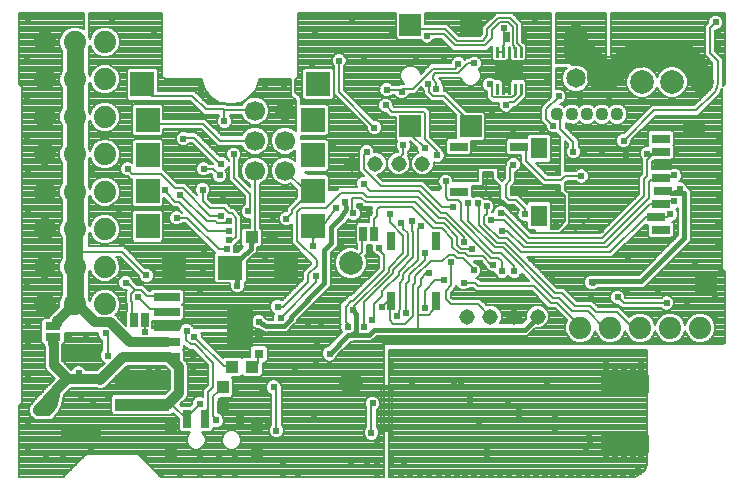
<source format=gbl>
G75*
G70*
%OFA0B0*%
%FSLAX24Y24*%
%IPPOS*%
%LPD*%
%AMOC8*
5,1,8,0,0,1.08239X$1,22.5*
%
%ADD10R,0.0600X0.0300*%
%ADD11R,0.0300X0.0600*%
%ADD12R,0.1600X0.0600*%
%ADD13R,0.0551X0.0709*%
%ADD14R,0.0748X0.0551*%
%ADD15R,0.0591X0.0315*%
%ADD16R,0.0315X0.0315*%
%ADD17R,0.0433X0.0394*%
%ADD18R,0.0250X0.0500*%
%ADD19C,0.0740*%
%ADD20R,0.0500X0.0250*%
%ADD21R,0.0827X0.0787*%
%ADD22R,0.0787X0.0827*%
%ADD23C,0.0669*%
%ADD24C,0.0515*%
%ADD25C,0.0650*%
%ADD26C,0.0787*%
%ADD27C,0.0436*%
%ADD28R,0.0880X0.0300*%
%ADD29R,0.0866X0.1417*%
%ADD30R,0.0720X0.0724*%
%ADD31R,0.0937X0.0650*%
%ADD32C,0.0025*%
%ADD33R,0.0236X0.0354*%
%ADD34R,0.1811X0.0394*%
%ADD35R,0.1339X0.0630*%
%ADD36R,0.0276X0.0591*%
%ADD37R,0.0394X0.0315*%
%ADD38R,0.0394X0.0433*%
%ADD39C,0.0240*%
%ADD40C,0.0080*%
%ADD41C,0.0787*%
%ADD42C,0.0070*%
%ADD43C,0.0080*%
%ADD44C,0.0160*%
%ADD45C,0.0240*%
%ADD46C,0.0320*%
%ADD47C,0.0120*%
%ADD48C,0.0100*%
%ADD49C,0.0560*%
%ADD50C,0.0060*%
D10*
X017112Y009928D03*
X017112Y011428D03*
X019112Y011428D03*
X019112Y009928D03*
D11*
X016350Y008272D03*
X014850Y008272D03*
X014850Y006272D03*
X016350Y006272D03*
D12*
X022650Y003501D03*
X022650Y001501D03*
D13*
X019797Y009127D03*
X019797Y011371D03*
D14*
X024974Y012001D03*
X025368Y006824D03*
D15*
X023852Y008658D03*
X023695Y009091D03*
X023852Y009524D03*
X023931Y009957D03*
X023852Y010391D03*
X023931Y010824D03*
X023852Y011257D03*
X023852Y011690D03*
D16*
X010450Y005115D03*
X010450Y004524D03*
D17*
X010234Y004091D03*
X009565Y004091D03*
X010214Y008402D03*
X010883Y008402D03*
D18*
X013935Y008520D03*
X014289Y008520D03*
X006651Y005646D03*
X006297Y005646D03*
D19*
X005318Y006180D03*
X004318Y006180D03*
X003318Y006180D03*
X003318Y007429D03*
X004318Y007429D03*
X005318Y007429D03*
X005318Y008677D03*
X004318Y008677D03*
X003318Y008677D03*
X003318Y009926D03*
X004318Y009926D03*
X005318Y009926D03*
X005318Y011174D03*
X004318Y011174D03*
X003318Y011174D03*
X003318Y012423D03*
X004318Y012423D03*
X005318Y012423D03*
X005318Y013671D03*
X004318Y013671D03*
X003318Y013671D03*
X003318Y014920D03*
X004318Y014920D03*
X005318Y014920D03*
X021171Y005390D03*
X022171Y005390D03*
X023171Y005390D03*
X024171Y005390D03*
X025171Y005390D03*
D20*
X003600Y005449D03*
X003600Y005095D03*
D21*
X007635Y007398D03*
X009506Y007398D03*
X011376Y007398D03*
D22*
X012261Y008776D03*
X012261Y009957D03*
X012261Y011138D03*
X012261Y012319D03*
X012431Y013510D03*
X006750Y012319D03*
X006750Y011138D03*
X006750Y009957D03*
X006750Y008776D03*
X006571Y013500D03*
D23*
X010324Y012630D03*
X011324Y012630D03*
X011324Y011630D03*
X010324Y011630D03*
X010324Y010630D03*
X011324Y010630D03*
D24*
X013545Y010863D03*
X014332Y010863D03*
X015120Y010863D03*
X015907Y010863D03*
X017383Y005764D03*
X018171Y005764D03*
X018958Y005764D03*
X019746Y005764D03*
D25*
X021021Y013709D03*
X021021Y015103D03*
D26*
X023230Y013579D03*
X024230Y013579D03*
X025230Y013579D03*
X013521Y007544D03*
X013521Y003544D03*
D27*
X020381Y012516D03*
X020881Y012516D03*
X021381Y012516D03*
X021881Y012516D03*
X022381Y012516D03*
D28*
X007380Y006410D03*
X007380Y005910D03*
X007380Y005410D03*
X007380Y004910D03*
X007380Y004410D03*
D29*
X009820Y005449D03*
D30*
X015509Y012103D03*
X017517Y012103D03*
X017517Y015489D03*
X015509Y015489D03*
D31*
X018797Y013973D03*
D32*
X018834Y014418D02*
X018760Y014418D01*
X018760Y014748D01*
X018834Y014748D01*
X018834Y014418D01*
X018834Y014442D02*
X018760Y014442D01*
X018760Y014466D02*
X018834Y014466D01*
X018834Y014490D02*
X018760Y014490D01*
X018760Y014514D02*
X018834Y014514D01*
X018834Y014538D02*
X018760Y014538D01*
X018760Y014562D02*
X018834Y014562D01*
X018834Y014586D02*
X018760Y014586D01*
X018760Y014610D02*
X018834Y014610D01*
X018834Y014634D02*
X018760Y014634D01*
X018760Y014658D02*
X018834Y014658D01*
X018834Y014682D02*
X018760Y014682D01*
X018760Y014706D02*
X018834Y014706D01*
X018834Y014730D02*
X018760Y014730D01*
X018637Y014418D02*
X018563Y014418D01*
X018563Y014748D01*
X018637Y014748D01*
X018637Y014418D01*
X018637Y014442D02*
X018563Y014442D01*
X018563Y014466D02*
X018637Y014466D01*
X018637Y014490D02*
X018563Y014490D01*
X018563Y014514D02*
X018637Y014514D01*
X018637Y014538D02*
X018563Y014538D01*
X018563Y014562D02*
X018637Y014562D01*
X018637Y014586D02*
X018563Y014586D01*
X018563Y014610D02*
X018637Y014610D01*
X018637Y014634D02*
X018563Y014634D01*
X018563Y014658D02*
X018637Y014658D01*
X018637Y014682D02*
X018563Y014682D01*
X018563Y014706D02*
X018637Y014706D01*
X018637Y014730D02*
X018563Y014730D01*
X018440Y014418D02*
X018366Y014418D01*
X018366Y014748D01*
X018440Y014748D01*
X018440Y014418D01*
X018440Y014442D02*
X018366Y014442D01*
X018366Y014466D02*
X018440Y014466D01*
X018440Y014490D02*
X018366Y014490D01*
X018366Y014514D02*
X018440Y014514D01*
X018440Y014538D02*
X018366Y014538D01*
X018366Y014562D02*
X018440Y014562D01*
X018440Y014586D02*
X018366Y014586D01*
X018366Y014610D02*
X018440Y014610D01*
X018440Y014634D02*
X018366Y014634D01*
X018366Y014658D02*
X018440Y014658D01*
X018440Y014682D02*
X018366Y014682D01*
X018366Y014706D02*
X018440Y014706D01*
X018440Y014730D02*
X018366Y014730D01*
X018957Y014418D02*
X019031Y014418D01*
X018957Y014418D02*
X018957Y014748D01*
X019031Y014748D01*
X019031Y014418D01*
X019031Y014442D02*
X018957Y014442D01*
X018957Y014466D02*
X019031Y014466D01*
X019031Y014490D02*
X018957Y014490D01*
X018957Y014514D02*
X019031Y014514D01*
X019031Y014538D02*
X018957Y014538D01*
X018957Y014562D02*
X019031Y014562D01*
X019031Y014586D02*
X018957Y014586D01*
X018957Y014610D02*
X019031Y014610D01*
X019031Y014634D02*
X018957Y014634D01*
X018957Y014658D02*
X019031Y014658D01*
X019031Y014682D02*
X018957Y014682D01*
X018957Y014706D02*
X019031Y014706D01*
X019031Y014730D02*
X018957Y014730D01*
X019154Y014418D02*
X019228Y014418D01*
X019154Y014418D02*
X019154Y014748D01*
X019228Y014748D01*
X019228Y014418D01*
X019228Y014442D02*
X019154Y014442D01*
X019154Y014466D02*
X019228Y014466D01*
X019228Y014490D02*
X019154Y014490D01*
X019154Y014514D02*
X019228Y014514D01*
X019228Y014538D02*
X019154Y014538D01*
X019154Y014562D02*
X019228Y014562D01*
X019228Y014586D02*
X019154Y014586D01*
X019154Y014610D02*
X019228Y014610D01*
X019228Y014634D02*
X019154Y014634D01*
X019154Y014658D02*
X019228Y014658D01*
X019228Y014682D02*
X019154Y014682D01*
X019154Y014706D02*
X019228Y014706D01*
X019228Y014730D02*
X019154Y014730D01*
X019154Y013198D02*
X019228Y013198D01*
X019154Y013198D02*
X019154Y013528D01*
X019228Y013528D01*
X019228Y013198D01*
X019228Y013222D02*
X019154Y013222D01*
X019154Y013246D02*
X019228Y013246D01*
X019228Y013270D02*
X019154Y013270D01*
X019154Y013294D02*
X019228Y013294D01*
X019228Y013318D02*
X019154Y013318D01*
X019154Y013342D02*
X019228Y013342D01*
X019228Y013366D02*
X019154Y013366D01*
X019154Y013390D02*
X019228Y013390D01*
X019228Y013414D02*
X019154Y013414D01*
X019154Y013438D02*
X019228Y013438D01*
X019228Y013462D02*
X019154Y013462D01*
X019154Y013486D02*
X019228Y013486D01*
X019228Y013510D02*
X019154Y013510D01*
X019031Y013198D02*
X018957Y013198D01*
X018957Y013528D01*
X019031Y013528D01*
X019031Y013198D01*
X019031Y013222D02*
X018957Y013222D01*
X018957Y013246D02*
X019031Y013246D01*
X019031Y013270D02*
X018957Y013270D01*
X018957Y013294D02*
X019031Y013294D01*
X019031Y013318D02*
X018957Y013318D01*
X018957Y013342D02*
X019031Y013342D01*
X019031Y013366D02*
X018957Y013366D01*
X018957Y013390D02*
X019031Y013390D01*
X019031Y013414D02*
X018957Y013414D01*
X018957Y013438D02*
X019031Y013438D01*
X019031Y013462D02*
X018957Y013462D01*
X018957Y013486D02*
X019031Y013486D01*
X019031Y013510D02*
X018957Y013510D01*
X018834Y013198D02*
X018760Y013198D01*
X018760Y013528D01*
X018834Y013528D01*
X018834Y013198D01*
X018834Y013222D02*
X018760Y013222D01*
X018760Y013246D02*
X018834Y013246D01*
X018834Y013270D02*
X018760Y013270D01*
X018760Y013294D02*
X018834Y013294D01*
X018834Y013318D02*
X018760Y013318D01*
X018760Y013342D02*
X018834Y013342D01*
X018834Y013366D02*
X018760Y013366D01*
X018760Y013390D02*
X018834Y013390D01*
X018834Y013414D02*
X018760Y013414D01*
X018760Y013438D02*
X018834Y013438D01*
X018834Y013462D02*
X018760Y013462D01*
X018760Y013486D02*
X018834Y013486D01*
X018834Y013510D02*
X018760Y013510D01*
X018637Y013198D02*
X018563Y013198D01*
X018563Y013528D01*
X018637Y013528D01*
X018637Y013198D01*
X018637Y013222D02*
X018563Y013222D01*
X018563Y013246D02*
X018637Y013246D01*
X018637Y013270D02*
X018563Y013270D01*
X018563Y013294D02*
X018637Y013294D01*
X018637Y013318D02*
X018563Y013318D01*
X018563Y013342D02*
X018637Y013342D01*
X018637Y013366D02*
X018563Y013366D01*
X018563Y013390D02*
X018637Y013390D01*
X018637Y013414D02*
X018563Y013414D01*
X018563Y013438D02*
X018637Y013438D01*
X018637Y013462D02*
X018563Y013462D01*
X018563Y013486D02*
X018637Y013486D01*
X018637Y013510D02*
X018563Y013510D01*
X018440Y013198D02*
X018366Y013198D01*
X018366Y013528D01*
X018440Y013528D01*
X018440Y013198D01*
X018440Y013222D02*
X018366Y013222D01*
X018366Y013246D02*
X018440Y013246D01*
X018440Y013270D02*
X018366Y013270D01*
X018366Y013294D02*
X018440Y013294D01*
X018440Y013318D02*
X018366Y013318D01*
X018366Y013342D02*
X018440Y013342D01*
X018440Y013366D02*
X018366Y013366D01*
X018366Y013390D02*
X018440Y013390D01*
X018440Y013414D02*
X018366Y013414D01*
X018366Y013438D02*
X018440Y013438D01*
X018440Y013462D02*
X018366Y013462D01*
X018366Y013486D02*
X018440Y013486D01*
X018440Y013510D02*
X018366Y013510D01*
D33*
X018718Y015075D03*
X019309Y015075D03*
D34*
X006572Y003619D03*
X006572Y002831D03*
D35*
X004525Y001886D03*
X004525Y004563D03*
D36*
X008069Y002339D03*
X008659Y002339D03*
X009840Y002339D03*
D37*
X010391Y002083D03*
X010391Y001217D03*
X007517Y001217D03*
X007517Y002083D03*
D38*
X009269Y002752D03*
X009269Y003422D03*
D39*
X009702Y003245D03*
X009702Y003638D03*
X010569Y003363D03*
X010952Y003412D03*
X011651Y003973D03*
X012360Y004150D03*
X012360Y004504D03*
X012399Y004898D03*
X012813Y004524D03*
X012517Y005489D03*
X012104Y005489D03*
X011179Y005725D03*
X011080Y006099D03*
X010450Y005587D03*
X009604Y006315D03*
X009742Y006788D03*
X008600Y007201D03*
X008482Y006670D03*
X008620Y007871D03*
X009387Y008008D03*
X009446Y008304D03*
X009446Y008619D03*
X009466Y008934D03*
X009191Y009130D03*
X009269Y009682D03*
X008580Y009997D03*
X009151Y010469D03*
X009210Y010863D03*
X009624Y011178D03*
X008620Y010686D03*
X007832Y009819D03*
X007340Y009977D03*
X007714Y009052D03*
X007380Y008993D03*
X005785Y009308D03*
X005883Y008225D03*
X005864Y007595D03*
X006021Y006886D03*
X006435Y006414D03*
X005923Y005745D03*
X005352Y005213D03*
X004683Y005115D03*
X004131Y005075D03*
X004446Y003874D03*
X004525Y003126D03*
X004939Y002930D03*
X005411Y003067D03*
X006061Y003973D03*
X006809Y003973D03*
X007084Y003993D03*
X008246Y003993D03*
X008246Y004347D03*
X008305Y005095D03*
X008049Y005292D03*
X006651Y005252D03*
X005411Y004465D03*
X003580Y002851D03*
X003423Y002615D03*
X003265Y002851D03*
X003108Y002615D03*
X002773Y002241D03*
X002773Y001414D03*
X003344Y001000D03*
X003344Y000567D03*
X002773Y000567D03*
X003915Y000567D03*
X003915Y001000D03*
X004860Y001296D03*
X006631Y001119D03*
X007202Y000528D03*
X007832Y000528D03*
X008482Y000528D03*
X008482Y001119D03*
X009112Y001119D03*
X009663Y001119D03*
X009663Y000528D03*
X009112Y000528D03*
X009525Y002063D03*
X009033Y002300D03*
X008482Y002851D03*
X008521Y003186D03*
X010746Y002142D03*
X011041Y001965D03*
X011277Y000843D03*
X011277Y000548D03*
X011750Y000548D03*
X012242Y000567D03*
X013541Y000804D03*
X014053Y000804D03*
X014407Y000863D03*
X014407Y001217D03*
X014407Y001571D03*
X014210Y001886D03*
X014860Y001749D03*
X014860Y001453D03*
X014860Y001138D03*
X014860Y000843D03*
X015293Y000961D03*
X015194Y000508D03*
X015509Y000508D03*
X015824Y000508D03*
X016120Y000508D03*
X016454Y000508D03*
X016769Y000508D03*
X017065Y000508D03*
X017340Y000508D03*
X017635Y000508D03*
X017931Y000508D03*
X018206Y000508D03*
X018502Y000508D03*
X018797Y000508D03*
X019112Y000508D03*
X019407Y000508D03*
X019702Y000508D03*
X019998Y000508D03*
X020273Y000508D03*
X020569Y000508D03*
X020864Y000508D03*
X021139Y000508D03*
X021435Y000508D03*
X021730Y000508D03*
X022006Y000508D03*
X022301Y000508D03*
X022596Y000508D03*
X022891Y000508D03*
X023108Y000725D03*
X023206Y001020D03*
X022911Y001020D03*
X022616Y001020D03*
X022320Y001020D03*
X022025Y001020D03*
X021356Y000981D03*
X021356Y001256D03*
X021494Y001493D03*
X021691Y001670D03*
X021474Y001827D03*
X020332Y002004D03*
X020332Y002339D03*
X019112Y002477D03*
X019112Y002752D03*
X018777Y002930D03*
X017793Y002260D03*
X017498Y002890D03*
X017498Y003146D03*
X017498Y003402D03*
X017202Y003481D03*
X016946Y003481D03*
X016513Y004111D03*
X016474Y004583D03*
X016789Y004583D03*
X017084Y004583D03*
X017360Y004583D03*
X017655Y004583D03*
X017950Y004583D03*
X018226Y004583D03*
X018521Y004583D03*
X018817Y004583D03*
X019131Y004583D03*
X019427Y004583D03*
X019722Y004583D03*
X020017Y004583D03*
X020293Y004583D03*
X020588Y004583D03*
X020883Y004583D03*
X021159Y004583D03*
X021454Y004583D03*
X021750Y004583D03*
X022025Y004583D03*
X022025Y004288D03*
X022025Y003973D03*
X022320Y003973D03*
X022616Y003973D03*
X022911Y003973D03*
X023206Y003973D03*
X023206Y004268D03*
X023206Y004583D03*
X022911Y004583D03*
X022616Y004583D03*
X022320Y004583D03*
X022655Y004937D03*
X021651Y004937D03*
X020726Y004937D03*
X019781Y004937D03*
X018915Y004937D03*
X018069Y004937D03*
X017360Y004937D03*
X016612Y004937D03*
X016139Y004583D03*
X015844Y004583D03*
X015529Y004583D03*
X015214Y004583D03*
X014899Y004583D03*
X014860Y004288D03*
X014860Y003973D03*
X014860Y003658D03*
X014860Y003343D03*
X015569Y003540D03*
X014250Y002871D03*
X012301Y002477D03*
X014407Y000508D03*
X014860Y000508D03*
X015726Y001217D03*
X016218Y000981D03*
X018069Y001000D03*
X018069Y001296D03*
X020057Y003540D03*
X022419Y006414D03*
X022714Y006611D03*
X023777Y006630D03*
X024053Y006217D03*
X024722Y006237D03*
X025667Y006355D03*
X025667Y005823D03*
X025549Y004937D03*
X024663Y004937D03*
X023659Y004937D03*
X021533Y006453D03*
X021553Y006906D03*
X020234Y007024D03*
X019545Y007674D03*
X019230Y007083D03*
X018974Y007280D03*
X018561Y007280D03*
X018265Y007497D03*
X017813Y007536D03*
X017616Y007300D03*
X017281Y006886D03*
X016612Y006985D03*
X016139Y007221D03*
X015982Y007871D03*
X016868Y007575D03*
X017557Y008008D03*
X017301Y008264D03*
X018206Y008993D03*
X018521Y009229D03*
X018049Y009445D03*
X017754Y009544D03*
X017439Y009544D03*
X016927Y009426D03*
X016691Y010272D03*
X016395Y011138D03*
X015982Y011374D03*
X015273Y011473D03*
X014446Y011315D03*
X014053Y011256D03*
X014309Y012063D03*
X014683Y012811D03*
X014722Y013323D03*
X015214Y013264D03*
X016090Y013510D03*
X016376Y013363D03*
X016612Y014308D03*
X017104Y014189D03*
X017635Y014209D03*
X018147Y013500D03*
X018698Y012811D03*
X018226Y012595D03*
X018915Y011847D03*
X019899Y011926D03*
X020273Y012123D03*
X020785Y012103D03*
X021159Y012989D03*
X020450Y013107D03*
X020057Y013619D03*
X022124Y013008D03*
X022616Y011630D03*
X022694Y011158D03*
X023403Y011197D03*
X024348Y011315D03*
X024309Y010469D03*
X024486Y010016D03*
X024309Y009603D03*
X024171Y009170D03*
X025765Y008874D03*
X025746Y008146D03*
X024978Y007536D03*
X025864Y007201D03*
X025785Y009642D03*
X025785Y010390D03*
X025805Y011178D03*
X025805Y011670D03*
X025746Y014701D03*
X025746Y015134D03*
X025687Y015567D03*
X021887Y011178D03*
X021297Y011217D03*
X020943Y011256D03*
X020431Y010548D03*
X020431Y010016D03*
X021198Y010449D03*
X020372Y008796D03*
X019328Y009170D03*
X018561Y008619D03*
X018069Y010489D03*
X018935Y010823D03*
X017616Y011374D03*
X014820Y009189D03*
X015194Y008894D03*
X015569Y008943D03*
X015844Y008776D03*
X014466Y008048D03*
X014131Y008008D03*
X013187Y008264D03*
X012261Y008107D03*
X012360Y007103D03*
X013580Y005981D03*
X013423Y005430D03*
X013974Y005430D03*
X014230Y005666D03*
X014545Y006079D03*
X015057Y005774D03*
X015352Y005882D03*
X016002Y006040D03*
X015943Y004937D03*
X015322Y004937D03*
X010943Y008973D03*
X011376Y009032D03*
X010096Y009268D03*
X010647Y007733D03*
X013029Y009367D03*
X013324Y009583D03*
X013600Y009209D03*
X013817Y009445D03*
X014131Y009209D03*
X013954Y010193D03*
X012911Y011374D03*
X011297Y013520D03*
X010667Y013520D03*
X012222Y014130D03*
X013128Y014288D03*
X013954Y014406D03*
X014880Y015213D03*
X016061Y015115D03*
X015687Y014288D03*
X013561Y015567D03*
X012320Y015134D03*
X009309Y012280D03*
X008836Y012949D03*
X008541Y013343D03*
X007931Y011689D03*
X006080Y010686D03*
X004880Y010686D03*
X002754Y010548D03*
X002734Y011788D03*
X002734Y013008D03*
X002734Y014288D03*
X002773Y015686D03*
X005569Y015705D03*
X006966Y015154D03*
X002754Y009327D03*
X002754Y008048D03*
X002734Y006788D03*
X002754Y005567D03*
X002754Y004819D03*
X002754Y003678D03*
X006710Y007142D03*
X006927Y007398D03*
X018029Y015764D03*
X018620Y015371D03*
X019663Y015733D03*
X020529Y015745D03*
X021868Y008658D03*
X022773Y007693D03*
D40*
X002458Y002790D02*
X002458Y000412D01*
X003936Y000412D01*
X004641Y001118D01*
X004723Y001199D01*
X006298Y001199D01*
X006414Y001199D01*
X007201Y000412D01*
X014624Y000412D01*
X014624Y005111D01*
X014380Y005111D01*
X014203Y004934D01*
X014021Y004934D01*
X013612Y004934D01*
X013598Y004934D01*
X013588Y004925D01*
X013531Y004932D01*
X013073Y004473D01*
X013073Y004472D01*
X013033Y004377D01*
X012960Y004304D01*
X012864Y004264D01*
X012761Y004264D01*
X012665Y004304D01*
X012592Y004377D01*
X012553Y004472D01*
X012553Y004576D01*
X012592Y004671D01*
X012665Y004744D01*
X012761Y004784D01*
X012761Y004784D01*
X013190Y005213D01*
X010701Y005213D01*
X010697Y005211D01*
X010693Y005213D01*
X008537Y005213D01*
X008565Y005147D01*
X008565Y005089D01*
X009258Y004396D01*
X009290Y004428D01*
X009839Y004428D01*
X009899Y004368D01*
X009959Y004428D01*
X010153Y004428D01*
X010153Y004740D01*
X010235Y004822D01*
X010666Y004822D01*
X010748Y004740D01*
X010748Y004309D01*
X010666Y004227D01*
X010598Y004227D01*
X010591Y004191D01*
X010591Y004135D01*
X010590Y004134D01*
X010590Y003836D01*
X010508Y003754D01*
X009959Y003754D01*
X009899Y003814D01*
X009839Y003754D01*
X009548Y003754D01*
X009606Y003696D01*
X009606Y003147D01*
X009524Y003065D01*
X009148Y003065D01*
X009115Y003032D01*
X009115Y002547D01*
X009180Y002520D01*
X009253Y002447D01*
X009293Y002351D01*
X009293Y002248D01*
X009253Y002152D01*
X009180Y002079D01*
X009085Y002040D01*
X008981Y002040D01*
X008937Y002058D01*
X008937Y001986D01*
X008855Y001904D01*
X008559Y001904D01*
X008633Y001830D01*
X008681Y001713D01*
X008681Y001587D01*
X008633Y001470D01*
X008543Y001381D01*
X008427Y001333D01*
X008301Y001333D01*
X008184Y001381D01*
X008095Y001470D01*
X008047Y001587D01*
X008047Y001713D01*
X008095Y001830D01*
X008169Y001904D01*
X007873Y001904D01*
X007791Y001986D01*
X007791Y002362D01*
X007597Y002556D01*
X007536Y002494D01*
X005609Y002494D01*
X005527Y002576D01*
X005527Y003086D01*
X005609Y003168D01*
X007312Y003168D01*
X007493Y003349D01*
X007493Y003947D01*
X007330Y004110D01*
X006307Y004110D01*
X006297Y004106D01*
X006254Y004106D01*
X006212Y004101D01*
X006195Y004106D01*
X006047Y004106D01*
X005397Y003456D01*
X005356Y003415D01*
X005356Y003415D01*
X005356Y003414D01*
X005336Y003395D01*
X005226Y003349D01*
X005106Y003349D01*
X005059Y003369D01*
X004368Y003367D01*
X004368Y003367D01*
X004186Y003367D01*
X003968Y003149D01*
X003880Y002812D01*
X003880Y002791D01*
X003869Y002763D01*
X003863Y002734D01*
X003858Y002726D01*
X003856Y002717D01*
X003843Y002700D01*
X003835Y002681D01*
X003813Y002660D01*
X003689Y002473D01*
X003677Y002445D01*
X003656Y002424D01*
X003639Y002399D01*
X003614Y002382D01*
X003593Y002360D01*
X003565Y002349D01*
X003540Y002332D01*
X003510Y002326D01*
X003483Y002315D01*
X003452Y002315D01*
X003423Y002309D01*
X003393Y002315D01*
X003048Y002315D01*
X002938Y002360D01*
X002918Y002380D01*
X002881Y002418D01*
X002842Y002453D01*
X002839Y002459D01*
X002834Y002464D01*
X002814Y002513D01*
X002791Y002561D01*
X002791Y002568D01*
X002788Y002575D01*
X002788Y002627D01*
X002786Y002680D01*
X002788Y002687D01*
X002788Y002694D01*
X002808Y002743D01*
X002826Y002792D01*
X002831Y002798D01*
X002834Y002804D01*
X002871Y002842D01*
X003441Y003467D01*
X003444Y003474D01*
X003472Y003501D01*
X003495Y003532D01*
X003507Y003539D01*
X003517Y003550D01*
X003523Y003553D01*
X003658Y003687D01*
X003450Y003896D01*
X003450Y003896D01*
X003365Y003980D01*
X003320Y004090D01*
X003320Y004752D01*
X003300Y004799D01*
X003300Y004830D01*
X003292Y004830D01*
X003210Y004912D01*
X003210Y005213D01*
X002559Y005213D01*
X002559Y002988D01*
X002559Y002872D01*
X002477Y002790D01*
X002458Y002790D01*
X002458Y002786D02*
X002824Y002786D01*
X002794Y002707D02*
X002458Y002707D01*
X002458Y002628D02*
X002788Y002628D01*
X002796Y002550D02*
X002458Y002550D01*
X002458Y002471D02*
X002831Y002471D01*
X002905Y002393D02*
X002458Y002393D01*
X002458Y002314D02*
X003395Y002314D01*
X003451Y002314D02*
X007791Y002314D01*
X007791Y002236D02*
X002458Y002236D01*
X002458Y002157D02*
X007791Y002157D01*
X007791Y002079D02*
X002458Y002079D01*
X002458Y002000D02*
X007791Y002000D01*
X007855Y001922D02*
X002458Y001922D01*
X002458Y001843D02*
X008108Y001843D01*
X008068Y001764D02*
X002458Y001764D01*
X002458Y001686D02*
X008047Y001686D01*
X008047Y001607D02*
X002458Y001607D01*
X002458Y001529D02*
X008071Y001529D01*
X008115Y001450D02*
X002458Y001450D01*
X002458Y001372D02*
X008207Y001372D01*
X008521Y001372D02*
X009388Y001372D01*
X009365Y001381D02*
X009482Y001333D01*
X009608Y001333D01*
X009725Y001381D01*
X009814Y001470D01*
X009862Y001587D01*
X009862Y001713D01*
X009814Y001830D01*
X009725Y001919D01*
X009608Y001967D01*
X009482Y001967D01*
X009365Y001919D01*
X009276Y001830D01*
X009228Y001713D01*
X009228Y001587D01*
X009276Y001470D01*
X009365Y001381D01*
X009296Y001450D02*
X008613Y001450D01*
X008657Y001529D02*
X009252Y001529D01*
X009228Y001607D02*
X008681Y001607D01*
X008681Y001686D02*
X009228Y001686D01*
X009249Y001764D02*
X008660Y001764D01*
X008619Y001843D02*
X009289Y001843D01*
X009371Y001922D02*
X008873Y001922D01*
X008937Y002000D02*
X010781Y002000D01*
X010781Y002017D02*
X010781Y001913D01*
X010821Y001818D01*
X010894Y001745D01*
X010989Y001705D01*
X011093Y001705D01*
X011188Y001745D01*
X011261Y001818D01*
X011301Y001913D01*
X011301Y002017D01*
X011261Y002112D01*
X011221Y002153D01*
X011221Y003249D01*
X011221Y003398D01*
X011212Y003406D01*
X011212Y003464D01*
X011173Y003559D01*
X011100Y003632D01*
X011004Y003672D01*
X010901Y003672D01*
X010805Y003632D01*
X010732Y003559D01*
X010692Y003464D01*
X010692Y003360D01*
X010732Y003265D01*
X010805Y003191D01*
X010861Y003168D01*
X010861Y002153D01*
X010821Y002112D01*
X010781Y002017D01*
X010807Y002079D02*
X009179Y002079D01*
X009255Y002157D02*
X010861Y002157D01*
X010861Y002236D02*
X009288Y002236D01*
X009293Y002314D02*
X010861Y002314D01*
X010861Y002393D02*
X009276Y002393D01*
X009229Y002471D02*
X010861Y002471D01*
X010861Y002550D02*
X009115Y002550D01*
X009115Y002628D02*
X010861Y002628D01*
X010861Y002707D02*
X009115Y002707D01*
X009115Y002786D02*
X010861Y002786D01*
X010861Y002864D02*
X009115Y002864D01*
X009115Y002943D02*
X010861Y002943D01*
X010861Y003021D02*
X009115Y003021D01*
X008935Y003107D02*
X009092Y003264D01*
X009112Y003264D01*
X009269Y003422D01*
X008935Y003402D02*
X008777Y003245D01*
X008777Y002674D01*
X008659Y002556D01*
X008659Y002339D01*
X008935Y002437D02*
X008935Y003107D01*
X008935Y003402D02*
X008935Y004229D01*
X008326Y004837D01*
X008187Y004837D01*
X008029Y004997D01*
X008029Y005272D01*
X008049Y005292D01*
X008281Y005390D02*
X008262Y005435D01*
X008192Y005505D01*
X008099Y005544D01*
X007999Y005544D01*
X007906Y005505D01*
X007835Y005435D01*
X007817Y005390D01*
X006908Y005390D01*
X006908Y005628D01*
X007875Y005628D01*
X007952Y005705D01*
X007952Y006115D01*
X007907Y006160D01*
X007952Y006205D01*
X007952Y006615D01*
X007875Y006692D01*
X006885Y006692D01*
X006819Y006625D01*
X006801Y006625D01*
X006604Y006822D01*
X006462Y006822D01*
X006388Y006822D01*
X006273Y006937D01*
X006235Y007029D01*
X006164Y007100D01*
X006071Y007138D01*
X005971Y007138D01*
X005879Y007100D01*
X005808Y007029D01*
X005769Y006936D01*
X005769Y006836D01*
X005808Y006744D01*
X005879Y006673D01*
X005971Y006634D01*
X006058Y006634D01*
X006026Y006603D01*
X006026Y006461D01*
X006026Y006224D01*
X006046Y006205D01*
X006046Y005957D01*
X006040Y005951D01*
X006040Y005750D01*
X006036Y005728D01*
X006040Y005722D01*
X006040Y005440D01*
X005758Y005731D01*
X005757Y005733D01*
X005718Y005772D01*
X005679Y005812D01*
X005676Y005813D01*
X005675Y005815D01*
X005666Y005818D01*
X005744Y005896D01*
X005820Y006080D01*
X005820Y006280D01*
X005744Y006464D01*
X005603Y006606D01*
X005418Y006682D01*
X005219Y006682D01*
X005034Y006606D01*
X004893Y006464D01*
X004818Y006285D01*
X004781Y006375D01*
X004781Y007234D01*
X004818Y007324D01*
X004893Y007144D01*
X005034Y007003D01*
X005219Y006927D01*
X005418Y006927D01*
X005603Y007003D01*
X005744Y007144D01*
X005820Y007329D01*
X005820Y007529D01*
X005744Y007713D01*
X005699Y007758D01*
X005812Y007758D01*
X006458Y007112D01*
X006458Y007092D01*
X006497Y006999D01*
X006567Y006929D01*
X006660Y006890D01*
X006760Y006890D01*
X006853Y006929D01*
X006924Y006999D01*
X006962Y007092D01*
X006962Y007192D01*
X006924Y007285D01*
X006853Y007356D01*
X006760Y007394D01*
X006662Y007394D01*
X005955Y008102D01*
X005812Y008102D01*
X004781Y008102D01*
X004781Y008483D01*
X004818Y008573D01*
X004893Y008393D01*
X005034Y008252D01*
X005219Y008175D01*
X005418Y008175D01*
X005603Y008252D01*
X005744Y008393D01*
X005820Y008577D01*
X005820Y008777D01*
X005744Y008961D01*
X005603Y009103D01*
X005418Y009179D01*
X005219Y009179D01*
X005034Y009103D01*
X004893Y008961D01*
X004818Y008782D01*
X004781Y008872D01*
X004781Y009731D01*
X004818Y009821D01*
X004893Y009641D01*
X005034Y009500D01*
X005219Y009424D01*
X005418Y009424D01*
X005603Y009500D01*
X005744Y009641D01*
X005820Y009826D01*
X005820Y010026D01*
X005744Y010210D01*
X005603Y010351D01*
X005418Y010428D01*
X005219Y010428D01*
X005034Y010351D01*
X004893Y010210D01*
X004818Y010030D01*
X004781Y010120D01*
X004781Y010980D01*
X004818Y011070D01*
X004893Y010890D01*
X005034Y010749D01*
X005219Y010672D01*
X005418Y010672D01*
X005603Y010749D01*
X005744Y010890D01*
X005820Y011074D01*
X005820Y011274D01*
X005744Y011459D01*
X005603Y011600D01*
X005418Y011676D01*
X005219Y011676D01*
X005034Y011600D01*
X004893Y011459D01*
X004818Y011279D01*
X004781Y011369D01*
X004781Y012228D01*
X004818Y012318D01*
X004893Y012138D01*
X005034Y011997D01*
X005219Y011921D01*
X005418Y011921D01*
X005603Y011997D01*
X005744Y012138D01*
X005820Y012323D01*
X005820Y012523D01*
X005744Y012707D01*
X005603Y012848D01*
X005418Y012925D01*
X005219Y012925D01*
X005034Y012848D01*
X004893Y012707D01*
X004818Y012527D01*
X004781Y012617D01*
X004781Y013476D01*
X004818Y013567D01*
X004893Y013387D01*
X005034Y013246D01*
X005219Y013169D01*
X005418Y013169D01*
X005603Y013246D01*
X005744Y013387D01*
X005820Y013571D01*
X005820Y013771D01*
X005744Y013956D01*
X005603Y014097D01*
X005418Y014173D01*
X005219Y014173D01*
X005034Y014097D01*
X004893Y013956D01*
X004818Y013776D01*
X004781Y013866D01*
X004781Y014725D01*
X004818Y014815D01*
X004893Y014635D01*
X005034Y014494D01*
X005219Y014418D01*
X005418Y014418D01*
X005603Y014494D01*
X005744Y014635D01*
X005820Y014820D01*
X005820Y015020D01*
X005744Y015204D01*
X005603Y015345D01*
X005418Y015422D01*
X005219Y015422D01*
X005034Y015345D01*
X004893Y015204D01*
X004818Y015024D01*
X004781Y015114D01*
X004781Y015880D01*
X007233Y015880D01*
X007232Y013873D01*
X007232Y013873D01*
X007232Y013812D01*
X007232Y013758D01*
X007232Y013757D02*
X007232Y013757D01*
X007286Y013703D01*
X007096Y013703D01*
X007096Y013624D02*
X008552Y013624D01*
X008544Y013646D02*
X008661Y013326D01*
X008881Y013065D01*
X009176Y012896D01*
X009176Y012896D01*
X009512Y012838D01*
X009847Y012898D01*
X010049Y013015D01*
X009929Y012895D01*
X009900Y012826D01*
X009380Y012826D01*
X009364Y012842D01*
X009222Y012842D01*
X008759Y012842D01*
X008359Y013242D01*
X008308Y013292D01*
X008308Y013292D01*
X008308Y013292D01*
X008244Y013292D01*
X007096Y013294D01*
X007096Y013969D01*
X007019Y014046D01*
X006122Y014046D01*
X006045Y013969D01*
X006045Y013032D01*
X006122Y012955D01*
X006813Y012955D01*
X006817Y012950D01*
X006818Y012950D01*
X006883Y012950D01*
X008166Y012949D01*
X008516Y012599D01*
X008516Y012599D01*
X008616Y012498D01*
X009137Y012498D01*
X009137Y012464D01*
X009095Y012423D01*
X009057Y012330D01*
X009057Y012230D01*
X009095Y012137D01*
X009166Y012066D01*
X009259Y012028D01*
X009359Y012028D01*
X009451Y012066D01*
X009522Y012137D01*
X009561Y012230D01*
X009561Y012330D01*
X009522Y012423D01*
X009481Y012464D01*
X009481Y012482D01*
X009881Y012482D01*
X009929Y012366D01*
X010060Y012235D01*
X010232Y012164D01*
X010417Y012164D01*
X010589Y012235D01*
X010720Y012366D01*
X010791Y012538D01*
X010791Y012723D01*
X010720Y012895D01*
X010589Y013026D01*
X010417Y013097D01*
X010232Y013097D01*
X010089Y013038D01*
X010142Y013069D01*
X010360Y013330D01*
X010476Y013651D01*
X010476Y013675D01*
X011513Y013675D01*
X011513Y013126D01*
X011691Y012969D01*
X011678Y011937D01*
X011589Y012026D01*
X011417Y012097D01*
X011232Y012097D01*
X011060Y012026D01*
X010929Y011895D01*
X010858Y011723D01*
X010858Y011538D01*
X010929Y011366D01*
X011060Y011235D01*
X011232Y011164D01*
X011417Y011164D01*
X011589Y011235D01*
X011671Y011317D01*
X011671Y010944D01*
X011589Y011026D01*
X011417Y011097D01*
X011232Y011097D01*
X011060Y011026D01*
X010929Y010895D01*
X010858Y010723D01*
X010858Y010538D01*
X010929Y010366D01*
X011060Y010235D01*
X011232Y010164D01*
X011417Y010164D01*
X011510Y010202D01*
X011736Y009976D01*
X011736Y009734D01*
X011501Y009499D01*
X011400Y009398D01*
X011400Y009300D01*
X011384Y009284D01*
X011325Y009284D01*
X011233Y009246D01*
X011162Y009175D01*
X011124Y009082D01*
X011124Y008982D01*
X011162Y008889D01*
X011233Y008818D01*
X011325Y008780D01*
X011426Y008780D01*
X011518Y008818D01*
X011558Y008858D01*
X011558Y008355D01*
X011558Y008213D01*
X012208Y007563D01*
X012208Y007528D01*
X011932Y007253D01*
X011932Y007110D01*
X011932Y007001D01*
X011235Y006300D01*
X011223Y006312D01*
X011130Y006351D01*
X011030Y006351D01*
X010938Y006312D01*
X010867Y006242D01*
X010828Y006149D01*
X010828Y006049D01*
X010867Y005956D01*
X010938Y005885D01*
X010970Y005872D01*
X010965Y005868D01*
X010927Y005775D01*
X010927Y005675D01*
X010932Y005661D01*
X010753Y005661D01*
X010678Y005696D01*
X010664Y005730D01*
X010593Y005801D01*
X010501Y005839D01*
X010400Y005839D01*
X010308Y005801D01*
X010237Y005730D01*
X010198Y005637D01*
X010198Y005537D01*
X010237Y005444D01*
X010308Y005373D01*
X010400Y005335D01*
X010448Y005335D01*
X010583Y005273D01*
X010618Y005237D01*
X010660Y005237D01*
X010697Y005220D01*
X010744Y005237D01*
X011214Y005237D01*
X011218Y005234D01*
X011301Y005237D01*
X011385Y005237D01*
X011388Y005241D01*
X011394Y005241D01*
X011450Y005302D01*
X011509Y005361D01*
X011509Y005367D01*
X011666Y005539D01*
X011725Y005598D01*
X011725Y005603D01*
X011729Y005607D01*
X011727Y005658D01*
X012847Y006779D01*
X012847Y006954D01*
X012847Y007881D01*
X013084Y008117D01*
X013084Y008293D01*
X013084Y008649D01*
X013321Y008886D01*
X013357Y008898D01*
X013381Y008946D01*
X013418Y008984D01*
X013418Y009021D01*
X013423Y009030D01*
X013457Y008996D01*
X013550Y008957D01*
X013650Y008957D01*
X013743Y008996D01*
X013814Y009066D01*
X013852Y009159D01*
X013852Y009259D01*
X013814Y009352D01*
X013743Y009423D01*
X013733Y009427D01*
X013733Y009504D01*
X013849Y009504D01*
X013942Y009411D01*
X014215Y009411D01*
X014215Y009356D01*
X014209Y009295D01*
X014215Y009287D01*
X014215Y009202D01*
X014117Y009103D01*
X014117Y008961D01*
X014117Y008902D01*
X014114Y008902D01*
X013755Y008902D01*
X013678Y008825D01*
X013678Y008215D01*
X013723Y008170D01*
X013723Y008029D01*
X013626Y008069D01*
X013417Y008069D01*
X013223Y007989D01*
X013076Y007842D01*
X012996Y007648D01*
X012996Y007439D01*
X013076Y007246D01*
X013223Y007098D01*
X013417Y007018D01*
X013626Y007018D01*
X013819Y007098D01*
X013967Y007246D01*
X014047Y007439D01*
X014047Y007648D01*
X013995Y007774D01*
X014067Y007847D01*
X014067Y007989D01*
X014067Y008138D01*
X014114Y008138D01*
X014231Y008138D01*
X014214Y008098D01*
X014214Y007998D01*
X014253Y007905D01*
X014323Y007834D01*
X014416Y007796D01*
X014452Y007760D01*
X014452Y007391D01*
X013529Y006468D01*
X013470Y006468D01*
X013369Y006367D01*
X013172Y006170D01*
X013172Y006028D01*
X013172Y005516D01*
X013182Y005506D01*
X013171Y005480D01*
X013171Y005379D01*
X013209Y005287D01*
X013242Y005254D01*
X013231Y005242D01*
X013123Y005134D01*
X009860Y005134D01*
X009761Y005390D01*
X008281Y005390D01*
X008241Y005456D02*
X010232Y005456D01*
X010199Y005535D02*
X008121Y005535D01*
X007976Y005535D02*
X006908Y005535D01*
X006908Y005613D02*
X010198Y005613D01*
X010221Y005692D02*
X007938Y005692D01*
X007952Y005770D02*
X010277Y005770D01*
X010624Y005770D02*
X010927Y005770D01*
X010927Y005692D02*
X010687Y005692D01*
X010957Y005849D02*
X007952Y005849D01*
X007952Y005927D02*
X010896Y005927D01*
X010846Y006006D02*
X007952Y006006D01*
X007952Y006084D02*
X010828Y006084D01*
X010834Y006163D02*
X007910Y006163D01*
X007952Y006241D02*
X010867Y006241D01*
X010956Y006320D02*
X007952Y006320D01*
X007952Y006399D02*
X011333Y006399D01*
X011411Y006477D02*
X007952Y006477D01*
X007952Y006556D02*
X009644Y006556D01*
X009599Y006574D02*
X009692Y006536D01*
X009792Y006536D01*
X009884Y006574D01*
X009955Y006645D01*
X009994Y006738D01*
X009994Y006838D01*
X009978Y006877D01*
X010051Y006950D01*
X010051Y007610D01*
X010336Y007870D01*
X010401Y007929D01*
X010402Y007930D01*
X010402Y007931D01*
X010406Y008018D01*
X010409Y008073D01*
X010485Y008073D01*
X010563Y008151D01*
X010563Y008654D01*
X010504Y008712D01*
X010504Y009828D01*
X010505Y009829D01*
X010504Y009898D01*
X010504Y009969D01*
X010503Y009970D01*
X010501Y010199D01*
X010589Y010235D01*
X010720Y010366D01*
X010791Y010538D01*
X010791Y010723D01*
X010720Y010895D01*
X010589Y011026D01*
X010417Y011097D01*
X010232Y011097D01*
X010060Y011026D01*
X009929Y010895D01*
X009858Y010723D01*
X009858Y010538D01*
X009929Y010366D01*
X010060Y010235D01*
X010157Y010195D01*
X010158Y010099D01*
X009796Y010461D01*
X009796Y010993D01*
X009837Y011035D01*
X009876Y011127D01*
X009876Y011228D01*
X009837Y011320D01*
X009766Y011391D01*
X009674Y011430D01*
X009573Y011430D01*
X009481Y011391D01*
X009410Y011320D01*
X009372Y011228D01*
X009372Y011127D01*
X009410Y011035D01*
X009452Y010993D01*
X009452Y010938D01*
X009424Y011005D01*
X009353Y011076D01*
X009260Y011115D01*
X009160Y011115D01*
X009148Y011109D01*
X008457Y011800D01*
X008356Y011901D01*
X008076Y011901D01*
X008073Y011903D01*
X007981Y011941D01*
X007881Y011941D01*
X007788Y011903D01*
X007717Y011832D01*
X007679Y011740D01*
X007679Y011639D01*
X007717Y011547D01*
X007788Y011476D01*
X007881Y011437D01*
X007981Y011437D01*
X008073Y011476D01*
X008144Y011547D01*
X008148Y011557D01*
X008214Y011557D01*
X008913Y010857D01*
X008804Y010857D01*
X008762Y010899D01*
X008670Y010937D01*
X008570Y010937D01*
X008477Y010899D01*
X008406Y010828D01*
X008368Y010736D01*
X008368Y010635D01*
X008406Y010543D01*
X008477Y010472D01*
X008570Y010434D01*
X008670Y010434D01*
X008762Y010472D01*
X008804Y010514D01*
X008863Y010514D01*
X008899Y010478D01*
X008899Y010419D01*
X008938Y010326D01*
X007628Y010326D01*
X007550Y010404D02*
X008905Y010404D01*
X008894Y010483D02*
X008773Y010483D01*
X008938Y010326D02*
X009008Y010255D01*
X009101Y010217D01*
X009201Y010217D01*
X009294Y010255D01*
X009365Y010326D01*
X009403Y010419D01*
X009403Y010519D01*
X009365Y010612D01*
X009335Y010642D01*
X009353Y010649D01*
X009424Y010720D01*
X009452Y010787D01*
X009452Y010461D01*
X009452Y010319D01*
X010003Y009768D01*
X010003Y009502D01*
X009953Y009482D01*
X009882Y009411D01*
X009844Y009318D01*
X009844Y009218D01*
X009882Y009125D01*
X009953Y009055D01*
X010046Y009016D01*
X010146Y009016D01*
X010160Y009022D01*
X010160Y008731D01*
X009943Y008731D01*
X009866Y008654D01*
X009866Y008151D01*
X009937Y008079D01*
X009766Y007924D01*
X009625Y007924D01*
X009639Y007958D01*
X009639Y008058D01*
X009615Y008116D01*
X009631Y008132D01*
X009636Y008132D01*
X009754Y008250D01*
X009855Y008350D01*
X009855Y008685D01*
X009874Y008705D01*
X009874Y008847D01*
X009874Y008980D01*
X009874Y009123D01*
X009616Y009381D01*
X009537Y009381D01*
X009481Y009438D01*
X009380Y009539D01*
X008907Y009539D01*
X008752Y009694D01*
X008752Y009812D01*
X008794Y009854D01*
X008832Y009946D01*
X008832Y010047D01*
X008794Y010139D01*
X008723Y010210D01*
X008630Y010248D01*
X008530Y010248D01*
X008438Y010210D01*
X008367Y010139D01*
X008328Y010047D01*
X008328Y009946D01*
X008367Y009854D01*
X008408Y009812D01*
X008408Y009801D01*
X008083Y010127D01*
X007982Y010228D01*
X007726Y010228D01*
X007275Y010679D01*
X007275Y011606D01*
X007198Y011684D01*
X006301Y011684D01*
X006224Y011606D01*
X006224Y010898D01*
X006223Y010899D01*
X006130Y010937D01*
X006030Y010937D01*
X005938Y010899D01*
X005867Y010828D01*
X005828Y010736D01*
X005828Y010635D01*
X005867Y010543D01*
X005938Y010472D01*
X006030Y010434D01*
X006089Y010434D01*
X006167Y010356D01*
X006224Y010356D01*
X006224Y009489D01*
X006301Y009412D01*
X007198Y009412D01*
X007275Y009489D01*
X007275Y009731D01*
X007290Y009725D01*
X007503Y009512D01*
X007604Y009411D01*
X007722Y009411D01*
X007909Y009224D01*
X007899Y009224D01*
X007857Y009265D01*
X007764Y009304D01*
X007664Y009304D01*
X007571Y009265D01*
X007501Y009194D01*
X007462Y009102D01*
X007462Y009001D01*
X007501Y008909D01*
X007571Y008838D01*
X007664Y008800D01*
X007764Y008800D01*
X007857Y008838D01*
X007899Y008880D01*
X007997Y008880D01*
X008995Y007882D01*
X008960Y007846D01*
X008960Y006950D01*
X009037Y006872D01*
X009504Y006872D01*
X009490Y006838D01*
X009490Y006738D01*
X009528Y006645D01*
X009599Y006574D01*
X009539Y006634D02*
X007932Y006634D01*
X007380Y006410D02*
X007337Y006453D01*
X006730Y006453D01*
X006533Y006650D01*
X006317Y006650D01*
X006080Y006886D01*
X006021Y006886D01*
X005788Y006791D02*
X004781Y006791D01*
X004781Y006713D02*
X005839Y006713D01*
X005769Y006870D02*
X004781Y006870D01*
X004781Y006948D02*
X005166Y006948D01*
X005010Y007027D02*
X004781Y007027D01*
X004781Y007105D02*
X004932Y007105D01*
X004876Y007184D02*
X004781Y007184D01*
X004793Y007262D02*
X004844Y007262D01*
X004328Y007419D02*
X004328Y007930D01*
X005883Y007930D01*
X006631Y007182D01*
X006671Y007182D01*
X006710Y007142D01*
X006485Y007027D02*
X006236Y007027D01*
X006268Y006948D02*
X006548Y006948D01*
X006635Y006791D02*
X009490Y006791D01*
X009500Y006713D02*
X006714Y006713D01*
X006792Y006634D02*
X006828Y006634D01*
X006435Y006414D02*
X006828Y006020D01*
X007065Y006020D01*
X007352Y005882D01*
X007380Y005910D01*
X006908Y005456D02*
X007857Y005456D01*
X008305Y005095D02*
X009289Y004111D01*
X009565Y004091D01*
X009574Y003728D02*
X014624Y003728D01*
X014624Y003649D02*
X011058Y003649D01*
X011161Y003571D02*
X014624Y003571D01*
X014624Y003492D02*
X011200Y003492D01*
X011212Y003414D02*
X014624Y003414D01*
X014624Y003335D02*
X011221Y003335D01*
X011221Y003257D02*
X014624Y003257D01*
X014624Y003178D02*
X011221Y003178D01*
X011221Y003100D02*
X014123Y003100D01*
X014102Y003091D02*
X014029Y003018D01*
X013990Y002922D01*
X013990Y002819D01*
X014029Y002723D01*
X014030Y002722D01*
X014030Y002074D01*
X013990Y002034D01*
X013950Y001938D01*
X013950Y001835D01*
X013990Y001739D01*
X014063Y001666D01*
X014159Y001626D01*
X014262Y001626D01*
X014357Y001666D01*
X014431Y001739D01*
X014470Y001835D01*
X014470Y001938D01*
X014431Y002034D01*
X014390Y002074D01*
X014390Y002647D01*
X014397Y002650D01*
X014470Y002723D01*
X014510Y002819D01*
X014510Y002922D01*
X014470Y003018D01*
X014397Y003091D01*
X014301Y003131D01*
X014198Y003131D01*
X014102Y003091D01*
X014033Y003021D02*
X011221Y003021D01*
X011221Y002943D02*
X013998Y002943D01*
X013990Y002864D02*
X011221Y002864D01*
X011221Y002786D02*
X014003Y002786D01*
X014030Y002707D02*
X011221Y002707D01*
X011221Y002628D02*
X014030Y002628D01*
X014030Y002550D02*
X011221Y002550D01*
X011221Y002471D02*
X014030Y002471D01*
X014030Y002393D02*
X011221Y002393D01*
X011221Y002314D02*
X014030Y002314D01*
X014030Y002236D02*
X011221Y002236D01*
X011221Y002157D02*
X014030Y002157D01*
X014030Y002079D02*
X011275Y002079D01*
X011301Y002000D02*
X013976Y002000D01*
X013950Y001922D02*
X011301Y001922D01*
X011272Y001843D02*
X013950Y001843D01*
X013979Y001764D02*
X011208Y001764D01*
X011041Y001965D02*
X011041Y003323D01*
X010952Y003412D01*
X010692Y003414D02*
X009606Y003414D01*
X009606Y003492D02*
X010704Y003492D01*
X010744Y003571D02*
X009606Y003571D01*
X009606Y003649D02*
X010847Y003649D01*
X010561Y003807D02*
X014624Y003807D01*
X014624Y003885D02*
X010590Y003885D01*
X010590Y003964D02*
X014624Y003964D01*
X014624Y004042D02*
X010590Y004042D01*
X010590Y004121D02*
X014624Y004121D01*
X014624Y004199D02*
X010593Y004199D01*
X010717Y004278D02*
X012728Y004278D01*
X012613Y004356D02*
X010748Y004356D01*
X010748Y004435D02*
X012568Y004435D01*
X012553Y004513D02*
X010748Y004513D01*
X010748Y004592D02*
X012559Y004592D01*
X012592Y004671D02*
X010748Y004671D01*
X010738Y004749D02*
X012676Y004749D01*
X012805Y004828D02*
X008827Y004828D01*
X008905Y004749D02*
X010162Y004749D01*
X010153Y004671D02*
X008984Y004671D01*
X009062Y004592D02*
X010153Y004592D01*
X010153Y004513D02*
X009141Y004513D01*
X009219Y004435D02*
X010153Y004435D01*
X010411Y004465D02*
X010411Y004209D01*
X010234Y004091D01*
X009907Y003807D02*
X009891Y003807D01*
X009606Y003335D02*
X010703Y003335D01*
X010740Y003257D02*
X009606Y003257D01*
X009606Y003178D02*
X010837Y003178D01*
X010861Y003100D02*
X009559Y003100D01*
X008755Y003477D02*
X008703Y003425D01*
X008597Y003319D01*
X008597Y003084D01*
X008534Y003111D01*
X008430Y003111D01*
X008335Y003071D01*
X008261Y002998D01*
X008222Y002903D01*
X008222Y002840D01*
X008159Y002774D01*
X007888Y002774D01*
X007827Y002835D01*
X008047Y003055D01*
X008093Y003165D01*
X008093Y003285D01*
X008093Y004131D01*
X008047Y004241D01*
X007963Y004326D01*
X007960Y004328D01*
X007960Y004618D01*
X007918Y004660D01*
X007960Y004702D01*
X007960Y004810D01*
X008007Y004763D01*
X008007Y004762D01*
X008057Y004712D01*
X008111Y004657D01*
X008112Y004657D01*
X008186Y004657D01*
X008252Y004657D01*
X008755Y004154D01*
X008755Y003477D01*
X008755Y003492D02*
X008093Y003492D01*
X008093Y003414D02*
X008692Y003414D01*
X008613Y003335D02*
X008093Y003335D01*
X008093Y003257D02*
X008597Y003257D01*
X008597Y003178D02*
X008093Y003178D01*
X008066Y003100D02*
X008403Y003100D01*
X008284Y003021D02*
X008013Y003021D01*
X007935Y002943D02*
X008239Y002943D01*
X008222Y002864D02*
X007856Y002864D01*
X007876Y002786D02*
X008169Y002786D01*
X008482Y002851D02*
X007990Y002339D01*
X008069Y002339D01*
X007576Y002831D01*
X007399Y002831D01*
X007322Y003178D02*
X003997Y003178D01*
X003955Y003100D02*
X005541Y003100D01*
X005527Y003021D02*
X003935Y003021D01*
X003914Y002943D02*
X005527Y002943D01*
X005527Y002864D02*
X003894Y002864D01*
X003878Y002786D02*
X005527Y002786D01*
X005527Y002707D02*
X003848Y002707D01*
X003793Y002628D02*
X005527Y002628D01*
X005553Y002550D02*
X003740Y002550D01*
X003688Y002471D02*
X007682Y002471D01*
X007760Y002393D02*
X003631Y002393D01*
X002963Y002943D02*
X002559Y002943D01*
X002559Y003021D02*
X003035Y003021D01*
X003107Y003100D02*
X002559Y003100D01*
X002559Y003178D02*
X003178Y003178D01*
X003250Y003257D02*
X002559Y003257D01*
X002559Y003335D02*
X003321Y003335D01*
X003393Y003414D02*
X002559Y003414D01*
X002559Y003492D02*
X003463Y003492D01*
X003541Y003571D02*
X002559Y003571D01*
X002559Y003649D02*
X003620Y003649D01*
X003617Y003728D02*
X002559Y003728D01*
X002559Y003807D02*
X003539Y003807D01*
X003460Y003885D02*
X002559Y003885D01*
X002559Y003964D02*
X003382Y003964D01*
X003340Y004042D02*
X002559Y004042D01*
X002559Y004121D02*
X003320Y004121D01*
X003320Y004199D02*
X002559Y004199D01*
X002559Y004278D02*
X003320Y004278D01*
X003320Y004356D02*
X002559Y004356D01*
X002559Y004435D02*
X003320Y004435D01*
X003320Y004513D02*
X002559Y004513D01*
X002559Y004592D02*
X003320Y004592D01*
X003320Y004671D02*
X002559Y004671D01*
X002559Y004749D02*
X003320Y004749D01*
X003300Y004828D02*
X002559Y004828D01*
X002559Y004906D02*
X003216Y004906D01*
X003210Y004985D02*
X002559Y004985D01*
X002559Y005063D02*
X003210Y005063D01*
X003210Y005106D02*
X002559Y005096D01*
X002559Y013421D01*
X002477Y013503D01*
X002458Y013503D01*
X002458Y015880D01*
X004624Y015880D01*
X004624Y015336D01*
X004607Y015352D01*
X004420Y015430D01*
X004217Y015430D01*
X004030Y015352D01*
X003886Y015209D01*
X003808Y015021D01*
X003808Y014818D01*
X003886Y014631D01*
X003898Y014618D01*
X003898Y013972D01*
X003886Y013960D01*
X003808Y013773D01*
X003808Y013570D01*
X003886Y013382D01*
X003898Y013370D01*
X003898Y012724D01*
X003886Y012712D01*
X003808Y012524D01*
X003808Y012321D01*
X003886Y012134D01*
X003898Y012121D01*
X003898Y011475D01*
X003886Y011463D01*
X003808Y011276D01*
X003808Y011073D01*
X003886Y010885D01*
X003898Y010873D01*
X003898Y010227D01*
X003886Y010215D01*
X003808Y010027D01*
X003808Y009824D01*
X003886Y009637D01*
X003908Y009614D01*
X003908Y008988D01*
X003886Y008966D01*
X003808Y008779D01*
X003808Y008576D01*
X003886Y008388D01*
X003889Y008386D01*
X003889Y007720D01*
X003886Y007718D01*
X003808Y007530D01*
X003808Y007327D01*
X003886Y007140D01*
X003898Y007127D01*
X003898Y006481D01*
X003886Y006469D01*
X003808Y006282D01*
X003808Y006094D01*
X003483Y005769D01*
X003461Y005714D01*
X003292Y005714D01*
X003210Y005632D01*
X003210Y005278D01*
X003210Y005106D01*
X003210Y005142D02*
X002559Y005142D01*
X003210Y005142D01*
X003210Y005220D02*
X002559Y005220D01*
X002559Y005299D02*
X003210Y005299D01*
X003210Y005377D02*
X002559Y005377D01*
X002559Y005456D02*
X003210Y005456D01*
X003210Y005535D02*
X002559Y005535D01*
X002559Y005613D02*
X003210Y005613D01*
X003269Y005692D02*
X002559Y005692D01*
X002559Y005770D02*
X003484Y005770D01*
X003563Y005849D02*
X002559Y005849D01*
X002559Y005927D02*
X003641Y005927D01*
X003720Y006006D02*
X002559Y006006D01*
X002559Y006084D02*
X003798Y006084D01*
X003808Y006163D02*
X002559Y006163D01*
X002559Y006241D02*
X003808Y006241D01*
X003824Y006320D02*
X002559Y006320D01*
X002559Y006399D02*
X003857Y006399D01*
X003894Y006477D02*
X002559Y006477D01*
X002559Y006556D02*
X003898Y006556D01*
X003898Y006634D02*
X002559Y006634D01*
X002559Y006713D02*
X003898Y006713D01*
X003898Y006791D02*
X002559Y006791D01*
X002559Y006870D02*
X003898Y006870D01*
X003898Y006948D02*
X002559Y006948D01*
X002559Y007027D02*
X003898Y007027D01*
X003898Y007105D02*
X002559Y007105D01*
X002559Y007184D02*
X003868Y007184D01*
X003835Y007262D02*
X002559Y007262D01*
X002559Y007341D02*
X003808Y007341D01*
X003808Y007420D02*
X002559Y007420D01*
X002559Y007498D02*
X003808Y007498D01*
X003828Y007577D02*
X002559Y007577D01*
X002559Y007655D02*
X003860Y007655D01*
X003889Y007734D02*
X002559Y007734D01*
X002559Y007812D02*
X003889Y007812D01*
X003889Y007891D02*
X002559Y007891D01*
X002559Y007969D02*
X003889Y007969D01*
X003889Y008048D02*
X002559Y008048D01*
X002559Y008126D02*
X003889Y008126D01*
X003889Y008205D02*
X002559Y008205D01*
X002559Y008284D02*
X003889Y008284D01*
X003889Y008362D02*
X002559Y008362D01*
X002559Y008441D02*
X003864Y008441D01*
X003832Y008519D02*
X002559Y008519D01*
X002559Y008598D02*
X003808Y008598D01*
X003808Y008676D02*
X002559Y008676D01*
X002559Y008755D02*
X003808Y008755D01*
X003831Y008833D02*
X002559Y008833D01*
X002559Y008912D02*
X003864Y008912D01*
X003908Y008990D02*
X002559Y008990D01*
X002559Y009069D02*
X003908Y009069D01*
X003908Y009148D02*
X002559Y009148D01*
X002559Y009226D02*
X003908Y009226D01*
X003908Y009305D02*
X002559Y009305D01*
X002559Y009383D02*
X003908Y009383D01*
X003908Y009462D02*
X002559Y009462D01*
X002559Y009540D02*
X003908Y009540D01*
X003904Y009619D02*
X002559Y009619D01*
X002559Y009697D02*
X003861Y009697D01*
X003828Y009776D02*
X002559Y009776D01*
X002559Y009854D02*
X003808Y009854D01*
X003808Y009933D02*
X002559Y009933D01*
X002559Y010011D02*
X003808Y010011D01*
X003835Y010090D02*
X002559Y010090D01*
X002559Y010169D02*
X003867Y010169D01*
X003898Y010247D02*
X002559Y010247D01*
X002559Y010326D02*
X003898Y010326D01*
X003898Y010404D02*
X002559Y010404D01*
X002559Y010483D02*
X003898Y010483D01*
X003898Y010561D02*
X002559Y010561D01*
X002559Y010640D02*
X003898Y010640D01*
X003898Y010718D02*
X002559Y010718D01*
X002559Y010797D02*
X003898Y010797D01*
X003896Y010875D02*
X002559Y010875D01*
X002559Y010954D02*
X003858Y010954D01*
X003825Y011033D02*
X002559Y011033D01*
X002559Y011111D02*
X003808Y011111D01*
X003808Y011190D02*
X002559Y011190D01*
X002559Y011268D02*
X003808Y011268D01*
X003838Y011347D02*
X002559Y011347D01*
X002559Y011425D02*
X003870Y011425D01*
X003898Y011504D02*
X002559Y011504D01*
X002559Y011582D02*
X003898Y011582D01*
X003898Y011661D02*
X002559Y011661D01*
X002559Y011739D02*
X003898Y011739D01*
X003898Y011818D02*
X002559Y011818D01*
X002559Y011897D02*
X003898Y011897D01*
X003898Y011975D02*
X002559Y011975D01*
X002559Y012054D02*
X003898Y012054D01*
X003888Y012132D02*
X002559Y012132D01*
X002559Y012211D02*
X003854Y012211D01*
X003822Y012289D02*
X002559Y012289D01*
X002559Y012368D02*
X003808Y012368D01*
X003808Y012446D02*
X002559Y012446D01*
X002559Y012525D02*
X003809Y012525D01*
X003841Y012603D02*
X002559Y012603D01*
X002559Y012682D02*
X003874Y012682D01*
X003898Y012761D02*
X002559Y012761D01*
X002559Y012839D02*
X003898Y012839D01*
X003898Y012918D02*
X002559Y012918D01*
X002559Y012996D02*
X003898Y012996D01*
X003898Y013075D02*
X002559Y013075D01*
X002559Y013153D02*
X003898Y013153D01*
X003898Y013232D02*
X002559Y013232D01*
X002559Y013310D02*
X003898Y013310D01*
X003883Y013389D02*
X002559Y013389D01*
X002512Y013467D02*
X003851Y013467D01*
X003818Y013546D02*
X002458Y013546D01*
X002458Y013624D02*
X003808Y013624D01*
X003808Y013703D02*
X002458Y013703D01*
X002458Y013782D02*
X003812Y013782D01*
X003845Y013860D02*
X002458Y013860D01*
X002458Y013939D02*
X003877Y013939D01*
X003898Y014017D02*
X002458Y014017D01*
X002458Y014096D02*
X003898Y014096D01*
X003898Y014174D02*
X002458Y014174D01*
X002458Y014253D02*
X003898Y014253D01*
X003898Y014331D02*
X002458Y014331D01*
X002458Y014410D02*
X003898Y014410D01*
X003898Y014488D02*
X002458Y014488D01*
X002458Y014567D02*
X003898Y014567D01*
X003880Y014646D02*
X002458Y014646D01*
X002458Y014724D02*
X003847Y014724D01*
X003815Y014803D02*
X002458Y014803D01*
X002458Y014881D02*
X003808Y014881D01*
X003808Y014960D02*
X002458Y014960D01*
X002458Y015038D02*
X003816Y015038D01*
X003848Y015117D02*
X002458Y015117D01*
X002458Y015195D02*
X003881Y015195D01*
X003951Y015274D02*
X002458Y015274D01*
X002458Y015352D02*
X004031Y015352D01*
X004606Y015352D02*
X004624Y015352D01*
X004624Y015431D02*
X002458Y015431D01*
X002458Y015510D02*
X004624Y015510D01*
X004624Y015588D02*
X002458Y015588D01*
X002458Y015667D02*
X004624Y015667D01*
X004624Y015745D02*
X002458Y015745D01*
X002458Y015824D02*
X004624Y015824D01*
X004781Y015824D02*
X007233Y015824D01*
X007233Y015745D02*
X004781Y015745D01*
X004781Y015667D02*
X007233Y015667D01*
X007233Y015588D02*
X004781Y015588D01*
X004781Y015510D02*
X007233Y015510D01*
X007233Y015431D02*
X004781Y015431D01*
X004781Y015352D02*
X005052Y015352D01*
X004963Y015274D02*
X004781Y015274D01*
X004781Y015195D02*
X004889Y015195D01*
X004857Y015117D02*
X004781Y015117D01*
X004813Y015038D02*
X004824Y015038D01*
X004813Y014803D02*
X004824Y014803D01*
X004856Y014724D02*
X004781Y014724D01*
X004781Y014646D02*
X004889Y014646D01*
X004961Y014567D02*
X004781Y014567D01*
X004781Y014488D02*
X005048Y014488D01*
X004781Y014410D02*
X007232Y014410D01*
X007232Y014488D02*
X005589Y014488D01*
X005676Y014567D02*
X007232Y014567D01*
X007232Y014646D02*
X005748Y014646D01*
X005781Y014724D02*
X007232Y014724D01*
X007232Y014803D02*
X005813Y014803D01*
X005820Y014881D02*
X007232Y014881D01*
X007233Y014960D02*
X005820Y014960D01*
X005813Y015038D02*
X007233Y015038D01*
X007233Y015117D02*
X005780Y015117D01*
X005748Y015195D02*
X007233Y015195D01*
X007233Y015274D02*
X005674Y015274D01*
X005585Y015352D02*
X007233Y015352D01*
X007232Y014331D02*
X004781Y014331D01*
X004781Y014253D02*
X007232Y014253D01*
X007232Y014174D02*
X004781Y014174D01*
X004781Y014096D02*
X005033Y014096D01*
X004955Y014017D02*
X004781Y014017D01*
X004781Y013939D02*
X004886Y013939D01*
X004853Y013860D02*
X004784Y013860D01*
X004816Y013782D02*
X004821Y013782D01*
X004810Y013546D02*
X004827Y013546D01*
X004859Y013467D02*
X004781Y013467D01*
X004781Y013389D02*
X004892Y013389D01*
X004969Y013310D02*
X004781Y013310D01*
X004781Y013232D02*
X005067Y013232D01*
X004781Y013153D02*
X006045Y013153D01*
X006045Y013075D02*
X004781Y013075D01*
X004781Y012996D02*
X006081Y012996D01*
X006045Y013232D02*
X005569Y013232D01*
X005667Y013310D02*
X006045Y013310D01*
X006045Y013389D02*
X005745Y013389D01*
X005777Y013467D02*
X006045Y013467D01*
X006045Y013546D02*
X005810Y013546D01*
X005820Y013624D02*
X006045Y013624D01*
X006045Y013703D02*
X005820Y013703D01*
X005816Y013782D02*
X006045Y013782D01*
X006045Y013860D02*
X005783Y013860D01*
X005751Y013939D02*
X006045Y013939D01*
X006094Y014017D02*
X005682Y014017D01*
X005604Y014096D02*
X007232Y014096D01*
X007232Y014017D02*
X007048Y014017D01*
X007096Y013939D02*
X007232Y013939D01*
X007232Y013860D02*
X007096Y013860D01*
X007096Y013782D02*
X007232Y013782D01*
X007232Y013758D02*
X007232Y013757D01*
X007286Y013703D02*
X007314Y013675D01*
X007321Y013675D01*
X007383Y013675D01*
X007430Y013675D01*
X007430Y013675D01*
X007445Y013675D01*
X007445Y013675D01*
X008544Y013676D01*
X008544Y013646D01*
X008544Y013646D01*
X008580Y013546D02*
X007096Y013546D01*
X007096Y013467D02*
X008609Y013467D01*
X008638Y013389D02*
X007096Y013389D01*
X007096Y013310D02*
X008674Y013310D01*
X008661Y013326D02*
X008661Y013326D01*
X008741Y013232D02*
X008369Y013232D01*
X008447Y013153D02*
X008807Y013153D01*
X008873Y013075D02*
X008526Y013075D01*
X008604Y012996D02*
X009001Y012996D01*
X008881Y013065D02*
X008881Y013065D01*
X008881Y013065D01*
X008683Y012918D02*
X009138Y012918D01*
X009367Y012839D02*
X009503Y012839D01*
X009512Y012838D02*
X009512Y012838D01*
X009521Y012839D02*
X009906Y012839D01*
X009882Y012918D02*
X009952Y012918D01*
X010017Y012996D02*
X010030Y012996D01*
X010142Y013069D02*
X010142Y013069D01*
X010147Y013075D02*
X010178Y013075D01*
X010212Y013153D02*
X011513Y013153D01*
X011513Y013232D02*
X010278Y013232D01*
X010344Y013310D02*
X011513Y013310D01*
X011513Y013389D02*
X010381Y013389D01*
X010360Y013330D02*
X010360Y013330D01*
X010410Y013467D02*
X011513Y013467D01*
X011513Y013546D02*
X010438Y013546D01*
X010466Y013624D02*
X011513Y013624D01*
X011671Y013624D02*
X011907Y013624D01*
X011907Y013546D02*
X011671Y013546D01*
X011671Y013467D02*
X011907Y013467D01*
X011907Y013389D02*
X011671Y013389D01*
X011671Y013310D02*
X011907Y013310D01*
X011907Y013232D02*
X011684Y013232D01*
X011671Y013245D02*
X011671Y013675D01*
X011682Y013675D01*
X011762Y013756D01*
X011764Y013757D01*
X011764Y013858D01*
X011764Y015877D01*
X011764Y015877D01*
X011764Y015880D01*
X015019Y015880D01*
X015019Y015073D01*
X015095Y014996D01*
X015839Y014996D01*
X015849Y014973D01*
X015919Y014903D01*
X016011Y014865D01*
X016110Y014865D01*
X016202Y014903D01*
X016273Y014973D01*
X016293Y015023D01*
X016541Y015023D01*
X016935Y014630D01*
X017076Y014630D01*
X018060Y014630D01*
X018160Y014729D01*
X018224Y014794D01*
X018224Y014359D01*
X018307Y014276D01*
X018499Y014276D01*
X018502Y014279D01*
X018504Y014276D01*
X018696Y014276D01*
X018779Y014359D01*
X018779Y014738D01*
X018784Y014744D01*
X018814Y014713D01*
X018814Y014359D01*
X018898Y014276D01*
X019090Y014276D01*
X019092Y014279D01*
X019095Y014276D01*
X019286Y014276D01*
X019370Y014359D01*
X019370Y014807D01*
X019286Y014890D01*
X019273Y014890D01*
X019237Y014932D01*
X019237Y015557D01*
X019141Y015654D01*
X018914Y015880D01*
X020194Y015880D01*
X020194Y013072D01*
X019967Y012844D01*
X019867Y012744D01*
X019867Y012429D01*
X019867Y012288D01*
X020023Y012132D01*
X018008Y012132D01*
X018008Y012054D02*
X020031Y012054D01*
X020023Y012073D02*
X020061Y011981D01*
X020132Y011911D01*
X020223Y011873D01*
X020323Y011873D01*
X020367Y011891D01*
X020509Y011749D01*
X020509Y010552D01*
X020449Y010491D01*
X020078Y010491D01*
X019683Y010887D01*
X020127Y010887D01*
X020203Y010963D01*
X020203Y011779D01*
X020127Y011855D01*
X019468Y011855D01*
X019392Y011779D01*
X019392Y011708D01*
X018758Y011708D01*
X018682Y011631D01*
X018682Y011224D01*
X018758Y011148D01*
X019198Y011148D01*
X019198Y010891D01*
X019297Y010791D01*
X019937Y010151D01*
X020078Y010151D01*
X020509Y010151D01*
X020509Y009918D01*
X020647Y009800D01*
X020647Y008934D01*
X020411Y008697D01*
X020182Y008697D01*
X020203Y008719D01*
X020203Y009535D01*
X020127Y009611D01*
X019468Y009611D01*
X019392Y009535D01*
X019392Y009524D01*
X019103Y009812D01*
X019099Y009812D01*
X019033Y009878D01*
X018954Y009878D01*
X018849Y009988D01*
X018849Y010084D01*
X019006Y010241D01*
X019006Y010382D01*
X019006Y010582D01*
X019076Y010611D01*
X019147Y010682D01*
X019185Y010774D01*
X019185Y010873D01*
X019147Y010965D01*
X019076Y011035D01*
X018984Y011073D01*
X018885Y011073D01*
X018793Y011035D01*
X018723Y010965D01*
X018685Y010873D01*
X018685Y010814D01*
X018666Y010795D01*
X018666Y010654D01*
X018666Y010382D01*
X018608Y010324D01*
X018566Y010281D01*
X018423Y010430D01*
X018423Y010725D01*
X017754Y010725D01*
X017754Y010292D01*
X016941Y010272D01*
X016941Y010322D01*
X016902Y010414D01*
X016832Y010484D01*
X016740Y010522D01*
X016641Y010522D01*
X016549Y010484D01*
X016479Y010414D01*
X016441Y010322D01*
X016441Y010222D01*
X016479Y010131D01*
X016521Y010089D01*
X016521Y010047D01*
X016474Y009997D01*
X016222Y009997D01*
X016034Y010185D01*
X015934Y010285D01*
X014596Y010285D01*
X014405Y010475D01*
X014409Y010475D01*
X014552Y010534D01*
X014661Y010643D01*
X014720Y010786D01*
X014720Y010940D01*
X014661Y011082D01*
X014552Y011191D01*
X014409Y011250D01*
X014303Y011250D01*
X014303Y011306D01*
X014265Y011398D01*
X014194Y011468D01*
X014102Y011506D01*
X014003Y011506D01*
X013911Y011468D01*
X013841Y011398D01*
X013803Y011306D01*
X013803Y011247D01*
X013784Y011228D01*
X013784Y010615D01*
X013884Y010516D01*
X013956Y010443D01*
X013905Y010443D01*
X013813Y010405D01*
X013742Y010335D01*
X013704Y010243D01*
X013704Y010144D01*
X013736Y010068D01*
X013275Y010068D01*
X013273Y010069D01*
X013205Y010068D01*
X013136Y010068D01*
X013135Y010067D01*
X013133Y010067D01*
X013085Y010017D01*
X013064Y009997D01*
X012785Y009997D01*
X012785Y010424D01*
X012709Y010501D01*
X012092Y010501D01*
X011998Y010595D01*
X012709Y010595D01*
X012785Y010671D01*
X012785Y011605D01*
X012709Y011682D01*
X011848Y011682D01*
X011848Y011776D01*
X012709Y011776D01*
X012785Y011852D01*
X012785Y012787D01*
X012709Y012863D01*
X011848Y012863D01*
X011848Y013067D01*
X011671Y013245D01*
X011762Y013153D02*
X011907Y013153D01*
X011907Y013075D02*
X011841Y013075D01*
X011907Y013043D02*
X011983Y012967D01*
X012878Y012967D01*
X012954Y013043D01*
X012954Y013978D01*
X012878Y014054D01*
X011983Y014054D01*
X011907Y013978D01*
X011907Y013043D01*
X011954Y012996D02*
X011848Y012996D01*
X011848Y012918D02*
X013214Y012918D01*
X013136Y012996D02*
X012907Y012996D01*
X012954Y013075D02*
X013057Y013075D01*
X012978Y013153D02*
X012954Y013153D01*
X012958Y013174D02*
X014059Y012073D01*
X014059Y012014D01*
X014097Y011922D01*
X014167Y011852D01*
X014259Y011813D01*
X014358Y011813D01*
X014450Y011852D01*
X014521Y011922D01*
X014559Y012014D01*
X014559Y012113D01*
X014521Y012205D01*
X014450Y012275D01*
X014358Y012313D01*
X014299Y012313D01*
X013298Y013315D01*
X013298Y014104D01*
X013339Y014146D01*
X013378Y014238D01*
X013378Y014338D01*
X013339Y014429D01*
X013269Y014500D01*
X013177Y014538D01*
X013078Y014538D01*
X012986Y014500D01*
X012916Y014429D01*
X012878Y014338D01*
X012878Y014238D01*
X012916Y014146D01*
X012958Y014104D01*
X012958Y013315D01*
X012958Y013174D01*
X012954Y013232D02*
X012958Y013232D01*
X012954Y013310D02*
X012958Y013310D01*
X012954Y013389D02*
X012958Y013389D01*
X012954Y013467D02*
X012958Y013467D01*
X012954Y013546D02*
X012958Y013546D01*
X012954Y013624D02*
X012958Y013624D01*
X012954Y013703D02*
X012958Y013703D01*
X012954Y013782D02*
X012958Y013782D01*
X012954Y013860D02*
X012958Y013860D01*
X012954Y013939D02*
X012958Y013939D01*
X012958Y014017D02*
X012915Y014017D01*
X012958Y014096D02*
X011764Y014096D01*
X011764Y014174D02*
X012904Y014174D01*
X012878Y014253D02*
X011764Y014253D01*
X011764Y014331D02*
X012878Y014331D01*
X012908Y014410D02*
X011764Y014410D01*
X011764Y014488D02*
X012975Y014488D01*
X013128Y014288D02*
X013128Y013245D01*
X014309Y012063D01*
X014543Y011975D02*
X015019Y011975D01*
X015019Y011897D02*
X014495Y011897D01*
X014369Y011818D02*
X015019Y011818D01*
X015019Y011739D02*
X011848Y011739D01*
X011679Y011975D02*
X011640Y011975D01*
X011680Y012054D02*
X011522Y012054D01*
X011680Y012132D02*
X009517Y012132D01*
X009553Y012211D02*
X010118Y012211D01*
X010006Y012289D02*
X009561Y012289D01*
X009545Y012368D02*
X009928Y012368D01*
X009896Y012446D02*
X009499Y012446D01*
X009309Y012280D02*
X009309Y012654D01*
X010301Y012654D01*
X010324Y012630D01*
X010753Y012446D02*
X011684Y012446D01*
X011683Y012368D02*
X010721Y012368D01*
X010643Y012289D02*
X011682Y012289D01*
X011681Y012211D02*
X010531Y012211D01*
X010522Y012054D02*
X011127Y012054D01*
X011009Y011975D02*
X010640Y011975D01*
X010589Y012026D02*
X010417Y012097D01*
X010232Y012097D01*
X010060Y012026D01*
X009929Y011895D01*
X009891Y011802D01*
X009220Y011802D01*
X008721Y012297D01*
X008666Y012351D01*
X008586Y012351D01*
X007275Y012347D01*
X007275Y012787D01*
X007198Y012865D01*
X006301Y012865D01*
X006224Y012787D01*
X006224Y011851D01*
X006301Y011774D01*
X007198Y011774D01*
X007275Y011851D01*
X007275Y012003D01*
X008525Y012007D01*
X009027Y011510D01*
X009078Y011458D01*
X009079Y011458D01*
X009150Y011458D01*
X009891Y011458D01*
X009929Y011366D01*
X010060Y011235D01*
X010232Y011164D01*
X010417Y011164D01*
X010589Y011235D01*
X010720Y011366D01*
X010791Y011538D01*
X010791Y011723D01*
X010720Y011895D01*
X010589Y012026D01*
X010718Y011897D02*
X010931Y011897D01*
X010897Y011818D02*
X010752Y011818D01*
X010784Y011739D02*
X010865Y011739D01*
X010858Y011661D02*
X010791Y011661D01*
X010791Y011582D02*
X010858Y011582D01*
X010872Y011504D02*
X010777Y011504D01*
X010744Y011425D02*
X010904Y011425D01*
X010948Y011347D02*
X010701Y011347D01*
X010622Y011268D02*
X011027Y011268D01*
X011169Y011190D02*
X010480Y011190D01*
X010573Y011033D02*
X011076Y011033D01*
X010988Y010954D02*
X010661Y010954D01*
X010728Y010875D02*
X010921Y010875D01*
X010888Y010797D02*
X010760Y010797D01*
X010791Y010718D02*
X010858Y010718D01*
X010858Y010640D02*
X010791Y010640D01*
X010791Y010561D02*
X010858Y010561D01*
X010880Y010483D02*
X010768Y010483D01*
X010736Y010404D02*
X010913Y010404D01*
X010969Y010326D02*
X010680Y010326D01*
X010601Y010247D02*
X011048Y010247D01*
X011220Y010169D02*
X010501Y010169D01*
X010502Y010090D02*
X011622Y010090D01*
X011700Y010011D02*
X010503Y010011D01*
X010504Y009933D02*
X011736Y009933D01*
X011736Y009854D02*
X010505Y009854D01*
X010504Y009776D02*
X011736Y009776D01*
X011699Y009697D02*
X010504Y009697D01*
X010504Y009619D02*
X011621Y009619D01*
X011542Y009540D02*
X010504Y009540D01*
X010504Y009462D02*
X011464Y009462D01*
X011501Y009499D02*
X011501Y009499D01*
X011400Y009383D02*
X010504Y009383D01*
X010504Y009305D02*
X011400Y009305D01*
X011572Y009327D02*
X012006Y009760D01*
X012478Y009741D01*
X012261Y009957D01*
X012017Y009937D01*
X011324Y010630D01*
X011661Y010954D02*
X011671Y010954D01*
X011671Y011033D02*
X011573Y011033D01*
X011671Y011111D02*
X009869Y011111D01*
X009876Y011190D02*
X010169Y011190D01*
X010027Y011268D02*
X009859Y011268D01*
X009811Y011347D02*
X009948Y011347D01*
X009904Y011425D02*
X009684Y011425D01*
X009563Y011425D02*
X008832Y011425D01*
X008910Y011347D02*
X009436Y011347D01*
X009388Y011268D02*
X008989Y011268D01*
X009067Y011190D02*
X009372Y011190D01*
X009378Y011111D02*
X009269Y011111D01*
X009152Y011111D02*
X009146Y011111D01*
X009151Y010863D02*
X008285Y011729D01*
X007970Y011729D01*
X007931Y011689D01*
X008101Y011504D02*
X008267Y011504D01*
X008345Y011425D02*
X007275Y011425D01*
X007275Y011347D02*
X008424Y011347D01*
X008502Y011268D02*
X007275Y011268D01*
X007275Y011190D02*
X008581Y011190D01*
X008660Y011111D02*
X007275Y011111D01*
X007275Y011033D02*
X008738Y011033D01*
X008817Y010954D02*
X007275Y010954D01*
X007275Y010875D02*
X008453Y010875D01*
X008393Y010797D02*
X007275Y010797D01*
X007275Y010718D02*
X008368Y010718D01*
X008368Y010640D02*
X007314Y010640D01*
X007393Y010561D02*
X008398Y010561D01*
X008466Y010483D02*
X007471Y010483D01*
X007183Y010528D02*
X007655Y010056D01*
X007911Y010056D01*
X008836Y009130D01*
X009191Y009130D01*
X009309Y009367D02*
X008836Y009367D01*
X008580Y009623D01*
X008580Y009997D01*
X008346Y010090D02*
X008120Y010090D01*
X008198Y010011D02*
X008328Y010011D01*
X008334Y009933D02*
X008277Y009933D01*
X008355Y009854D02*
X008366Y009854D01*
X008396Y010169D02*
X008041Y010169D01*
X007707Y010247D02*
X008527Y010247D01*
X008634Y010247D02*
X009028Y010247D01*
X009274Y010247D02*
X009524Y010247D01*
X009452Y010326D02*
X009364Y010326D01*
X009397Y010404D02*
X009452Y010404D01*
X009452Y010483D02*
X009403Y010483D01*
X009386Y010561D02*
X009452Y010561D01*
X009452Y010640D02*
X009337Y010640D01*
X009422Y010718D02*
X009452Y010718D01*
X009445Y010954D02*
X009452Y010954D01*
X009412Y011033D02*
X009397Y011033D01*
X009210Y010863D02*
X009151Y010863D01*
X008895Y010875D02*
X008786Y010875D01*
X008935Y010686D02*
X008620Y010686D01*
X008935Y010686D02*
X009151Y010469D01*
X009624Y010390D02*
X010175Y009839D01*
X010175Y009327D01*
X010116Y009268D01*
X010096Y009268D01*
X009871Y009383D02*
X009535Y009383D01*
X009457Y009462D02*
X009933Y009462D01*
X010003Y009540D02*
X008906Y009540D01*
X008827Y009619D02*
X010003Y009619D01*
X010003Y009697D02*
X008752Y009697D01*
X008752Y009776D02*
X009995Y009776D01*
X009916Y009854D02*
X008794Y009854D01*
X008827Y009933D02*
X009838Y009933D01*
X009759Y010011D02*
X008832Y010011D01*
X008814Y010090D02*
X009681Y010090D01*
X009602Y010169D02*
X008765Y010169D01*
X009624Y010390D02*
X009624Y011178D01*
X009835Y011033D02*
X010076Y011033D01*
X009988Y010954D02*
X009796Y010954D01*
X009796Y010875D02*
X009921Y010875D01*
X009888Y010797D02*
X009796Y010797D01*
X009796Y010718D02*
X009858Y010718D01*
X009858Y010640D02*
X009796Y010640D01*
X009796Y010561D02*
X009858Y010561D01*
X009880Y010483D02*
X009796Y010483D01*
X009853Y010404D02*
X009913Y010404D01*
X009931Y010326D02*
X009969Y010326D01*
X010010Y010247D02*
X010048Y010247D01*
X010088Y010169D02*
X010157Y010169D01*
X010332Y009898D02*
X010324Y010630D01*
X010332Y009898D02*
X010332Y008579D01*
X010214Y008402D01*
X009866Y008441D02*
X009855Y008441D01*
X009855Y008519D02*
X009866Y008519D01*
X009855Y008598D02*
X009866Y008598D01*
X009855Y008676D02*
X009888Y008676D01*
X009874Y008755D02*
X010160Y008755D01*
X010160Y008833D02*
X009874Y008833D01*
X009874Y008912D02*
X010160Y008912D01*
X010160Y008990D02*
X009874Y008990D01*
X009874Y009069D02*
X009939Y009069D01*
X009873Y009148D02*
X009850Y009148D01*
X009844Y009226D02*
X009771Y009226D01*
X009844Y009305D02*
X009693Y009305D01*
X009545Y009209D02*
X009702Y009052D01*
X009702Y008776D01*
X009683Y008756D01*
X009683Y008422D01*
X009565Y008304D01*
X009446Y008304D01*
X009626Y008126D02*
X009890Y008126D01*
X009902Y008048D02*
X009639Y008048D01*
X009639Y007969D02*
X009816Y007969D01*
X009866Y008205D02*
X009709Y008205D01*
X009788Y008284D02*
X009866Y008284D01*
X009855Y008362D02*
X009866Y008362D01*
X009446Y008619D02*
X008757Y008619D01*
X007793Y009583D01*
X007675Y009583D01*
X007380Y009878D01*
X007380Y009977D01*
X007340Y009977D01*
X007317Y009697D02*
X007275Y009697D01*
X007275Y009619D02*
X007396Y009619D01*
X007474Y009540D02*
X007275Y009540D01*
X007248Y009462D02*
X007553Y009462D01*
X007750Y009383D02*
X004781Y009383D01*
X004781Y009305D02*
X006284Y009305D01*
X006301Y009321D02*
X006224Y009244D01*
X006224Y008308D01*
X006301Y008231D01*
X007198Y008231D01*
X007275Y008308D01*
X007275Y009244D01*
X007198Y009321D01*
X006301Y009321D01*
X006224Y009226D02*
X004781Y009226D01*
X004781Y009148D02*
X005142Y009148D01*
X005000Y009069D02*
X004781Y009069D01*
X004781Y008990D02*
X004922Y008990D01*
X004872Y008912D02*
X004781Y008912D01*
X004797Y008833D02*
X004840Y008833D01*
X004841Y008519D02*
X004796Y008519D01*
X004781Y008441D02*
X004873Y008441D01*
X004924Y008362D02*
X004781Y008362D01*
X004781Y008284D02*
X005002Y008284D01*
X005147Y008205D02*
X004781Y008205D01*
X004781Y008126D02*
X008750Y008126D01*
X008672Y008205D02*
X005490Y008205D01*
X005635Y008284D02*
X006248Y008284D01*
X006224Y008362D02*
X005713Y008362D01*
X005764Y008441D02*
X006224Y008441D01*
X006224Y008519D02*
X005796Y008519D01*
X005820Y008598D02*
X006224Y008598D01*
X006224Y008676D02*
X005820Y008676D01*
X005820Y008755D02*
X006224Y008755D01*
X006224Y008833D02*
X005797Y008833D01*
X005764Y008912D02*
X006224Y008912D01*
X006224Y008990D02*
X005715Y008990D01*
X005636Y009069D02*
X006224Y009069D01*
X006224Y009148D02*
X005495Y009148D01*
X005510Y009462D02*
X006251Y009462D01*
X006224Y009540D02*
X005643Y009540D01*
X005721Y009619D02*
X006224Y009619D01*
X006224Y009697D02*
X005767Y009697D01*
X005800Y009776D02*
X006224Y009776D01*
X006224Y009854D02*
X005820Y009854D01*
X005820Y009933D02*
X006224Y009933D01*
X006224Y010011D02*
X005820Y010011D01*
X005794Y010090D02*
X006224Y010090D01*
X006224Y010169D02*
X005761Y010169D01*
X005707Y010247D02*
X006224Y010247D01*
X006224Y010326D02*
X005628Y010326D01*
X005475Y010404D02*
X006118Y010404D01*
X006238Y010528D02*
X006080Y010686D01*
X006238Y010528D02*
X007183Y010528D01*
X007832Y009819D02*
X008718Y008934D01*
X009013Y008934D01*
X009072Y008874D01*
X009328Y008874D01*
X009387Y008934D01*
X009466Y008934D01*
X009466Y009209D02*
X009545Y009209D01*
X009466Y009209D02*
X009309Y009367D01*
X008358Y008519D02*
X007275Y008519D01*
X007275Y008441D02*
X008436Y008441D01*
X008515Y008362D02*
X007275Y008362D01*
X007251Y008284D02*
X008593Y008284D01*
X008829Y008048D02*
X006008Y008048D01*
X006087Y007969D02*
X008908Y007969D01*
X008986Y007891D02*
X006165Y007891D01*
X006244Y007812D02*
X008960Y007812D01*
X008960Y007734D02*
X006322Y007734D01*
X006401Y007655D02*
X008960Y007655D01*
X008960Y007577D02*
X006480Y007577D01*
X006558Y007498D02*
X008960Y007498D01*
X008960Y007420D02*
X006637Y007420D01*
X006868Y007341D02*
X008960Y007341D01*
X008960Y007262D02*
X006933Y007262D01*
X006962Y007184D02*
X008960Y007184D01*
X008960Y007105D02*
X006962Y007105D01*
X006935Y007027D02*
X008960Y007027D01*
X008962Y006948D02*
X006873Y006948D01*
X006458Y007105D02*
X006151Y007105D01*
X006307Y007262D02*
X005793Y007262D01*
X005820Y007341D02*
X006229Y007341D01*
X006150Y007420D02*
X005820Y007420D01*
X005820Y007498D02*
X006072Y007498D01*
X005993Y007577D02*
X005800Y007577D01*
X005768Y007655D02*
X005915Y007655D01*
X005836Y007734D02*
X005723Y007734D01*
X005760Y007184D02*
X006386Y007184D01*
X006340Y006870D02*
X009503Y006870D01*
X009839Y006556D02*
X011489Y006556D01*
X011567Y006634D02*
X009944Y006634D01*
X009983Y006713D02*
X011645Y006713D01*
X011724Y006791D02*
X009994Y006791D01*
X009981Y006870D02*
X011802Y006870D01*
X011880Y006948D02*
X010049Y006948D01*
X010051Y007027D02*
X011932Y007027D01*
X011932Y007105D02*
X010051Y007105D01*
X010051Y007184D02*
X011932Y007184D01*
X011942Y007262D02*
X010051Y007262D01*
X010051Y007341D02*
X012020Y007341D01*
X012099Y007420D02*
X010051Y007420D01*
X010051Y007498D02*
X012177Y007498D01*
X012194Y007577D02*
X010051Y007577D01*
X010101Y007655D02*
X012115Y007655D01*
X012037Y007734D02*
X010187Y007734D01*
X010273Y007812D02*
X011958Y007812D01*
X011880Y007891D02*
X010359Y007891D01*
X010404Y007969D02*
X011801Y007969D01*
X011723Y008048D02*
X010408Y008048D01*
X010539Y008126D02*
X011644Y008126D01*
X011566Y008205D02*
X010563Y008205D01*
X010563Y008284D02*
X011558Y008284D01*
X011558Y008362D02*
X010563Y008362D01*
X010563Y008441D02*
X011558Y008441D01*
X011558Y008519D02*
X010563Y008519D01*
X010563Y008598D02*
X011558Y008598D01*
X011558Y008676D02*
X010540Y008676D01*
X010504Y008755D02*
X011558Y008755D01*
X011558Y008833D02*
X011533Y008833D01*
X011376Y009032D02*
X011572Y009229D01*
X011572Y009327D01*
X011730Y009249D02*
X011730Y008284D01*
X012380Y007634D01*
X012380Y007457D01*
X012104Y007182D01*
X012104Y006930D01*
X011277Y006099D01*
X011080Y006099D01*
X011205Y006320D02*
X011255Y006320D01*
X011179Y005725D02*
X012360Y006906D01*
X012360Y007103D01*
X012781Y006713D02*
X013774Y006713D01*
X013852Y006791D02*
X012847Y006791D01*
X012847Y006870D02*
X013931Y006870D01*
X014009Y006948D02*
X012847Y006948D01*
X012847Y007027D02*
X013396Y007027D01*
X013216Y007105D02*
X012847Y007105D01*
X012847Y007184D02*
X013138Y007184D01*
X013069Y007262D02*
X012847Y007262D01*
X012847Y007341D02*
X013036Y007341D01*
X013004Y007420D02*
X012847Y007420D01*
X012847Y007498D02*
X012996Y007498D01*
X012996Y007577D02*
X012847Y007577D01*
X012847Y007655D02*
X012998Y007655D01*
X013031Y007734D02*
X012847Y007734D01*
X012847Y007812D02*
X013064Y007812D01*
X013125Y007891D02*
X012857Y007891D01*
X012936Y007969D02*
X013203Y007969D01*
X013365Y008048D02*
X013014Y008048D01*
X013084Y008126D02*
X013723Y008126D01*
X013723Y008048D02*
X013678Y008048D01*
X013688Y008205D02*
X013084Y008205D01*
X013084Y008284D02*
X013678Y008284D01*
X013678Y008362D02*
X013084Y008362D01*
X013084Y008441D02*
X013678Y008441D01*
X013678Y008519D02*
X013084Y008519D01*
X013084Y008598D02*
X013678Y008598D01*
X013678Y008676D02*
X013111Y008676D01*
X013189Y008755D02*
X013678Y008755D01*
X013686Y008833D02*
X013268Y008833D01*
X013364Y008912D02*
X014117Y008912D01*
X014117Y008990D02*
X013730Y008990D01*
X013815Y009069D02*
X014117Y009069D01*
X014161Y009148D02*
X013847Y009148D01*
X013852Y009226D02*
X014215Y009226D01*
X014210Y009305D02*
X013833Y009305D01*
X013782Y009383D02*
X014215Y009383D01*
X014387Y009347D02*
X014387Y009130D01*
X014289Y009032D01*
X014289Y008520D01*
X013935Y008520D02*
X013895Y008638D01*
X013895Y007918D01*
X013521Y007544D01*
X014011Y007734D02*
X014452Y007734D01*
X014452Y007655D02*
X014044Y007655D01*
X014047Y007577D02*
X014452Y007577D01*
X014452Y007498D02*
X014047Y007498D01*
X014039Y007420D02*
X014452Y007420D01*
X014402Y007341D02*
X014006Y007341D01*
X013974Y007262D02*
X014324Y007262D01*
X014245Y007184D02*
X013905Y007184D01*
X013826Y007105D02*
X014166Y007105D01*
X014088Y007027D02*
X013647Y007027D01*
X013695Y006634D02*
X012703Y006634D01*
X012624Y006556D02*
X013617Y006556D01*
X013538Y006477D02*
X012546Y006477D01*
X012467Y006399D02*
X013401Y006399D01*
X013322Y006320D02*
X012389Y006320D01*
X012310Y006241D02*
X013243Y006241D01*
X013172Y006163D02*
X012231Y006163D01*
X012153Y006084D02*
X013172Y006084D01*
X013172Y006006D02*
X012074Y006006D01*
X011996Y005927D02*
X013172Y005927D01*
X013172Y005849D02*
X011917Y005849D01*
X011839Y005770D02*
X013172Y005770D01*
X013172Y005692D02*
X011760Y005692D01*
X011729Y005613D02*
X013172Y005613D01*
X013172Y005535D02*
X011663Y005535D01*
X011590Y005456D02*
X013171Y005456D01*
X013172Y005377D02*
X011518Y005377D01*
X011446Y005299D02*
X013204Y005299D01*
X013231Y005242D02*
X013231Y005242D01*
X013209Y005220D02*
X010698Y005220D01*
X010696Y005220D02*
X009827Y005220D01*
X009857Y005142D02*
X013131Y005142D01*
X013119Y005142D02*
X008565Y005142D01*
X008591Y005063D02*
X013041Y005063D01*
X012962Y004985D02*
X008669Y004985D01*
X008748Y004906D02*
X012884Y004906D01*
X013270Y004671D02*
X014624Y004671D01*
X014624Y004749D02*
X013349Y004749D01*
X013427Y004828D02*
X014624Y004828D01*
X014604Y004839D02*
X014436Y005119D01*
X015678Y005119D01*
X019225Y005119D01*
X019400Y005119D01*
X019660Y005378D01*
X019668Y005375D01*
X019823Y005375D01*
X019966Y005434D01*
X020076Y005544D01*
X020135Y005687D01*
X020135Y005842D01*
X020076Y005985D01*
X019966Y006094D01*
X019823Y006154D01*
X019668Y006154D01*
X019525Y006094D01*
X019416Y005985D01*
X019356Y005842D01*
X019356Y005687D01*
X019360Y005678D01*
X019225Y005543D01*
X018500Y005543D01*
X018501Y005544D01*
X018560Y005687D01*
X018560Y005842D01*
X018501Y005985D01*
X018391Y006094D01*
X018248Y006154D01*
X018093Y006154D01*
X018045Y006134D01*
X017829Y006350D01*
X017686Y006350D01*
X016919Y006350D01*
X016862Y006406D01*
X016862Y006559D01*
X017040Y006736D01*
X017040Y006811D01*
X017067Y006744D01*
X017138Y006673D01*
X017231Y006634D01*
X017331Y006634D01*
X017424Y006673D01*
X017465Y006714D01*
X017604Y006714D01*
X017702Y006616D01*
X017844Y006616D01*
X019545Y006616D01*
X020073Y006096D01*
X020123Y006045D01*
X020124Y006045D01*
X020124Y006045D01*
X020196Y006045D01*
X020320Y006045D01*
X020729Y005636D01*
X020669Y005490D01*
X020669Y005290D01*
X020745Y005106D01*
X020886Y004965D01*
X021071Y004888D01*
X021271Y004888D01*
X021455Y004965D01*
X021596Y005106D01*
X021671Y005286D01*
X021745Y005106D01*
X021886Y004965D01*
X022071Y004888D01*
X022271Y004888D01*
X022455Y004965D01*
X022596Y005106D01*
X022671Y005286D01*
X022745Y005106D01*
X022886Y004965D01*
X023071Y004888D01*
X023271Y004888D01*
X023455Y004965D01*
X023596Y005106D01*
X023671Y005286D01*
X023745Y005106D01*
X023886Y004965D01*
X024071Y004888D01*
X024271Y004888D01*
X024455Y004965D01*
X024596Y005106D01*
X024671Y005286D01*
X024745Y005106D01*
X024886Y004965D01*
X025071Y004888D01*
X025271Y004888D01*
X025455Y004965D01*
X025596Y005106D01*
X025673Y005290D01*
X025673Y005490D01*
X025596Y005675D01*
X025455Y005816D01*
X025271Y005892D01*
X025071Y005892D01*
X024886Y005816D01*
X024745Y005675D01*
X024671Y005495D01*
X024596Y005675D01*
X024455Y005816D01*
X024271Y005892D01*
X024071Y005892D01*
X023886Y005816D01*
X023745Y005675D01*
X023671Y005495D01*
X023596Y005675D01*
X023455Y005816D01*
X023271Y005892D01*
X023071Y005892D01*
X022886Y005816D01*
X022808Y005737D01*
X022470Y006074D01*
X022328Y006074D01*
X021781Y006074D01*
X021565Y006291D01*
X021422Y006291D01*
X021053Y006291D01*
X020620Y006724D01*
X020478Y006724D01*
X020404Y006724D01*
X019389Y007738D01*
X022092Y007738D01*
X022234Y007738D01*
X023322Y008825D01*
X023345Y008802D01*
X023425Y008802D01*
X023425Y008446D01*
X023502Y008369D01*
X024202Y008369D01*
X024280Y008446D01*
X024280Y008870D01*
X024229Y008921D01*
X024314Y008956D01*
X024384Y009027D01*
X024423Y009120D01*
X024423Y009220D01*
X024384Y009312D01*
X024346Y009351D01*
X024359Y009351D01*
X024431Y009381D01*
X024431Y008470D01*
X023118Y007157D01*
X021676Y007157D01*
X021656Y007170D01*
X021594Y007158D01*
X021503Y007158D01*
X021410Y007120D01*
X021339Y007049D01*
X021301Y006956D01*
X021301Y006856D01*
X021339Y006763D01*
X021396Y006707D01*
X021402Y006693D01*
X021430Y006684D01*
X021439Y006680D01*
X021465Y006655D01*
X021501Y006655D01*
X021503Y006654D01*
X021520Y006654D01*
X021569Y006638D01*
X021602Y006654D01*
X021603Y006654D01*
X021604Y006655D01*
X021641Y006655D01*
X021660Y006674D01*
X021680Y006674D01*
X021718Y006712D01*
X021760Y006733D01*
X023294Y006733D01*
X023418Y006858D01*
X024855Y008295D01*
X024855Y008470D01*
X024855Y009879D01*
X024855Y009966D01*
X024855Y009966D01*
X024855Y009966D01*
X024793Y010029D01*
X024731Y010090D01*
X024731Y010090D01*
X024731Y010090D01*
X024728Y010090D01*
X024699Y010159D01*
X024629Y010230D01*
X024536Y010268D01*
X024464Y010268D01*
X024522Y010326D01*
X024561Y010419D01*
X024561Y010519D01*
X024522Y010612D01*
X024451Y010683D01*
X024359Y010721D01*
X024259Y010721D01*
X024166Y010683D01*
X024163Y010680D01*
X023575Y010680D01*
X023575Y010910D01*
X023633Y010967D01*
X024202Y010967D01*
X024280Y011045D01*
X024280Y011469D01*
X024275Y011473D01*
X024280Y011478D01*
X024280Y011902D01*
X024202Y011979D01*
X023502Y011979D01*
X023425Y011902D01*
X023425Y011478D01*
X023430Y011473D01*
X023425Y011469D01*
X023425Y011449D01*
X023353Y011449D01*
X023260Y011411D01*
X023190Y011340D01*
X023151Y011247D01*
X023151Y011147D01*
X023190Y011055D01*
X023231Y011013D01*
X023231Y010910D01*
X023231Y010521D01*
X023133Y010422D01*
X023133Y010280D01*
X023133Y009851D01*
X021836Y008554D01*
X020504Y008554D01*
X020805Y008855D01*
X020805Y009878D01*
X020667Y009997D01*
X020667Y010226D01*
X020691Y010250D01*
X020718Y010277D01*
X021014Y010277D01*
X021056Y010236D01*
X021148Y010197D01*
X021249Y010197D01*
X021341Y010236D01*
X021412Y010307D01*
X021450Y010399D01*
X021450Y010499D01*
X021412Y010592D01*
X021341Y010663D01*
X021249Y010701D01*
X021148Y010701D01*
X021056Y010663D01*
X021014Y010621D01*
X020718Y010621D01*
X020667Y010621D01*
X020667Y011604D01*
X020771Y011500D01*
X020771Y011441D01*
X020729Y011399D01*
X020691Y011306D01*
X020691Y011206D01*
X020729Y011114D01*
X020800Y011043D01*
X020892Y011004D01*
X020993Y011004D01*
X021085Y011043D01*
X021156Y011114D01*
X021194Y011206D01*
X021194Y011306D01*
X021156Y011399D01*
X021114Y011441D01*
X021114Y011500D01*
X021114Y011643D01*
X020681Y012076D01*
X020681Y012221D01*
X020683Y012219D01*
X020812Y012166D01*
X020951Y012166D01*
X021080Y012219D01*
X021131Y012271D01*
X021183Y012219D01*
X021312Y012166D01*
X021451Y012166D01*
X021580Y012219D01*
X021631Y012271D01*
X021683Y012219D01*
X021812Y012166D01*
X021951Y012166D01*
X022080Y012219D01*
X022131Y012271D01*
X022183Y012219D01*
X022312Y012166D01*
X022451Y012166D01*
X022580Y012219D01*
X022678Y012318D01*
X022732Y012447D01*
X022732Y012586D01*
X022678Y012714D01*
X022580Y012813D01*
X022451Y012866D01*
X022312Y012866D01*
X022183Y012813D01*
X022131Y012761D01*
X022080Y012813D01*
X021951Y012866D01*
X021812Y012866D01*
X021683Y012813D01*
X021631Y012761D01*
X021580Y012813D01*
X021451Y012866D01*
X021312Y012866D01*
X021183Y012813D01*
X021131Y012761D01*
X021080Y012813D01*
X020951Y012866D01*
X020812Y012866D01*
X020683Y012813D01*
X020631Y012761D01*
X020580Y012813D01*
X020479Y012855D01*
X020501Y012855D01*
X020593Y012893D01*
X020664Y012964D01*
X020702Y013057D01*
X020702Y013157D01*
X020664Y013249D01*
X020593Y013320D01*
X020501Y013359D01*
X020400Y013359D01*
X020352Y013339D01*
X020352Y014052D01*
X020718Y014052D01*
X020634Y013968D01*
X020564Y013800D01*
X020564Y013618D01*
X020634Y013450D01*
X020762Y013322D01*
X020930Y013252D01*
X021112Y013252D01*
X021280Y013322D01*
X021409Y013450D01*
X021478Y013618D01*
X021478Y013800D01*
X021409Y013968D01*
X021280Y014096D01*
X021112Y014166D01*
X020930Y014166D01*
X020886Y014148D01*
X020824Y014209D01*
X020352Y014209D01*
X020352Y015880D01*
X022025Y015880D01*
X022025Y014445D01*
X022045Y014426D01*
X022183Y014426D01*
X022183Y015880D01*
X026002Y015880D01*
X026002Y013503D01*
X025983Y013503D01*
X025918Y013437D01*
X025918Y013479D01*
X025918Y014359D01*
X025817Y014460D01*
X025817Y014460D01*
X025662Y014615D01*
X025662Y015299D01*
X025678Y015315D01*
X025737Y015315D01*
X025829Y015354D01*
X025900Y015425D01*
X025939Y015517D01*
X025939Y015618D01*
X025900Y015710D01*
X025829Y015781D01*
X025737Y015819D01*
X025636Y015819D01*
X025544Y015781D01*
X025473Y015710D01*
X025435Y015618D01*
X025435Y015559D01*
X025419Y015542D01*
X025419Y015542D01*
X025318Y015442D01*
X025318Y014473D01*
X025419Y014372D01*
X025574Y014217D01*
X025574Y013550D01*
X025567Y013486D01*
X025518Y013368D01*
X025478Y013318D01*
X025461Y013301D01*
X025427Y013268D01*
X024966Y012806D01*
X023691Y012806D01*
X023548Y012806D01*
X022624Y011882D01*
X022566Y011882D01*
X022473Y011844D01*
X022402Y011773D01*
X022364Y011681D01*
X022364Y011580D01*
X022402Y011488D01*
X022473Y011417D01*
X022566Y011378D01*
X022666Y011378D01*
X022758Y011417D01*
X022829Y011488D01*
X022868Y011580D01*
X022868Y011639D01*
X023691Y012462D01*
X025108Y012462D01*
X025209Y012563D01*
X025209Y012563D01*
X025670Y013025D01*
X025705Y013059D01*
X025771Y013125D01*
X025815Y013169D01*
X025901Y013376D01*
X025901Y013305D01*
X025901Y007340D01*
X025983Y007258D01*
X026002Y007258D01*
X026002Y004881D01*
X025983Y004881D01*
X025941Y004839D01*
X014604Y004839D01*
X014624Y004906D02*
X013506Y004906D01*
X013192Y004592D02*
X014624Y004592D01*
X014624Y004513D02*
X013113Y004513D01*
X013057Y004435D02*
X014624Y004435D01*
X014624Y004356D02*
X013013Y004356D01*
X012897Y004278D02*
X014624Y004278D01*
X014781Y004278D02*
X023403Y004278D01*
X023403Y004356D02*
X014781Y004356D01*
X014781Y004435D02*
X023403Y004435D01*
X023403Y004513D02*
X014781Y004513D01*
X014781Y004592D02*
X023403Y004592D01*
X023403Y004662D02*
X014781Y004662D01*
X014781Y000412D01*
X022814Y000412D01*
X022824Y000412D01*
X022872Y000412D01*
X022979Y000423D01*
X023177Y000505D01*
X023328Y000656D01*
X023403Y000837D01*
X023403Y004662D01*
X023314Y004906D02*
X024028Y004906D01*
X023866Y004985D02*
X023475Y004985D01*
X023554Y005063D02*
X023788Y005063D01*
X023730Y005142D02*
X023611Y005142D01*
X023644Y005220D02*
X023698Y005220D01*
X023687Y005535D02*
X023654Y005535D01*
X023622Y005613D02*
X023720Y005613D01*
X023762Y005692D02*
X023579Y005692D01*
X023501Y005770D02*
X023841Y005770D01*
X023966Y005849D02*
X023376Y005849D01*
X023868Y006045D02*
X023910Y006003D01*
X024003Y005965D01*
X024103Y005965D01*
X024195Y006003D01*
X024266Y006074D01*
X024305Y006167D01*
X024305Y006267D01*
X024266Y006360D01*
X024195Y006431D01*
X024103Y006469D01*
X024003Y006469D01*
X023910Y006431D01*
X023868Y006389D01*
X022687Y006389D01*
X022671Y006405D01*
X022671Y006464D01*
X022632Y006557D01*
X022562Y006627D01*
X022469Y006666D01*
X022369Y006666D01*
X022276Y006627D01*
X022205Y006557D01*
X022167Y006464D01*
X022167Y006364D01*
X022205Y006271D01*
X022276Y006200D01*
X022369Y006162D01*
X022428Y006162D01*
X022544Y006045D01*
X022687Y006045D01*
X023868Y006045D01*
X023908Y006006D02*
X022539Y006006D01*
X022505Y006084D02*
X021771Y006084D01*
X021693Y006163D02*
X022366Y006163D01*
X022235Y006241D02*
X021614Y006241D01*
X021494Y006119D02*
X021710Y005902D01*
X022399Y005902D01*
X022911Y005390D01*
X023171Y005390D01*
X022788Y005063D02*
X022554Y005063D01*
X022611Y005142D02*
X022730Y005142D01*
X022698Y005220D02*
X022644Y005220D01*
X022475Y004985D02*
X022866Y004985D01*
X023028Y004906D02*
X022314Y004906D01*
X022028Y004906D02*
X021314Y004906D01*
X021475Y004985D02*
X021866Y004985D01*
X021788Y005063D02*
X021554Y005063D01*
X021611Y005142D02*
X021730Y005142D01*
X021698Y005220D02*
X021644Y005220D01*
X021966Y005390D02*
X022171Y005390D01*
X021966Y005390D02*
X021415Y005941D01*
X020903Y005941D01*
X020458Y006386D01*
X020458Y006394D01*
X020254Y006394D01*
X018580Y008067D01*
X018324Y008067D01*
X017439Y008953D01*
X017439Y009544D01*
X017544Y009773D02*
X017544Y010115D01*
X017911Y010115D01*
X017911Y010567D01*
X018265Y010567D01*
X018265Y010351D01*
X018507Y010109D01*
X018507Y009832D01*
X018507Y009689D01*
X018625Y009571D01*
X018726Y009470D01*
X018962Y009470D01*
X019117Y009315D01*
X019115Y009312D01*
X019076Y009220D01*
X019076Y009120D01*
X019115Y009027D01*
X019186Y008956D01*
X019278Y008918D01*
X019378Y008918D01*
X019390Y008922D01*
X019390Y008718D01*
X019467Y008640D01*
X019663Y008640D01*
X019663Y008554D01*
X019537Y008554D01*
X018745Y009346D01*
X018735Y009372D01*
X018664Y009442D01*
X018571Y009481D01*
X018471Y009481D01*
X018379Y009442D01*
X018308Y009372D01*
X018269Y009279D01*
X018269Y009239D01*
X018256Y009245D01*
X018221Y009245D01*
X018221Y009261D01*
X018262Y009303D01*
X018301Y009395D01*
X018301Y009495D01*
X018262Y009588D01*
X018192Y009659D01*
X018099Y009697D01*
X017999Y009697D01*
X017968Y009685D01*
X017967Y009686D01*
X017896Y009757D01*
X017804Y009796D01*
X017703Y009796D01*
X017611Y009757D01*
X017596Y009743D01*
X017581Y009757D01*
X017544Y009773D01*
X017544Y009776D02*
X017655Y009776D01*
X017544Y009854D02*
X018507Y009854D01*
X018507Y009776D02*
X017852Y009776D01*
X017956Y009697D02*
X018507Y009697D01*
X018577Y009619D02*
X018232Y009619D01*
X018282Y009540D02*
X018656Y009540D01*
X018580Y009524D02*
X019013Y009091D01*
X019053Y009091D01*
X019387Y008756D01*
X019387Y008697D01*
X019545Y008540D01*
X020917Y008540D01*
X021513Y009130D01*
X021958Y008676D02*
X020626Y008676D01*
X020548Y008598D02*
X021879Y008598D01*
X021907Y008382D02*
X019466Y008382D01*
X018620Y009229D01*
X018521Y009229D01*
X018425Y009462D02*
X018301Y009462D01*
X018296Y009383D02*
X018319Y009383D01*
X018280Y009305D02*
X018263Y009305D01*
X018221Y009261D02*
X018221Y009261D01*
X018049Y009189D02*
X017970Y009111D01*
X017970Y008855D01*
X018462Y008382D01*
X018738Y008382D01*
X019210Y007910D01*
X022163Y007910D01*
X023344Y009091D01*
X023502Y009091D01*
X023423Y009091D01*
X023695Y009091D01*
X024073Y009091D01*
X024131Y009130D01*
X024171Y009170D01*
X024402Y009069D02*
X024431Y009069D01*
X024423Y009148D02*
X024431Y009148D01*
X024420Y009226D02*
X024431Y009226D01*
X024431Y009305D02*
X024388Y009305D01*
X024309Y009603D02*
X023931Y009603D01*
X023852Y009524D01*
X023502Y009505D01*
X022065Y008067D01*
X019289Y008067D01*
X018738Y008619D01*
X018561Y008619D01*
X018620Y008993D02*
X018206Y008993D01*
X018049Y009189D02*
X018049Y009445D01*
X017793Y009406D02*
X017754Y009445D01*
X017754Y009544D01*
X017793Y009406D02*
X017793Y008815D01*
X018383Y008225D01*
X018659Y008225D01*
X020332Y006552D01*
X020549Y006552D01*
X020982Y006119D01*
X021494Y006119D01*
X021024Y006320D02*
X022185Y006320D01*
X022167Y006399D02*
X020945Y006399D01*
X020867Y006477D02*
X022172Y006477D01*
X022205Y006556D02*
X020788Y006556D01*
X020709Y006634D02*
X022292Y006634D01*
X022545Y006634D02*
X026002Y006634D01*
X026002Y006556D02*
X022633Y006556D01*
X022665Y006477D02*
X026002Y006477D01*
X026002Y006399D02*
X024228Y006399D01*
X024283Y006320D02*
X026002Y006320D01*
X026002Y006241D02*
X024305Y006241D01*
X024303Y006163D02*
X026002Y006163D01*
X026002Y006084D02*
X024271Y006084D01*
X024198Y006006D02*
X026002Y006006D01*
X026002Y005927D02*
X022617Y005927D01*
X022696Y005849D02*
X022966Y005849D01*
X022841Y005770D02*
X022774Y005770D01*
X022616Y006217D02*
X022419Y006414D01*
X022677Y006399D02*
X023878Y006399D01*
X024053Y006217D02*
X022616Y006217D01*
X023352Y006791D02*
X026002Y006791D01*
X026002Y006713D02*
X021719Y006713D01*
X021390Y006713D02*
X020631Y006713D01*
X020336Y006791D02*
X021328Y006791D01*
X021301Y006870D02*
X020257Y006870D01*
X020179Y006948D02*
X021301Y006948D01*
X021330Y007027D02*
X020100Y007027D01*
X020022Y007105D02*
X021396Y007105D01*
X022309Y007812D02*
X023773Y007812D01*
X023695Y007734D02*
X019393Y007734D01*
X019472Y007655D02*
X023616Y007655D01*
X023538Y007577D02*
X019550Y007577D01*
X019629Y007498D02*
X023459Y007498D01*
X023381Y007420D02*
X019708Y007420D01*
X019786Y007341D02*
X023302Y007341D01*
X023224Y007262D02*
X019865Y007262D01*
X019943Y007184D02*
X023145Y007184D01*
X023430Y006870D02*
X026002Y006870D01*
X026002Y006948D02*
X023509Y006948D01*
X023588Y007027D02*
X026002Y007027D01*
X026002Y007105D02*
X023666Y007105D01*
X023745Y007184D02*
X026002Y007184D01*
X025979Y007262D02*
X023823Y007262D01*
X023902Y007341D02*
X025901Y007341D01*
X025901Y007420D02*
X023980Y007420D01*
X024059Y007498D02*
X025901Y007498D01*
X025901Y007577D02*
X024137Y007577D01*
X024216Y007655D02*
X025901Y007655D01*
X025901Y007734D02*
X024294Y007734D01*
X024373Y007812D02*
X025901Y007812D01*
X025901Y007891D02*
X024452Y007891D01*
X024530Y007969D02*
X025901Y007969D01*
X025901Y008048D02*
X024609Y008048D01*
X024687Y008126D02*
X025901Y008126D01*
X025901Y008205D02*
X024766Y008205D01*
X024844Y008284D02*
X025901Y008284D01*
X025901Y008362D02*
X024855Y008362D01*
X024855Y008441D02*
X025901Y008441D01*
X025901Y008519D02*
X024855Y008519D01*
X024855Y008598D02*
X025901Y008598D01*
X025901Y008676D02*
X024855Y008676D01*
X024855Y008755D02*
X025901Y008755D01*
X025901Y008833D02*
X024855Y008833D01*
X024855Y008912D02*
X025901Y008912D01*
X025901Y008990D02*
X024855Y008990D01*
X024855Y009069D02*
X025901Y009069D01*
X025901Y009148D02*
X024855Y009148D01*
X024855Y009226D02*
X025901Y009226D01*
X025901Y009305D02*
X024855Y009305D01*
X024855Y009383D02*
X025901Y009383D01*
X025901Y009462D02*
X024855Y009462D01*
X024855Y009540D02*
X025901Y009540D01*
X025901Y009619D02*
X024855Y009619D01*
X024855Y009697D02*
X025901Y009697D01*
X025901Y009776D02*
X024855Y009776D01*
X024855Y009854D02*
X025901Y009854D01*
X025901Y009933D02*
X024855Y009933D01*
X024810Y010011D02*
X025901Y010011D01*
X025901Y010090D02*
X024731Y010090D01*
X024690Y010169D02*
X025901Y010169D01*
X025901Y010247D02*
X024587Y010247D01*
X024522Y010326D02*
X025901Y010326D01*
X025901Y010404D02*
X024555Y010404D01*
X024561Y010483D02*
X025901Y010483D01*
X025901Y010561D02*
X024543Y010561D01*
X024494Y010640D02*
X025901Y010640D01*
X025901Y010718D02*
X024365Y010718D01*
X024252Y010718D02*
X023575Y010718D01*
X023575Y010797D02*
X025901Y010797D01*
X025901Y010875D02*
X023575Y010875D01*
X023620Y010954D02*
X025901Y010954D01*
X025901Y011033D02*
X024268Y011033D01*
X024280Y011111D02*
X025901Y011111D01*
X025901Y011190D02*
X024280Y011190D01*
X024280Y011268D02*
X025901Y011268D01*
X025901Y011347D02*
X024280Y011347D01*
X024280Y011425D02*
X025901Y011425D01*
X025901Y011504D02*
X024280Y011504D01*
X024280Y011582D02*
X025901Y011582D01*
X025901Y011661D02*
X024280Y011661D01*
X024280Y011739D02*
X025901Y011739D01*
X025901Y011818D02*
X024280Y011818D01*
X024280Y011897D02*
X025901Y011897D01*
X025901Y011975D02*
X024206Y011975D01*
X023675Y012446D02*
X025901Y012446D01*
X025901Y012368D02*
X023596Y012368D01*
X023518Y012289D02*
X025901Y012289D01*
X025901Y012211D02*
X023439Y012211D01*
X023361Y012132D02*
X025901Y012132D01*
X025901Y012054D02*
X023282Y012054D01*
X023204Y011975D02*
X023498Y011975D01*
X023425Y011897D02*
X023125Y011897D01*
X023047Y011818D02*
X023425Y011818D01*
X023425Y011739D02*
X022968Y011739D01*
X022889Y011661D02*
X023425Y011661D01*
X023425Y011582D02*
X022868Y011582D01*
X022836Y011504D02*
X023425Y011504D01*
X023295Y011425D02*
X022767Y011425D01*
X022616Y011630D02*
X023620Y012634D01*
X025037Y012634D01*
X025599Y013197D01*
X025470Y013310D02*
X024687Y013310D01*
X024676Y013281D02*
X024756Y013475D01*
X024756Y013684D01*
X024676Y013877D01*
X024528Y014025D01*
X024334Y014105D01*
X024125Y014105D01*
X023932Y014025D01*
X023784Y013877D01*
X023730Y013746D01*
X023676Y013877D01*
X023528Y014025D01*
X023334Y014105D01*
X023125Y014105D01*
X022932Y014025D01*
X022784Y013877D01*
X022704Y013684D01*
X022704Y013475D01*
X022784Y013281D01*
X022932Y013134D01*
X023125Y013054D01*
X023334Y013054D01*
X023528Y013134D01*
X023676Y013281D01*
X023730Y013413D01*
X023784Y013281D01*
X023932Y013134D01*
X024125Y013054D01*
X024334Y013054D01*
X024528Y013134D01*
X024676Y013281D01*
X024626Y013232D02*
X025391Y013232D01*
X025313Y013153D02*
X024547Y013153D01*
X024386Y013075D02*
X025234Y013075D01*
X025156Y012996D02*
X020677Y012996D01*
X020702Y013075D02*
X023074Y013075D01*
X022912Y013153D02*
X020702Y013153D01*
X020671Y013232D02*
X022834Y013232D01*
X022772Y013310D02*
X021253Y013310D01*
X021347Y013389D02*
X022740Y013389D01*
X022707Y013467D02*
X021416Y013467D01*
X021448Y013546D02*
X022704Y013546D01*
X022704Y013624D02*
X021478Y013624D01*
X021478Y013703D02*
X022712Y013703D01*
X022745Y013782D02*
X021478Y013782D01*
X021453Y013860D02*
X022777Y013860D01*
X022846Y013939D02*
X021421Y013939D01*
X021359Y014017D02*
X022925Y014017D01*
X023103Y014096D02*
X021281Y014096D01*
X020859Y014174D02*
X025574Y014174D01*
X025574Y014096D02*
X024356Y014096D01*
X024535Y014017D02*
X025574Y014017D01*
X025574Y013939D02*
X024614Y013939D01*
X024683Y013860D02*
X025574Y013860D01*
X025574Y013782D02*
X024715Y013782D01*
X024748Y013703D02*
X025574Y013703D01*
X025574Y013624D02*
X024756Y013624D01*
X024756Y013546D02*
X025573Y013546D01*
X025560Y013467D02*
X024753Y013467D01*
X024720Y013389D02*
X025527Y013389D01*
X025746Y013550D02*
X025746Y014288D01*
X025490Y014544D01*
X025490Y015371D01*
X025687Y015567D01*
X025918Y015667D02*
X026002Y015667D01*
X026002Y015745D02*
X025865Y015745D01*
X026002Y015824D02*
X022183Y015824D01*
X022183Y015745D02*
X025508Y015745D01*
X025455Y015667D02*
X022183Y015667D01*
X022183Y015588D02*
X025435Y015588D01*
X025386Y015510D02*
X022183Y015510D01*
X022183Y015431D02*
X025318Y015431D01*
X025318Y015352D02*
X022183Y015352D01*
X022183Y015274D02*
X025318Y015274D01*
X025318Y015195D02*
X022183Y015195D01*
X022183Y015117D02*
X025318Y015117D01*
X025318Y015038D02*
X022183Y015038D01*
X022183Y014960D02*
X025318Y014960D01*
X025318Y014881D02*
X022183Y014881D01*
X022183Y014803D02*
X025318Y014803D01*
X025318Y014724D02*
X022183Y014724D01*
X022183Y014646D02*
X025318Y014646D01*
X025318Y014567D02*
X022183Y014567D01*
X022183Y014488D02*
X025318Y014488D01*
X025380Y014410D02*
X020352Y014410D01*
X020352Y014488D02*
X022025Y014488D01*
X022025Y014567D02*
X020352Y014567D01*
X020352Y014646D02*
X022025Y014646D01*
X022025Y014724D02*
X020352Y014724D01*
X020352Y014803D02*
X022025Y014803D01*
X022025Y014881D02*
X020352Y014881D01*
X020352Y014960D02*
X022025Y014960D01*
X022025Y015038D02*
X020352Y015038D01*
X020352Y015117D02*
X022025Y015117D01*
X022025Y015195D02*
X020352Y015195D01*
X020352Y015274D02*
X022025Y015274D01*
X022025Y015352D02*
X020352Y015352D01*
X020352Y015431D02*
X022025Y015431D01*
X022025Y015510D02*
X020352Y015510D01*
X020352Y015588D02*
X022025Y015588D01*
X022025Y015667D02*
X020352Y015667D01*
X020352Y015745D02*
X022025Y015745D01*
X022025Y015824D02*
X020352Y015824D01*
X020194Y015824D02*
X018971Y015824D01*
X018978Y015859D02*
X018958Y015878D01*
X018301Y015878D01*
X017911Y015489D01*
X017517Y015489D01*
X017899Y015421D02*
X017899Y015199D01*
X017835Y015127D01*
X017135Y015127D01*
X016841Y015421D01*
X016741Y015521D01*
X016000Y015521D01*
X016000Y015880D01*
X018364Y015880D01*
X018278Y015793D01*
X018005Y015521D01*
X017998Y015521D01*
X017899Y015421D01*
X017908Y015431D02*
X016831Y015431D01*
X016753Y015510D02*
X017987Y015510D01*
X018072Y015588D02*
X016000Y015588D01*
X016000Y015667D02*
X018151Y015667D01*
X018229Y015745D02*
X016000Y015745D01*
X016000Y015824D02*
X018308Y015824D01*
X018278Y015793D02*
X018278Y015793D01*
X018226Y015311D02*
X018226Y015036D01*
X017990Y014800D01*
X017006Y014800D01*
X016612Y015193D01*
X016139Y015193D01*
X016061Y015115D01*
X016150Y014881D02*
X016684Y014881D01*
X016762Y014803D02*
X011764Y014803D01*
X011764Y014881D02*
X015971Y014881D01*
X015862Y014960D02*
X011764Y014960D01*
X011764Y015038D02*
X015054Y015038D01*
X015019Y015117D02*
X011764Y015117D01*
X011764Y015195D02*
X015019Y015195D01*
X015019Y015274D02*
X011764Y015274D01*
X011764Y015352D02*
X015019Y015352D01*
X015019Y015431D02*
X011764Y015431D01*
X011764Y015510D02*
X015019Y015510D01*
X015019Y015588D02*
X011764Y015588D01*
X011764Y015667D02*
X015019Y015667D01*
X015019Y015745D02*
X011764Y015745D01*
X011764Y015824D02*
X015019Y015824D01*
X015509Y015489D02*
X015647Y015351D01*
X016671Y015351D01*
X017065Y014957D01*
X017911Y014957D01*
X018069Y015134D01*
X018069Y015351D01*
X017899Y015352D02*
X016910Y015352D01*
X016988Y015274D02*
X017899Y015274D01*
X017895Y015195D02*
X017067Y015195D01*
X016605Y014960D02*
X016259Y014960D01*
X016841Y014724D02*
X011764Y014724D01*
X011764Y014646D02*
X016919Y014646D01*
X016983Y014410D02*
X013348Y014410D01*
X013378Y014331D02*
X016892Y014331D01*
X016854Y014239D01*
X016854Y014202D01*
X016187Y014202D01*
X016087Y014102D01*
X015844Y013859D01*
X015844Y013862D01*
X015793Y013985D01*
X015699Y014080D01*
X015576Y014131D01*
X015443Y014131D01*
X015320Y014080D01*
X015226Y013985D01*
X015175Y013862D01*
X015175Y013729D01*
X015226Y013606D01*
X015299Y013533D01*
X015163Y013533D01*
X015131Y013500D01*
X015114Y013493D01*
X014906Y013493D01*
X014864Y013535D01*
X014772Y013573D01*
X014672Y013573D01*
X014580Y013535D01*
X014510Y013465D01*
X014472Y013373D01*
X014472Y013274D01*
X014510Y013182D01*
X014580Y013111D01*
X014672Y013073D01*
X014772Y013073D01*
X014864Y013111D01*
X014906Y013153D01*
X014990Y013153D01*
X014905Y013153D01*
X014990Y013153D02*
X015002Y013123D01*
X015073Y013052D01*
X015164Y013014D01*
X015264Y013014D01*
X015356Y013052D01*
X015426Y013123D01*
X015455Y013193D01*
X015518Y013193D01*
X015659Y013193D01*
X015865Y013400D01*
X015878Y013369D01*
X015949Y013298D01*
X015969Y013290D01*
X015969Y013194D01*
X016069Y013094D01*
X016207Y012956D01*
X016348Y012956D01*
X016561Y012956D01*
X017027Y012490D01*
X017027Y011708D01*
X016758Y011708D01*
X016682Y011631D01*
X016682Y011224D01*
X016758Y011148D01*
X017466Y011148D01*
X017542Y011224D01*
X017542Y011611D01*
X017931Y011611D01*
X018008Y011687D01*
X018008Y012519D01*
X017931Y012595D01*
X017403Y012595D01*
X016801Y013197D01*
X016702Y013296D01*
X016619Y013296D01*
X016626Y013313D01*
X016626Y013412D01*
X016587Y013504D01*
X016546Y013546D01*
X017294Y013546D01*
X017328Y013512D02*
X017451Y013461D01*
X017584Y013461D01*
X017707Y013512D01*
X017801Y013606D01*
X017852Y013729D01*
X017852Y013862D01*
X017801Y013985D01*
X017783Y014003D01*
X017847Y014068D01*
X017885Y014159D01*
X017885Y014259D01*
X017847Y014351D01*
X017777Y014421D01*
X017685Y014459D01*
X017586Y014459D01*
X017494Y014421D01*
X017452Y014379D01*
X017368Y014379D01*
X017317Y014328D01*
X017316Y014331D01*
X017246Y014401D01*
X017154Y014439D01*
X017054Y014439D01*
X016962Y014401D01*
X016892Y014331D01*
X016860Y014253D02*
X013378Y014253D01*
X013351Y014174D02*
X016159Y014174D01*
X016081Y014096D02*
X015660Y014096D01*
X015762Y014017D02*
X016002Y014017D01*
X015924Y013939D02*
X015813Y013939D01*
X015844Y013860D02*
X015845Y013860D01*
X016090Y013510D02*
X016139Y013461D01*
X016139Y013264D01*
X016277Y013126D01*
X016631Y013126D01*
X017399Y012359D01*
X017399Y012221D01*
X017517Y012103D01*
X017027Y012132D02*
X016172Y012132D01*
X016172Y012054D02*
X017027Y012054D01*
X017027Y011975D02*
X016172Y011975D01*
X016172Y011897D02*
X017027Y011897D01*
X017027Y011818D02*
X016172Y011818D01*
X016172Y011740D02*
X016172Y012606D01*
X016072Y012706D01*
X016013Y012765D01*
X015872Y012765D01*
X014970Y012765D01*
X014933Y012802D01*
X014933Y012861D01*
X014895Y012953D01*
X014824Y013023D01*
X014732Y013061D01*
X014633Y013061D01*
X014541Y013023D01*
X014471Y012953D01*
X014433Y012861D01*
X014433Y012762D01*
X014471Y012670D01*
X014541Y012600D01*
X014633Y012561D01*
X014692Y012561D01*
X014729Y012525D01*
X014088Y012525D01*
X014166Y012446D02*
X014807Y012446D01*
X014829Y012425D02*
X015019Y012425D01*
X015019Y011687D01*
X015076Y011630D01*
X015061Y011614D01*
X015023Y011523D01*
X015023Y011423D01*
X015061Y011331D01*
X015103Y011289D01*
X015103Y011252D01*
X015102Y011250D01*
X015043Y011250D01*
X014900Y011191D01*
X014791Y011082D01*
X014732Y010940D01*
X014732Y010786D01*
X014791Y010643D01*
X014900Y010534D01*
X015043Y010475D01*
X015197Y010475D01*
X015339Y010534D01*
X015448Y010643D01*
X015507Y010786D01*
X015507Y010940D01*
X015448Y011082D01*
X015423Y011107D01*
X015443Y011127D01*
X015443Y011143D01*
X015452Y011156D01*
X015443Y011211D01*
X015443Y011289D01*
X015485Y011331D01*
X015523Y011423D01*
X015523Y011523D01*
X015487Y011611D01*
X015505Y011611D01*
X015732Y011384D01*
X015732Y011325D01*
X015770Y011233D01*
X015775Y011227D01*
X015688Y011191D01*
X015579Y011082D01*
X015520Y010940D01*
X015520Y010786D01*
X015579Y010643D01*
X015688Y010534D01*
X015830Y010475D01*
X015984Y010475D01*
X016127Y010534D01*
X016236Y010643D01*
X016295Y010786D01*
X016295Y010909D01*
X016346Y010888D01*
X016445Y010888D01*
X016537Y010926D01*
X016607Y010997D01*
X016645Y011089D01*
X016645Y011188D01*
X016607Y011280D01*
X016565Y011322D01*
X016565Y011346D01*
X016466Y011446D01*
X016172Y011740D01*
X016172Y011739D02*
X017027Y011739D01*
X016711Y011661D02*
X016251Y011661D01*
X016329Y011582D02*
X016682Y011582D01*
X016682Y011504D02*
X016408Y011504D01*
X016486Y011425D02*
X016682Y011425D01*
X016682Y011347D02*
X016565Y011347D01*
X016612Y011268D02*
X016682Y011268D01*
X016716Y011190D02*
X016645Y011190D01*
X016645Y011111D02*
X019198Y011111D01*
X019198Y011033D02*
X019079Y011033D01*
X019151Y010954D02*
X019198Y010954D01*
X019184Y010875D02*
X019213Y010875D01*
X019185Y010797D02*
X019291Y010797D01*
X019370Y010718D02*
X019162Y010718D01*
X019105Y010640D02*
X019449Y010640D01*
X019527Y010561D02*
X019006Y010561D01*
X019006Y010483D02*
X019606Y010483D01*
X019684Y010404D02*
X019006Y010404D01*
X019006Y010326D02*
X019763Y010326D01*
X019841Y010247D02*
X019006Y010247D01*
X018934Y010169D02*
X019920Y010169D01*
X020007Y010321D02*
X019368Y010961D01*
X019368Y011335D01*
X019263Y011428D01*
X019112Y011428D01*
X019392Y011739D02*
X018008Y011739D01*
X018008Y011818D02*
X019431Y011818D01*
X019867Y012289D02*
X018008Y012289D01*
X018008Y012211D02*
X019945Y012211D01*
X020023Y012132D02*
X020023Y012073D01*
X020067Y011975D02*
X018008Y011975D01*
X018008Y011897D02*
X020166Y011897D01*
X020164Y011818D02*
X020440Y011818D01*
X020509Y011739D02*
X020203Y011739D01*
X020203Y011661D02*
X020509Y011661D01*
X020509Y011582D02*
X020203Y011582D01*
X020203Y011504D02*
X020509Y011504D01*
X020509Y011425D02*
X020203Y011425D01*
X020203Y011347D02*
X020509Y011347D01*
X020509Y011268D02*
X020203Y011268D01*
X020203Y011190D02*
X020509Y011190D01*
X020509Y011111D02*
X020203Y011111D01*
X020203Y011033D02*
X020509Y011033D01*
X020509Y010954D02*
X020194Y010954D01*
X020509Y010875D02*
X019694Y010875D01*
X019772Y010797D02*
X020509Y010797D01*
X020509Y010718D02*
X019851Y010718D01*
X019929Y010640D02*
X020509Y010640D01*
X020509Y010561D02*
X020008Y010561D01*
X020007Y010321D02*
X020519Y010321D01*
X020647Y010449D01*
X021198Y010449D01*
X021033Y010640D02*
X020667Y010640D01*
X020667Y010718D02*
X023231Y010718D01*
X023231Y010640D02*
X021364Y010640D01*
X021425Y010561D02*
X023231Y010561D01*
X023193Y010483D02*
X021450Y010483D01*
X021450Y010404D02*
X023133Y010404D01*
X023133Y010326D02*
X021420Y010326D01*
X021353Y010247D02*
X023133Y010247D01*
X023133Y010169D02*
X020667Y010169D01*
X020667Y010090D02*
X023133Y010090D01*
X023133Y010011D02*
X020667Y010011D01*
X020741Y009933D02*
X023133Y009933D01*
X023133Y009854D02*
X020805Y009854D01*
X020805Y009776D02*
X023057Y009776D01*
X022979Y009697D02*
X020805Y009697D01*
X020805Y009619D02*
X022900Y009619D01*
X022822Y009540D02*
X020805Y009540D01*
X020805Y009462D02*
X022743Y009462D01*
X022665Y009383D02*
X020805Y009383D01*
X020805Y009305D02*
X022586Y009305D01*
X022508Y009226D02*
X020805Y009226D01*
X020805Y009148D02*
X022429Y009148D01*
X022351Y009069D02*
X020805Y009069D01*
X020805Y008990D02*
X022272Y008990D01*
X022193Y008912D02*
X020805Y008912D01*
X020783Y008833D02*
X022115Y008833D01*
X022036Y008755D02*
X020705Y008755D01*
X020626Y008912D02*
X020203Y008912D01*
X020203Y008990D02*
X020647Y008990D01*
X020647Y009069D02*
X020203Y009069D01*
X020203Y009148D02*
X020647Y009148D01*
X020647Y009226D02*
X020203Y009226D01*
X020203Y009305D02*
X020647Y009305D01*
X020647Y009383D02*
X020203Y009383D01*
X020203Y009462D02*
X020647Y009462D01*
X020647Y009540D02*
X020198Y009540D01*
X020647Y009619D02*
X019297Y009619D01*
X019218Y009697D02*
X020647Y009697D01*
X020647Y009776D02*
X019140Y009776D01*
X019057Y009854D02*
X020583Y009854D01*
X020509Y009933D02*
X018902Y009933D01*
X018849Y010011D02*
X020509Y010011D01*
X020509Y010090D02*
X018855Y010090D01*
X018679Y010154D02*
X018836Y010311D01*
X018836Y010725D01*
X018935Y010823D01*
X018718Y010954D02*
X016565Y010954D01*
X016622Y011033D02*
X018790Y011033D01*
X018716Y011190D02*
X017508Y011190D01*
X017542Y011268D02*
X018682Y011268D01*
X018682Y011347D02*
X017542Y011347D01*
X017542Y011425D02*
X018682Y011425D01*
X018682Y011504D02*
X017542Y011504D01*
X017542Y011582D02*
X018682Y011582D01*
X018711Y011661D02*
X017982Y011661D01*
X018008Y012368D02*
X019867Y012368D01*
X019867Y012446D02*
X018008Y012446D01*
X018001Y012525D02*
X019867Y012525D01*
X019867Y012603D02*
X018844Y012603D01*
X018840Y012600D02*
X018910Y012670D01*
X018939Y012740D01*
X019025Y012740D01*
X019124Y012839D01*
X019962Y012839D01*
X019883Y012761D02*
X019045Y012761D01*
X019124Y012839D02*
X019361Y013076D01*
X019361Y013130D01*
X019370Y013139D01*
X019370Y013586D01*
X019286Y013670D01*
X019095Y013670D01*
X019092Y013667D01*
X019090Y013670D01*
X018898Y013670D01*
X018814Y013586D01*
X018814Y013237D01*
X018582Y013237D01*
X018582Y013586D01*
X018499Y013670D01*
X018331Y013670D01*
X018289Y013712D01*
X018197Y013750D01*
X018097Y013750D01*
X018006Y013712D01*
X017935Y013642D01*
X017897Y013550D01*
X017897Y013451D01*
X017935Y013359D01*
X018006Y013289D01*
X018056Y013268D01*
X018056Y013197D01*
X018056Y013056D01*
X018115Y012997D01*
X018215Y012897D01*
X018463Y012897D01*
X018448Y012861D01*
X018448Y012762D01*
X018486Y012670D01*
X018557Y012600D01*
X018649Y012561D01*
X018748Y012561D01*
X018840Y012600D01*
X018915Y012682D02*
X019867Y012682D01*
X020037Y012674D02*
X020037Y012359D01*
X020273Y012123D01*
X020509Y012004D02*
X020509Y012359D01*
X020411Y012457D01*
X020411Y012487D01*
X020381Y012516D01*
X020517Y012839D02*
X020746Y012839D01*
X020618Y012918D02*
X025077Y012918D01*
X024999Y012839D02*
X022517Y012839D01*
X022632Y012761D02*
X023503Y012761D01*
X023424Y012682D02*
X022692Y012682D01*
X022724Y012603D02*
X023346Y012603D01*
X023267Y012525D02*
X022732Y012525D01*
X022731Y012446D02*
X023189Y012446D01*
X023110Y012368D02*
X022699Y012368D01*
X022650Y012289D02*
X023031Y012289D01*
X022953Y012211D02*
X022559Y012211D01*
X022717Y011975D02*
X020782Y011975D01*
X020860Y011897D02*
X022639Y011897D01*
X022447Y011818D02*
X020939Y011818D01*
X021018Y011739D02*
X022388Y011739D01*
X022364Y011661D02*
X021096Y011661D01*
X021114Y011582D02*
X022364Y011582D01*
X022395Y011504D02*
X021114Y011504D01*
X021130Y011425D02*
X022464Y011425D01*
X022796Y012054D02*
X020703Y012054D01*
X020681Y012132D02*
X022874Y012132D01*
X022204Y012211D02*
X022059Y012211D01*
X021704Y012211D02*
X021559Y012211D01*
X021204Y012211D02*
X021059Y012211D01*
X020704Y012211D02*
X020681Y012211D01*
X020509Y012004D02*
X020943Y011571D01*
X020943Y011256D01*
X021178Y011347D02*
X023196Y011347D01*
X023160Y011268D02*
X021194Y011268D01*
X021188Y011190D02*
X023151Y011190D01*
X023166Y011111D02*
X021154Y011111D01*
X021061Y011033D02*
X023212Y011033D01*
X023231Y010954D02*
X020667Y010954D01*
X020667Y011033D02*
X020824Y011033D01*
X020731Y011111D02*
X020667Y011111D01*
X020667Y011190D02*
X020697Y011190D01*
X020691Y011268D02*
X020667Y011268D01*
X020667Y011347D02*
X020707Y011347D01*
X020667Y011425D02*
X020755Y011425D01*
X020767Y011504D02*
X020667Y011504D01*
X020667Y011582D02*
X020688Y011582D01*
X020667Y010875D02*
X023231Y010875D01*
X023231Y010797D02*
X020667Y010797D01*
X020691Y010250D02*
X020691Y010250D01*
X020688Y010247D02*
X021044Y010247D01*
X020547Y008833D02*
X020203Y008833D01*
X020203Y008755D02*
X020469Y008755D01*
X019663Y008598D02*
X019494Y008598D01*
X019431Y008676D02*
X019415Y008676D01*
X019390Y008755D02*
X019337Y008755D01*
X019390Y008833D02*
X019258Y008833D01*
X019180Y008912D02*
X019390Y008912D01*
X019151Y008990D02*
X019101Y008990D01*
X019097Y009069D02*
X019023Y009069D01*
X019076Y009148D02*
X018944Y009148D01*
X018866Y009226D02*
X019079Y009226D01*
X019111Y009305D02*
X018787Y009305D01*
X018723Y009383D02*
X019049Y009383D01*
X018970Y009462D02*
X018617Y009462D01*
X018580Y009524D02*
X018502Y009524D01*
X018029Y009819D01*
X018069Y010489D01*
X017911Y010483D02*
X018265Y010483D01*
X018265Y010561D02*
X017911Y010561D01*
X017911Y010404D02*
X018265Y010404D01*
X018291Y010326D02*
X017911Y010326D01*
X017911Y010247D02*
X018369Y010247D01*
X018448Y010169D02*
X017911Y010169D01*
X017754Y010326D02*
X016939Y010326D01*
X016906Y010404D02*
X017754Y010404D01*
X017754Y010483D02*
X016833Y010483D01*
X016691Y010272D02*
X016691Y009741D01*
X016769Y009662D01*
X017084Y009662D01*
X017183Y009563D01*
X017183Y008973D01*
X018265Y007890D01*
X018521Y007890D01*
X018974Y007437D01*
X018974Y007280D01*
X019207Y007184D02*
X019221Y007184D01*
X019211Y007194D02*
X019445Y006960D01*
X017844Y006960D01*
X017746Y007058D01*
X017691Y007058D01*
X017758Y007086D01*
X017829Y007157D01*
X017868Y007250D01*
X017868Y007350D01*
X017829Y007442D01*
X017758Y007513D01*
X017666Y007551D01*
X017617Y007600D01*
X017840Y007600D01*
X018015Y007425D01*
X018027Y007413D01*
X018052Y007354D01*
X018123Y007283D01*
X018215Y007245D01*
X018309Y007245D01*
X018309Y007230D01*
X018347Y007137D01*
X018418Y007066D01*
X018510Y007028D01*
X018611Y007028D01*
X018703Y007066D01*
X018767Y007130D01*
X018831Y007066D01*
X018924Y007028D01*
X019024Y007028D01*
X019117Y007066D01*
X019188Y007137D01*
X019211Y007194D01*
X019156Y007105D02*
X019299Y007105D01*
X019378Y007027D02*
X017777Y007027D01*
X017778Y007105D02*
X018379Y007105D01*
X018328Y007184D02*
X017841Y007184D01*
X017868Y007262D02*
X018172Y007262D01*
X018064Y007341D02*
X017868Y007341D01*
X017839Y007420D02*
X018020Y007420D01*
X017942Y007498D02*
X017774Y007498D01*
X017863Y007577D02*
X017641Y007577D01*
X017616Y007359D02*
X017616Y007300D01*
X017616Y007359D02*
X017261Y007713D01*
X017065Y007713D01*
X016946Y007831D01*
X016789Y007831D01*
X016572Y007615D01*
X016179Y007615D01*
X015667Y007103D01*
X015667Y006886D01*
X015588Y006808D01*
X015588Y005784D01*
X015332Y005528D01*
X014939Y005528D01*
X014811Y005656D01*
X014811Y006227D01*
X014820Y006237D01*
X014850Y006272D01*
X014748Y006276D01*
X014545Y006079D01*
X015037Y005764D02*
X015116Y005843D01*
X015116Y005961D01*
X015155Y006020D01*
X015155Y006886D01*
X015273Y007004D01*
X015273Y007182D01*
X015746Y007654D01*
X015746Y008678D01*
X015844Y008776D01*
X015431Y008540D02*
X015431Y007811D01*
X014939Y007319D01*
X014939Y007201D01*
X013974Y006237D01*
X013974Y005430D01*
X014332Y005063D02*
X014624Y005063D01*
X014624Y004985D02*
X014254Y004985D01*
X014469Y005063D02*
X020788Y005063D01*
X020730Y005142D02*
X019423Y005142D01*
X019502Y005220D02*
X020698Y005220D01*
X020669Y005299D02*
X019580Y005299D01*
X019659Y005377D02*
X019662Y005377D01*
X019829Y005377D02*
X020669Y005377D01*
X020669Y005456D02*
X019988Y005456D01*
X020067Y005535D02*
X020687Y005535D01*
X020720Y005613D02*
X020105Y005613D01*
X020135Y005692D02*
X020674Y005692D01*
X020595Y005770D02*
X020135Y005770D01*
X020132Y005849D02*
X020516Y005849D01*
X020438Y005927D02*
X020100Y005927D01*
X020055Y006006D02*
X020359Y006006D01*
X020391Y006217D02*
X020194Y006217D01*
X019616Y006788D01*
X017773Y006788D01*
X017675Y006886D01*
X017281Y006886D01*
X017048Y006791D02*
X017040Y006791D01*
X017016Y006713D02*
X017098Y006713D01*
X016937Y006634D02*
X017684Y006634D01*
X017605Y006713D02*
X017464Y006713D01*
X017858Y006320D02*
X019845Y006320D01*
X019766Y006399D02*
X016870Y006399D01*
X016862Y006477D02*
X019686Y006477D01*
X019606Y006556D02*
X016862Y006556D01*
X016691Y006630D02*
X016691Y006335D01*
X016848Y006178D01*
X017757Y006178D01*
X018171Y005764D01*
X018480Y006006D02*
X019436Y006006D01*
X019392Y005927D02*
X018525Y005927D01*
X018557Y005849D02*
X019359Y005849D01*
X019356Y005770D02*
X018560Y005770D01*
X018560Y005692D02*
X019356Y005692D01*
X019295Y005613D02*
X018530Y005613D01*
X018401Y006084D02*
X019515Y006084D01*
X019925Y006241D02*
X017937Y006241D01*
X018015Y006163D02*
X020004Y006163D01*
X019976Y006084D02*
X020084Y006084D01*
X020391Y006217D02*
X021159Y005449D01*
X021171Y005390D01*
X021028Y004906D02*
X014564Y004906D01*
X014517Y004985D02*
X020866Y004985D01*
X018792Y007105D02*
X018742Y007105D01*
X018561Y007280D02*
X018561Y007615D01*
X018443Y007733D01*
X018187Y007733D01*
X016710Y009209D01*
X016533Y009209D01*
X015785Y009957D01*
X014171Y009957D01*
X013954Y010174D01*
X013954Y010193D01*
X013727Y010090D02*
X012785Y010090D01*
X012785Y010011D02*
X013079Y010011D01*
X013206Y009898D02*
X013935Y009898D01*
X014072Y009760D01*
X015746Y009760D01*
X016454Y009052D01*
X016651Y009052D01*
X017301Y008402D01*
X017301Y008264D01*
X017065Y008166D02*
X017202Y008028D01*
X017439Y008028D01*
X017458Y008008D01*
X017557Y008008D01*
X017340Y007871D02*
X017439Y007772D01*
X017911Y007772D01*
X018187Y007497D01*
X018265Y007497D01*
X017340Y007871D02*
X017124Y007871D01*
X016907Y008087D01*
X016907Y008363D01*
X016553Y008717D01*
X016277Y008717D01*
X015569Y009426D01*
X014486Y009426D01*
X014387Y009347D01*
X014013Y009583D02*
X015667Y009583D01*
X016376Y008874D01*
X016612Y008874D01*
X017065Y008422D01*
X017065Y008166D01*
X016868Y007575D02*
X016868Y006808D01*
X016691Y006630D01*
X016395Y006237D02*
X016393Y006237D01*
X016350Y006272D01*
X016402Y006190D02*
X016134Y005804D01*
X015765Y005804D01*
X015765Y005331D01*
X015765Y005804D02*
X015765Y006729D01*
X015844Y006808D01*
X015844Y007024D01*
X016041Y007221D01*
X016139Y007221D01*
X016336Y006985D02*
X016612Y006985D01*
X016336Y006985D02*
X015982Y006630D01*
X015982Y006060D01*
X016002Y006040D01*
X015352Y005882D02*
X015352Y006847D01*
X015470Y006965D01*
X015470Y007142D01*
X015982Y007654D01*
X015982Y007871D01*
X015273Y007890D02*
X015273Y008461D01*
X014820Y008914D01*
X014820Y009189D01*
X015194Y008894D02*
X015273Y008835D01*
X015273Y008697D01*
X015431Y008540D01*
X015273Y007890D02*
X014781Y007398D01*
X014781Y007260D01*
X013600Y006079D01*
X013600Y006020D01*
X013580Y005981D01*
X013344Y006099D02*
X013541Y006296D01*
X013600Y006296D01*
X014624Y007319D01*
X014624Y007831D01*
X014466Y007989D01*
X014466Y008048D01*
X014214Y008048D02*
X014067Y008048D01*
X014067Y008126D02*
X014226Y008126D01*
X014226Y007969D02*
X014067Y007969D01*
X014067Y007891D02*
X014267Y007891D01*
X014376Y007812D02*
X014033Y007812D01*
X013469Y008990D02*
X013418Y008990D01*
X013600Y009209D02*
X013600Y009288D01*
X013561Y009327D01*
X013561Y009721D01*
X013876Y009721D01*
X014013Y009583D01*
X013892Y009462D02*
X013733Y009462D01*
X013206Y009898D02*
X012694Y009367D01*
X011848Y009367D01*
X011730Y009249D01*
X011213Y009226D02*
X010504Y009226D01*
X010504Y009148D02*
X011151Y009148D01*
X011124Y009069D02*
X010504Y009069D01*
X010504Y008990D02*
X011124Y008990D01*
X011153Y008912D02*
X010504Y008912D01*
X010504Y008833D02*
X011218Y008833D01*
X012261Y008776D02*
X012480Y008762D01*
X012360Y008744D01*
X012380Y008481D01*
X012261Y008363D01*
X012261Y008107D01*
X012480Y008762D02*
X012557Y008756D01*
X013029Y009367D01*
X012785Y010169D02*
X013704Y010169D01*
X013706Y010247D02*
X012785Y010247D01*
X012785Y010326D02*
X013739Y010326D01*
X013812Y010404D02*
X012785Y010404D01*
X012727Y010483D02*
X013917Y010483D01*
X013838Y010561D02*
X012031Y010561D01*
X011543Y010169D02*
X011429Y010169D01*
X011480Y011190D02*
X011671Y011190D01*
X011671Y011268D02*
X011622Y011268D01*
X012785Y011268D02*
X013803Y011268D01*
X013820Y011347D02*
X012785Y011347D01*
X012785Y011425D02*
X013868Y011425D01*
X013997Y011504D02*
X012785Y011504D01*
X012785Y011582D02*
X015048Y011582D01*
X015045Y011661D02*
X012730Y011661D01*
X012751Y011818D02*
X014248Y011818D01*
X014122Y011897D02*
X012785Y011897D01*
X012785Y011975D02*
X014075Y011975D01*
X014059Y012054D02*
X012785Y012054D01*
X012785Y012132D02*
X014000Y012132D01*
X013921Y012211D02*
X012785Y012211D01*
X012785Y012289D02*
X013842Y012289D01*
X013764Y012368D02*
X012785Y012368D01*
X012785Y012446D02*
X013685Y012446D01*
X013607Y012525D02*
X012785Y012525D01*
X012785Y012603D02*
X013528Y012603D01*
X013450Y012682D02*
X012785Y012682D01*
X012785Y012761D02*
X013371Y012761D01*
X013293Y012839D02*
X012733Y012839D01*
X013302Y013310D02*
X014472Y013310D01*
X014479Y013389D02*
X013298Y013389D01*
X013298Y013467D02*
X014513Y013467D01*
X014606Y013546D02*
X013298Y013546D01*
X013298Y013624D02*
X015218Y013624D01*
X015185Y013703D02*
X013298Y013703D01*
X013298Y013782D02*
X015175Y013782D01*
X015175Y013860D02*
X013298Y013860D01*
X013298Y013939D02*
X015206Y013939D01*
X015257Y014017D02*
X013298Y014017D01*
X013298Y014096D02*
X015359Y014096D01*
X015286Y013546D02*
X014838Y013546D01*
X014722Y013323D02*
X015214Y013323D01*
X015214Y013264D01*
X015194Y013323D01*
X015234Y013363D01*
X015588Y013363D01*
X016257Y014032D01*
X016986Y014032D01*
X017104Y014150D01*
X017104Y014189D01*
X017225Y014410D02*
X017483Y014410D01*
X017320Y014331D02*
X017315Y014331D01*
X017439Y014209D02*
X017635Y014209D01*
X017439Y014209D02*
X017104Y013874D01*
X016336Y013874D01*
X016257Y013796D01*
X016257Y013678D01*
X016376Y013560D01*
X016376Y013363D01*
X016546Y013546D02*
X016546Y013630D01*
X016471Y013704D01*
X017174Y013704D01*
X017187Y013717D01*
X017233Y013606D01*
X017328Y013512D01*
X017435Y013467D02*
X016603Y013467D01*
X016626Y013389D02*
X017923Y013389D01*
X017897Y013467D02*
X017600Y013467D01*
X017741Y013546D02*
X017897Y013546D01*
X017928Y013624D02*
X017809Y013624D01*
X017841Y013703D02*
X017996Y013703D01*
X017852Y013782D02*
X020194Y013782D01*
X020194Y013860D02*
X017852Y013860D01*
X017821Y013939D02*
X020194Y013939D01*
X020194Y014017D02*
X017797Y014017D01*
X017859Y014096D02*
X020194Y014096D01*
X020194Y014174D02*
X017885Y014174D01*
X017885Y014253D02*
X020194Y014253D01*
X020194Y014331D02*
X019342Y014331D01*
X019370Y014410D02*
X020194Y014410D01*
X020194Y014488D02*
X019370Y014488D01*
X019370Y014567D02*
X020194Y014567D01*
X020194Y014646D02*
X019370Y014646D01*
X019370Y014724D02*
X020194Y014724D01*
X020194Y014803D02*
X019370Y014803D01*
X019296Y014881D02*
X020194Y014881D01*
X020194Y014960D02*
X019237Y014960D01*
X019237Y015038D02*
X020194Y015038D01*
X020194Y015117D02*
X019237Y015117D01*
X019237Y015195D02*
X020194Y015195D01*
X020194Y015274D02*
X019237Y015274D01*
X019237Y015352D02*
X020194Y015352D01*
X020194Y015431D02*
X019237Y015431D01*
X019237Y015510D02*
X020194Y015510D01*
X020194Y015588D02*
X019206Y015588D01*
X019128Y015667D02*
X020194Y015667D01*
X020194Y015745D02*
X019049Y015745D01*
X018620Y015371D02*
X018620Y014819D01*
X018600Y014800D01*
X018600Y014583D01*
X018403Y014583D01*
X018224Y014567D02*
X011764Y014567D01*
X011764Y014017D02*
X011947Y014017D01*
X011907Y013939D02*
X011764Y013939D01*
X011764Y013860D02*
X011907Y013860D01*
X011907Y013782D02*
X011764Y013782D01*
X011764Y013757D02*
X011764Y013757D01*
X011709Y013703D02*
X011907Y013703D01*
X011682Y013675D02*
X011682Y013675D01*
X011682Y013675D01*
X011572Y013075D02*
X010471Y013075D01*
X010619Y012996D02*
X011660Y012996D01*
X011690Y012918D02*
X010697Y012918D01*
X010743Y012839D02*
X011689Y012839D01*
X011688Y012761D02*
X010776Y012761D01*
X010791Y012682D02*
X011687Y012682D01*
X011686Y012603D02*
X010791Y012603D01*
X010786Y012525D02*
X011685Y012525D01*
X010324Y011630D02*
X009149Y011630D01*
X008596Y012179D01*
X006904Y012174D01*
X006750Y012319D01*
X006224Y012289D02*
X005806Y012289D01*
X005820Y012368D02*
X006224Y012368D01*
X006224Y012446D02*
X005820Y012446D01*
X005819Y012525D02*
X006224Y012525D01*
X006224Y012603D02*
X005787Y012603D01*
X005754Y012682D02*
X006224Y012682D01*
X006224Y012761D02*
X005690Y012761D01*
X005612Y012839D02*
X006276Y012839D01*
X006818Y012950D02*
X006818Y012950D01*
X006889Y013122D02*
X006571Y013440D01*
X006571Y013500D01*
X006553Y013500D01*
X006889Y013122D02*
X008237Y013120D01*
X008688Y012670D01*
X009293Y012670D01*
X009309Y012654D01*
X009119Y012446D02*
X007275Y012446D01*
X007275Y012368D02*
X009072Y012368D01*
X009057Y012289D02*
X008729Y012289D01*
X008666Y012351D02*
X008666Y012351D01*
X008666Y012351D01*
X008589Y012525D02*
X007275Y012525D01*
X007275Y012603D02*
X008511Y012603D01*
X008432Y012682D02*
X007275Y012682D01*
X007275Y012761D02*
X008354Y012761D01*
X008275Y012839D02*
X007224Y012839D01*
X007275Y011975D02*
X008557Y011975D01*
X008636Y011897D02*
X008360Y011897D01*
X008439Y011818D02*
X008716Y011818D01*
X008795Y011739D02*
X008518Y011739D01*
X008596Y011661D02*
X008874Y011661D01*
X008953Y011582D02*
X008675Y011582D01*
X008753Y011504D02*
X009033Y011504D01*
X009079Y011458D02*
X009079Y011458D01*
X009204Y011818D02*
X009897Y011818D01*
X009931Y011897D02*
X009125Y011897D01*
X009046Y011975D02*
X010009Y011975D01*
X010127Y012054D02*
X009421Y012054D01*
X009197Y012054D02*
X008966Y012054D01*
X008887Y012132D02*
X009100Y012132D01*
X009065Y012211D02*
X008808Y012211D01*
X008197Y012918D02*
X005435Y012918D01*
X005202Y012918D02*
X004781Y012918D01*
X004781Y012839D02*
X005025Y012839D01*
X004946Y012761D02*
X004781Y012761D01*
X004781Y012682D02*
X004883Y012682D01*
X004850Y012603D02*
X004787Y012603D01*
X004806Y012289D02*
X004830Y012289D01*
X004863Y012211D02*
X004781Y012211D01*
X004781Y012132D02*
X004899Y012132D01*
X004978Y012054D02*
X004781Y012054D01*
X004781Y011975D02*
X005087Y011975D01*
X004781Y011897D02*
X006224Y011897D01*
X006224Y011975D02*
X005550Y011975D01*
X005659Y012054D02*
X006224Y012054D01*
X006224Y012132D02*
X005738Y012132D01*
X005774Y012211D02*
X006224Y012211D01*
X006257Y011818D02*
X004781Y011818D01*
X004781Y011739D02*
X007679Y011739D01*
X007679Y011661D02*
X007221Y011661D01*
X007275Y011582D02*
X007702Y011582D01*
X007760Y011504D02*
X007275Y011504D01*
X007242Y011818D02*
X007711Y011818D01*
X007781Y011897D02*
X007275Y011897D01*
X006279Y011661D02*
X005455Y011661D01*
X005620Y011582D02*
X006224Y011582D01*
X006224Y011504D02*
X005699Y011504D01*
X005758Y011425D02*
X006224Y011425D01*
X006224Y011347D02*
X005790Y011347D01*
X005820Y011268D02*
X006224Y011268D01*
X006224Y011190D02*
X005820Y011190D01*
X005820Y011111D02*
X006224Y011111D01*
X006224Y011033D02*
X005803Y011033D01*
X005771Y010954D02*
X006224Y010954D01*
X005914Y010875D02*
X005730Y010875D01*
X005651Y010797D02*
X005854Y010797D01*
X005828Y010718D02*
X005530Y010718D01*
X005828Y010640D02*
X004781Y010640D01*
X004781Y010718D02*
X005107Y010718D01*
X004986Y010797D02*
X004781Y010797D01*
X004781Y010875D02*
X004907Y010875D01*
X004866Y010954D02*
X004781Y010954D01*
X004803Y011033D02*
X004834Y011033D01*
X004781Y010561D02*
X005859Y010561D01*
X005927Y010483D02*
X004781Y010483D01*
X004781Y010404D02*
X005162Y010404D01*
X005009Y010326D02*
X004781Y010326D01*
X004781Y010247D02*
X004930Y010247D01*
X004876Y010169D02*
X004781Y010169D01*
X004794Y010090D02*
X004843Y010090D01*
X004837Y009776D02*
X004800Y009776D01*
X004781Y009697D02*
X004870Y009697D01*
X004915Y009619D02*
X004781Y009619D01*
X004781Y009540D02*
X004994Y009540D01*
X005127Y009462D02*
X004781Y009462D01*
X004790Y011347D02*
X004847Y011347D01*
X004879Y011425D02*
X004781Y011425D01*
X004781Y011504D02*
X004938Y011504D01*
X005017Y011582D02*
X004781Y011582D01*
X004781Y011661D02*
X005182Y011661D01*
X007314Y013675D02*
X007314Y013675D01*
X007314Y013675D01*
X009847Y012898D02*
X009847Y012898D01*
X010476Y013651D02*
X010476Y013651D01*
X013280Y014488D02*
X018224Y014488D01*
X018224Y014410D02*
X017788Y014410D01*
X017855Y014331D02*
X018252Y014331D01*
X018224Y014646D02*
X018076Y014646D01*
X018155Y014724D02*
X018224Y014724D01*
X018779Y014724D02*
X018804Y014724D01*
X018814Y014646D02*
X018779Y014646D01*
X018779Y014567D02*
X018814Y014567D01*
X018814Y014488D02*
X018779Y014488D01*
X018779Y014410D02*
X018814Y014410D01*
X018842Y014331D02*
X018751Y014331D01*
X018298Y013703D02*
X020194Y013703D01*
X020194Y013624D02*
X019332Y013624D01*
X019370Y013546D02*
X020194Y013546D01*
X020194Y013467D02*
X019370Y013467D01*
X019370Y013389D02*
X020194Y013389D01*
X020194Y013310D02*
X019370Y013310D01*
X019370Y013232D02*
X020194Y013232D01*
X020194Y013153D02*
X019370Y013153D01*
X019359Y013075D02*
X020194Y013075D01*
X020119Y012996D02*
X019281Y012996D01*
X019202Y012918D02*
X020041Y012918D01*
X020037Y012674D02*
X020450Y013087D01*
X020450Y013107D01*
X020603Y013310D02*
X020790Y013310D01*
X020695Y013389D02*
X020352Y013389D01*
X020352Y013467D02*
X020627Y013467D01*
X020594Y013546D02*
X020352Y013546D01*
X020352Y013624D02*
X020564Y013624D01*
X020564Y013703D02*
X020352Y013703D01*
X020352Y013782D02*
X020564Y013782D01*
X020589Y013860D02*
X020352Y013860D01*
X020352Y013939D02*
X020622Y013939D01*
X020683Y014017D02*
X020352Y014017D01*
X020352Y014253D02*
X025537Y014253D01*
X025459Y014331D02*
X020352Y014331D01*
X019191Y013363D02*
X019191Y013146D01*
X018954Y012910D01*
X018797Y012910D01*
X018698Y012811D01*
X018448Y012839D02*
X017159Y012839D01*
X017081Y012918D02*
X018194Y012918D01*
X018116Y012996D02*
X017002Y012996D01*
X016924Y013075D02*
X018056Y013075D01*
X018056Y013153D02*
X016845Y013153D01*
X016767Y013232D02*
X018056Y013232D01*
X017984Y013310D02*
X016624Y013310D01*
X016546Y013624D02*
X017226Y013624D01*
X017193Y013703D02*
X016472Y013703D01*
X015937Y013310D02*
X015776Y013310D01*
X015698Y013232D02*
X015969Y013232D01*
X016010Y013153D02*
X015439Y013153D01*
X015378Y013075D02*
X016089Y013075D01*
X016167Y012996D02*
X014851Y012996D01*
X014909Y012918D02*
X016600Y012918D01*
X016678Y012839D02*
X014933Y012839D01*
X014899Y012595D02*
X015943Y012595D01*
X016002Y012536D01*
X016002Y011670D01*
X016395Y011276D01*
X016395Y011138D01*
X016295Y010875D02*
X018686Y010875D01*
X018668Y010797D02*
X016295Y010797D01*
X016267Y010718D02*
X017754Y010718D01*
X017754Y010640D02*
X016232Y010640D01*
X016154Y010561D02*
X017754Y010561D01*
X017544Y010090D02*
X018507Y010090D01*
X018507Y010011D02*
X017544Y010011D01*
X017544Y009933D02*
X018507Y009933D01*
X018679Y009760D02*
X018679Y010154D01*
X018610Y010326D02*
X018523Y010326D01*
X018447Y010404D02*
X018666Y010404D01*
X018666Y010483D02*
X018423Y010483D01*
X018423Y010561D02*
X018666Y010561D01*
X018666Y010640D02*
X018423Y010640D01*
X018423Y010718D02*
X018666Y010718D01*
X018679Y009760D02*
X018797Y009642D01*
X019033Y009642D01*
X019328Y009347D01*
X019328Y009170D01*
X019375Y009540D02*
X019397Y009540D01*
X018620Y008993D02*
X019387Y008225D01*
X021966Y008225D01*
X023462Y009721D01*
X023462Y010252D01*
X023561Y010351D01*
X023852Y010391D01*
X023872Y010410D01*
X024171Y010410D01*
X024230Y010469D01*
X024309Y010469D01*
X024486Y010016D02*
X024486Y009957D01*
X024289Y009957D01*
X024230Y009879D01*
X023695Y009091D02*
X023695Y009091D01*
X023502Y009091D01*
X023425Y008755D02*
X023251Y008755D01*
X023172Y008676D02*
X023425Y008676D01*
X023425Y008598D02*
X023094Y008598D01*
X023015Y008519D02*
X023425Y008519D01*
X023431Y008441D02*
X022937Y008441D01*
X022858Y008362D02*
X024323Y008362D01*
X024274Y008441D02*
X024402Y008441D01*
X024431Y008519D02*
X024280Y008519D01*
X024280Y008598D02*
X024431Y008598D01*
X024431Y008676D02*
X024280Y008676D01*
X024280Y008755D02*
X024431Y008755D01*
X024431Y008833D02*
X024280Y008833D01*
X024238Y008912D02*
X024431Y008912D01*
X024431Y008990D02*
X024348Y008990D01*
X024245Y008284D02*
X022780Y008284D01*
X022701Y008205D02*
X024166Y008205D01*
X024088Y008126D02*
X022623Y008126D01*
X022544Y008048D02*
X024009Y008048D01*
X023931Y007969D02*
X022466Y007969D01*
X022387Y007891D02*
X023852Y007891D01*
X023305Y009780D02*
X021907Y008382D01*
X023305Y009780D02*
X023305Y010351D01*
X023403Y010449D01*
X023403Y010981D01*
X023600Y011178D01*
X023403Y011197D01*
X023600Y011178D02*
X023679Y011257D01*
X023852Y011257D01*
X025171Y012525D02*
X025901Y012525D01*
X025901Y012603D02*
X025249Y012603D01*
X025328Y012682D02*
X025901Y012682D01*
X025901Y012761D02*
X025406Y012761D01*
X025485Y012839D02*
X025901Y012839D01*
X025901Y012918D02*
X025563Y012918D01*
X025642Y012996D02*
X025901Y012996D01*
X025901Y013075D02*
X025721Y013075D01*
X025771Y013125D02*
X025771Y013125D01*
X025799Y013153D02*
X025901Y013153D01*
X025901Y013232D02*
X025841Y013232D01*
X025815Y013169D02*
X025815Y013169D01*
X025874Y013310D02*
X025901Y013310D01*
X025918Y013467D02*
X025948Y013467D01*
X025918Y013546D02*
X026002Y013546D01*
X026002Y013624D02*
X025918Y013624D01*
X025918Y013703D02*
X026002Y013703D01*
X026002Y013782D02*
X025918Y013782D01*
X025918Y013860D02*
X026002Y013860D01*
X026002Y013939D02*
X025918Y013939D01*
X025918Y014017D02*
X026002Y014017D01*
X026002Y014096D02*
X025918Y014096D01*
X025918Y014174D02*
X026002Y014174D01*
X026002Y014253D02*
X025918Y014253D01*
X025918Y014331D02*
X026002Y014331D01*
X026002Y014410D02*
X025867Y014410D01*
X025788Y014488D02*
X026002Y014488D01*
X026002Y014567D02*
X025710Y014567D01*
X025662Y014646D02*
X026002Y014646D01*
X026002Y014724D02*
X025662Y014724D01*
X025662Y014803D02*
X026002Y014803D01*
X026002Y014881D02*
X025662Y014881D01*
X025662Y014960D02*
X026002Y014960D01*
X026002Y015038D02*
X025662Y015038D01*
X025662Y015117D02*
X026002Y015117D01*
X026002Y015195D02*
X025662Y015195D01*
X025662Y015274D02*
X026002Y015274D01*
X026002Y015352D02*
X025826Y015352D01*
X025903Y015431D02*
X026002Y015431D01*
X026002Y015510D02*
X025935Y015510D01*
X025939Y015588D02*
X026002Y015588D01*
X024103Y014096D02*
X023356Y014096D01*
X023535Y014017D02*
X023925Y014017D01*
X023846Y013939D02*
X023614Y013939D01*
X023683Y013860D02*
X023777Y013860D01*
X023745Y013782D02*
X023715Y013782D01*
X023720Y013389D02*
X023740Y013389D01*
X023772Y013310D02*
X023687Y013310D01*
X023626Y013232D02*
X023834Y013232D01*
X023912Y013153D02*
X023547Y013153D01*
X023386Y013075D02*
X024074Y013075D01*
X025600Y013196D02*
X025629Y013229D01*
X025656Y013263D01*
X025679Y013300D01*
X025699Y013339D01*
X025716Y013379D01*
X025729Y013421D01*
X025738Y013463D01*
X025744Y013506D01*
X025746Y013550D01*
X022246Y012839D02*
X022017Y012839D01*
X021746Y012839D02*
X021517Y012839D01*
X021246Y012839D02*
X021017Y012839D01*
X018994Y013166D02*
X018895Y013067D01*
X018285Y013067D01*
X018226Y013126D01*
X018226Y013422D01*
X018147Y013500D01*
X018147Y013520D01*
X018544Y013624D02*
X018852Y013624D01*
X018814Y013546D02*
X018582Y013546D01*
X018582Y013467D02*
X018814Y013467D01*
X018814Y013389D02*
X018582Y013389D01*
X018582Y013310D02*
X018814Y013310D01*
X018994Y013363D02*
X018994Y013166D01*
X018994Y013363D02*
X018994Y013481D01*
X018449Y012761D02*
X017238Y012761D01*
X017316Y012682D02*
X018481Y012682D01*
X018553Y012603D02*
X017395Y012603D01*
X017027Y012446D02*
X016172Y012446D01*
X016172Y012368D02*
X017027Y012368D01*
X017027Y012289D02*
X016172Y012289D01*
X016172Y012211D02*
X017027Y012211D01*
X016993Y012525D02*
X016172Y012525D01*
X016172Y012603D02*
X016914Y012603D01*
X016836Y012682D02*
X016096Y012682D01*
X016017Y012761D02*
X016757Y012761D01*
X015870Y013389D02*
X015855Y013389D01*
X015050Y013075D02*
X014775Y013075D01*
X014669Y013075D02*
X013538Y013075D01*
X013459Y013153D02*
X014539Y013153D01*
X014489Y013232D02*
X013381Y013232D01*
X013616Y012996D02*
X014514Y012996D01*
X014456Y012918D02*
X013695Y012918D01*
X013773Y012839D02*
X014433Y012839D01*
X014433Y012761D02*
X013852Y012761D01*
X013931Y012682D02*
X014466Y012682D01*
X014537Y012603D02*
X014009Y012603D01*
X014245Y012368D02*
X015019Y012368D01*
X015019Y012289D02*
X014417Y012289D01*
X014515Y012211D02*
X015019Y012211D01*
X015019Y012132D02*
X014551Y012132D01*
X014559Y012054D02*
X015019Y012054D01*
X014829Y012425D02*
X014729Y012525D01*
X014899Y012595D02*
X014683Y012811D01*
X015509Y012103D02*
X015509Y011847D01*
X015982Y011374D01*
X015755Y011268D02*
X015443Y011268D01*
X015447Y011190D02*
X015686Y011190D01*
X015608Y011111D02*
X015427Y011111D01*
X015469Y011033D02*
X015558Y011033D01*
X015526Y010954D02*
X015501Y010954D01*
X015507Y010875D02*
X015520Y010875D01*
X015520Y010797D02*
X015507Y010797D01*
X015479Y010718D02*
X015547Y010718D01*
X015582Y010640D02*
X015445Y010640D01*
X015366Y010561D02*
X015660Y010561D01*
X015812Y010483D02*
X015215Y010483D01*
X015024Y010483D02*
X014428Y010483D01*
X014476Y010404D02*
X016475Y010404D01*
X016442Y010326D02*
X014555Y010326D01*
X014525Y010115D02*
X013954Y010686D01*
X013954Y011158D01*
X014053Y011256D01*
X014286Y011347D02*
X015055Y011347D01*
X015023Y011425D02*
X014237Y011425D01*
X014109Y011504D02*
X015023Y011504D01*
X015103Y011268D02*
X014303Y011268D01*
X014553Y011190D02*
X014899Y011190D01*
X014820Y011111D02*
X014632Y011111D01*
X014681Y011033D02*
X014771Y011033D01*
X014738Y010954D02*
X014714Y010954D01*
X014720Y010875D02*
X014732Y010875D01*
X014720Y010797D02*
X014732Y010797D01*
X014760Y010718D02*
X014692Y010718D01*
X014657Y010640D02*
X014795Y010640D01*
X014873Y010561D02*
X014579Y010561D01*
X014525Y010115D02*
X015864Y010115D01*
X016553Y009426D01*
X016927Y009426D01*
X016488Y010011D02*
X016207Y010011D01*
X016129Y010090D02*
X016519Y010090D01*
X016463Y010169D02*
X016050Y010169D01*
X015972Y010247D02*
X016441Y010247D01*
X016548Y010483D02*
X016002Y010483D01*
X015273Y010867D02*
X015120Y010863D01*
X015273Y010867D02*
X015214Y011000D01*
X015175Y011060D01*
X015273Y011197D01*
X015273Y011473D01*
X015498Y011582D02*
X015534Y011582D01*
X015523Y011504D02*
X015612Y011504D01*
X015691Y011425D02*
X015523Y011425D01*
X015491Y011347D02*
X015732Y011347D01*
X013784Y011190D02*
X012785Y011190D01*
X012785Y011111D02*
X013784Y011111D01*
X013784Y011033D02*
X012785Y011033D01*
X012785Y010954D02*
X013784Y010954D01*
X013784Y010875D02*
X012785Y010875D01*
X012785Y010797D02*
X013784Y010797D01*
X013784Y010718D02*
X012785Y010718D01*
X012754Y010640D02*
X013784Y010640D01*
X009387Y008008D02*
X009112Y008008D01*
X008069Y009052D01*
X007714Y009052D01*
X007532Y009226D02*
X007275Y009226D01*
X007275Y009148D02*
X007481Y009148D01*
X007462Y009069D02*
X007275Y009069D01*
X007275Y008990D02*
X007467Y008990D01*
X007499Y008912D02*
X007275Y008912D01*
X007275Y008833D02*
X007583Y008833D01*
X007846Y008833D02*
X008044Y008833D01*
X008122Y008755D02*
X007275Y008755D01*
X007275Y008676D02*
X008201Y008676D01*
X008279Y008598D02*
X007275Y008598D01*
X007896Y009226D02*
X007907Y009226D01*
X007828Y009305D02*
X007215Y009305D01*
X005892Y007105D02*
X005705Y007105D01*
X005626Y007027D02*
X005807Y007027D01*
X005774Y006948D02*
X005470Y006948D01*
X005534Y006634D02*
X006057Y006634D01*
X006026Y006556D02*
X005653Y006556D01*
X005731Y006477D02*
X006026Y006477D01*
X006026Y006399D02*
X005771Y006399D01*
X005804Y006320D02*
X006026Y006320D01*
X006026Y006241D02*
X005820Y006241D01*
X005820Y006163D02*
X006046Y006163D01*
X006046Y006084D02*
X005820Y006084D01*
X005789Y006006D02*
X006046Y006006D01*
X006040Y005927D02*
X005757Y005927D01*
X005697Y005849D02*
X006040Y005849D01*
X006040Y005770D02*
X005720Y005770D01*
X005796Y005692D02*
X006040Y005692D01*
X006040Y005613D02*
X005872Y005613D01*
X005948Y005535D02*
X006040Y005535D01*
X006040Y005456D02*
X006024Y005456D01*
X006297Y005646D02*
X006218Y005764D01*
X006218Y006276D01*
X006198Y006296D01*
X006198Y006532D01*
X006317Y006650D01*
X006651Y005646D02*
X006651Y005252D01*
X005411Y005134D02*
X005411Y004465D01*
X005316Y004223D02*
X005061Y003969D01*
X004689Y003968D01*
X004667Y004022D01*
X004594Y004095D01*
X004498Y004134D01*
X004395Y004134D01*
X004299Y004095D01*
X004226Y004022D01*
X004210Y003984D01*
X003920Y004274D01*
X003920Y004779D01*
X003920Y004842D01*
X003990Y004912D01*
X003990Y005213D01*
X005092Y005213D01*
X005092Y005161D01*
X005132Y005066D01*
X005205Y004993D01*
X005231Y004982D01*
X005231Y004653D01*
X005191Y004612D01*
X005151Y004517D01*
X005151Y004413D01*
X005191Y004318D01*
X005264Y004245D01*
X005316Y004223D01*
X005292Y004199D02*
X003995Y004199D01*
X003920Y004278D02*
X005231Y004278D01*
X005175Y004356D02*
X003920Y004356D01*
X003920Y004435D02*
X005151Y004435D01*
X005151Y004513D02*
X003920Y004513D01*
X003920Y004592D02*
X005182Y004592D01*
X005231Y004671D02*
X003920Y004671D01*
X003920Y004749D02*
X005231Y004749D01*
X005231Y004828D02*
X003920Y004828D01*
X003984Y004906D02*
X005231Y004906D01*
X005224Y004985D02*
X003990Y004985D01*
X003990Y005063D02*
X005134Y005063D01*
X005100Y005142D02*
X003990Y005142D01*
X003659Y004977D02*
X003521Y004977D01*
X003600Y004957D02*
X003600Y005095D01*
X003600Y004859D01*
X004073Y004121D02*
X004362Y004121D01*
X004246Y004042D02*
X004152Y004042D01*
X004531Y004121D02*
X005213Y004121D01*
X005135Y004042D02*
X004646Y004042D01*
X004073Y003658D02*
X004073Y003638D01*
X004073Y003639D02*
X004073Y003658D01*
X004154Y003335D02*
X007479Y003335D01*
X007493Y003414D02*
X005355Y003414D01*
X005433Y003492D02*
X007493Y003492D01*
X007493Y003571D02*
X005512Y003571D01*
X005591Y003649D02*
X007493Y003649D01*
X007493Y003728D02*
X005669Y003728D01*
X005748Y003807D02*
X007493Y003807D01*
X007493Y003885D02*
X005826Y003885D01*
X005905Y003964D02*
X007476Y003964D01*
X007398Y004042D02*
X005983Y004042D01*
X005411Y005134D02*
X005352Y005193D01*
X005352Y005213D01*
X004833Y006320D02*
X004804Y006320D01*
X004781Y006399D02*
X004866Y006399D01*
X004905Y006477D02*
X004781Y006477D01*
X004781Y006556D02*
X004984Y006556D01*
X005103Y006634D02*
X004781Y006634D01*
X004328Y007419D02*
X004318Y007429D01*
X007960Y004749D02*
X008020Y004749D01*
X008098Y004671D02*
X007929Y004671D01*
X007960Y004592D02*
X008317Y004592D01*
X008395Y004513D02*
X007960Y004513D01*
X007960Y004435D02*
X008474Y004435D01*
X008553Y004356D02*
X007960Y004356D01*
X008011Y004278D02*
X008631Y004278D01*
X008710Y004199D02*
X008065Y004199D01*
X008093Y004121D02*
X008755Y004121D01*
X008755Y004042D02*
X008093Y004042D01*
X008093Y003964D02*
X008755Y003964D01*
X008755Y003885D02*
X008093Y003885D01*
X008093Y003807D02*
X008755Y003807D01*
X008755Y003728D02*
X008093Y003728D01*
X008093Y003649D02*
X008755Y003649D01*
X008755Y003571D02*
X008093Y003571D01*
X008561Y003100D02*
X008597Y003100D01*
X008935Y002437D02*
X009033Y002339D01*
X009033Y002300D01*
X009718Y001922D02*
X010781Y001922D01*
X010810Y001843D02*
X009800Y001843D01*
X009841Y001764D02*
X010874Y001764D01*
X009862Y001686D02*
X014043Y001686D01*
X014210Y001886D02*
X014210Y002831D01*
X014250Y002871D01*
X014510Y002864D02*
X014624Y002864D01*
X014624Y002786D02*
X014496Y002786D01*
X014525Y002786D02*
X014899Y002786D01*
X014899Y002864D02*
X014525Y002864D01*
X014525Y002943D02*
X014899Y002943D01*
X014899Y003021D02*
X014525Y003021D01*
X014467Y003021D02*
X014624Y003021D01*
X014624Y002943D02*
X014501Y002943D01*
X014525Y003100D02*
X014899Y003100D01*
X014899Y003178D02*
X014525Y003178D01*
X014525Y003257D02*
X014899Y003257D01*
X014899Y003335D02*
X014525Y003335D01*
X014525Y003414D02*
X014899Y003414D01*
X014899Y003441D02*
X014525Y003441D01*
X014525Y001945D01*
X014899Y001945D01*
X014899Y003441D01*
X014781Y003414D02*
X023403Y003414D01*
X023403Y003492D02*
X014781Y003492D01*
X014781Y003571D02*
X023403Y003571D01*
X023403Y003649D02*
X014781Y003649D01*
X014781Y003728D02*
X023403Y003728D01*
X023403Y003807D02*
X014781Y003807D01*
X014781Y003885D02*
X023403Y003885D01*
X023403Y003964D02*
X014781Y003964D01*
X014781Y004042D02*
X023403Y004042D01*
X023403Y004121D02*
X014781Y004121D01*
X014781Y004199D02*
X023403Y004199D01*
X024314Y004906D02*
X025028Y004906D01*
X024866Y004985D02*
X024475Y004985D01*
X024554Y005063D02*
X024788Y005063D01*
X024730Y005142D02*
X024611Y005142D01*
X024644Y005220D02*
X024698Y005220D01*
X024687Y005535D02*
X024654Y005535D01*
X024622Y005613D02*
X024720Y005613D01*
X024762Y005692D02*
X024579Y005692D01*
X024501Y005770D02*
X024841Y005770D01*
X024966Y005849D02*
X024376Y005849D01*
X025314Y004906D02*
X026002Y004906D01*
X026002Y004985D02*
X025475Y004985D01*
X025554Y005063D02*
X026002Y005063D01*
X026002Y005142D02*
X025611Y005142D01*
X025644Y005220D02*
X026002Y005220D01*
X026002Y005299D02*
X025673Y005299D01*
X025673Y005377D02*
X026002Y005377D01*
X026002Y005456D02*
X025673Y005456D01*
X025654Y005535D02*
X026002Y005535D01*
X026002Y005613D02*
X025622Y005613D01*
X025579Y005692D02*
X026002Y005692D01*
X026002Y005770D02*
X025501Y005770D01*
X025376Y005849D02*
X026002Y005849D01*
X023403Y003335D02*
X014781Y003335D01*
X014781Y003257D02*
X023403Y003257D01*
X023403Y003178D02*
X014781Y003178D01*
X014781Y003100D02*
X023403Y003100D01*
X023403Y003021D02*
X014781Y003021D01*
X014781Y002943D02*
X023403Y002943D01*
X023403Y002864D02*
X014781Y002864D01*
X014781Y002786D02*
X023403Y002786D01*
X023403Y002707D02*
X014781Y002707D01*
X014781Y002628D02*
X023403Y002628D01*
X023403Y002550D02*
X014781Y002550D01*
X014781Y002471D02*
X023403Y002471D01*
X023403Y002393D02*
X014781Y002393D01*
X014781Y002314D02*
X023403Y002314D01*
X023403Y002236D02*
X014781Y002236D01*
X014781Y002157D02*
X023403Y002157D01*
X023403Y002079D02*
X014781Y002079D01*
X014781Y002000D02*
X023403Y002000D01*
X023403Y001922D02*
X014781Y001922D01*
X014781Y001843D02*
X023403Y001843D01*
X023403Y001764D02*
X014781Y001764D01*
X014781Y001686D02*
X023403Y001686D01*
X023403Y001607D02*
X014781Y001607D01*
X014781Y001529D02*
X023403Y001529D01*
X023403Y001450D02*
X014781Y001450D01*
X014781Y001372D02*
X023403Y001372D01*
X023403Y001293D02*
X014781Y001293D01*
X014781Y001215D02*
X023403Y001215D01*
X023403Y001136D02*
X014781Y001136D01*
X014781Y001058D02*
X023403Y001058D01*
X023403Y000979D02*
X014781Y000979D01*
X014781Y000900D02*
X023403Y000900D01*
X023397Y000822D02*
X014781Y000822D01*
X014781Y000743D02*
X023364Y000743D01*
X023332Y000665D02*
X014781Y000665D01*
X014781Y000586D02*
X023258Y000586D01*
X023180Y000508D02*
X014781Y000508D01*
X014781Y000429D02*
X022995Y000429D01*
X014899Y002000D02*
X014525Y002000D01*
X014525Y002079D02*
X014899Y002079D01*
X014899Y002157D02*
X014525Y002157D01*
X014525Y002236D02*
X014899Y002236D01*
X014899Y002314D02*
X014525Y002314D01*
X014525Y002393D02*
X014899Y002393D01*
X014899Y002471D02*
X014525Y002471D01*
X014525Y002550D02*
X014899Y002550D01*
X014899Y002628D02*
X014525Y002628D01*
X014525Y002707D02*
X014899Y002707D01*
X014624Y002707D02*
X014454Y002707D01*
X014390Y002628D02*
X014624Y002628D01*
X014624Y002550D02*
X014390Y002550D01*
X014390Y002471D02*
X014624Y002471D01*
X014624Y002393D02*
X014390Y002393D01*
X014390Y002314D02*
X014624Y002314D01*
X014624Y002236D02*
X014390Y002236D01*
X014390Y002157D02*
X014624Y002157D01*
X014624Y002079D02*
X014390Y002079D01*
X014444Y002000D02*
X014624Y002000D01*
X014624Y001922D02*
X014470Y001922D01*
X014470Y001843D02*
X014624Y001843D01*
X014624Y001764D02*
X014441Y001764D01*
X014378Y001686D02*
X014624Y001686D01*
X014624Y001607D02*
X009862Y001607D01*
X009838Y001529D02*
X014624Y001529D01*
X014624Y001450D02*
X009794Y001450D01*
X009702Y001372D02*
X014624Y001372D01*
X014624Y001293D02*
X002458Y001293D01*
X002458Y001215D02*
X014624Y001215D01*
X014624Y001136D02*
X006477Y001136D01*
X006556Y001058D02*
X014624Y001058D01*
X014624Y000979D02*
X006634Y000979D01*
X006713Y000900D02*
X014624Y000900D01*
X014624Y000822D02*
X006791Y000822D01*
X006870Y000743D02*
X014624Y000743D01*
X014624Y000665D02*
X006949Y000665D01*
X007027Y000586D02*
X014624Y000586D01*
X014624Y000508D02*
X007106Y000508D01*
X007184Y000429D02*
X014624Y000429D01*
X014624Y003100D02*
X014376Y003100D01*
X013423Y005430D02*
X013423Y005508D01*
X013344Y005587D01*
X013344Y006099D01*
X010526Y005299D02*
X009797Y005299D01*
X009766Y005377D02*
X010304Y005377D01*
X010450Y004524D02*
X010411Y004465D01*
X008112Y004657D02*
X008112Y004657D01*
X007401Y003257D02*
X004076Y003257D01*
X002892Y002864D02*
X002551Y002864D01*
X002458Y001136D02*
X004660Y001136D01*
X004581Y001058D02*
X002458Y001058D01*
X002458Y000979D02*
X004503Y000979D01*
X004424Y000900D02*
X002458Y000900D01*
X002458Y000822D02*
X004346Y000822D01*
X004267Y000743D02*
X002458Y000743D01*
X002458Y000665D02*
X004188Y000665D01*
X004110Y000586D02*
X002458Y000586D01*
X002458Y000508D02*
X004031Y000508D01*
X003953Y000429D02*
X002458Y000429D01*
X007591Y002550D02*
X007603Y002550D01*
D41*
X021021Y014504D02*
X021376Y014504D01*
X021809Y014071D01*
X021809Y013717D01*
X022124Y013717D01*
X022655Y014288D01*
X022891Y014445D01*
X023128Y014465D01*
X023305Y014485D01*
X023206Y014524D01*
X024624Y014524D01*
X024998Y014150D01*
X025175Y013713D01*
X025230Y013579D01*
X021021Y014504D02*
X021021Y015103D01*
D42*
X019072Y014898D02*
X019072Y015489D01*
X018836Y015725D01*
X018443Y015725D01*
X018069Y015351D01*
X018226Y015311D02*
X018502Y015587D01*
X018757Y015587D01*
X018935Y015410D01*
X018935Y014839D01*
X018718Y015075D02*
X018620Y015193D01*
X018620Y015371D01*
D43*
X015569Y008943D02*
X015569Y008628D01*
X015598Y008599D01*
X015598Y007743D01*
X015116Y007260D01*
X015116Y007162D01*
X014597Y006642D01*
X014555Y006600D01*
X014555Y006446D01*
X014289Y006180D01*
X014289Y005735D01*
X014230Y005666D01*
X015037Y005764D02*
X015047Y005764D01*
X015057Y005774D01*
D44*
X015765Y005331D02*
X014289Y005331D01*
X014112Y005154D01*
X013521Y005154D01*
X013620Y005233D01*
X013679Y005292D01*
X013698Y005430D01*
X013698Y005863D01*
X013580Y005981D01*
X013521Y005154D02*
X013443Y005154D01*
X012813Y004524D01*
X011513Y005686D02*
X011513Y005745D01*
X012635Y006867D01*
X012635Y007969D01*
X012872Y008205D01*
X012872Y008737D01*
X013206Y009071D01*
X013344Y009347D01*
X013324Y009583D01*
X012293Y008776D02*
X012261Y008776D01*
X010214Y008402D02*
X010194Y008028D01*
X009506Y007398D01*
X009742Y007162D01*
X009742Y006788D01*
X010450Y005587D02*
X010450Y005567D01*
X010706Y005449D01*
X011297Y005449D01*
X011513Y005686D01*
X015765Y005331D02*
X019313Y005331D01*
X019746Y005764D01*
X021553Y006867D02*
X021592Y006886D01*
X021572Y006886D01*
X021612Y006945D01*
X023206Y006945D01*
X024643Y008382D01*
X024643Y009878D01*
X024230Y009879D01*
X023931Y009957D01*
X021553Y006906D02*
X021553Y006867D01*
X016402Y006190D02*
X016336Y006099D01*
X016336Y006079D01*
X016336Y006099D02*
X016395Y006079D01*
X016395Y006237D01*
X016402Y006190D01*
X003738Y005508D02*
X003659Y005430D01*
X003600Y005449D01*
D45*
X003600Y005095D02*
X003521Y004977D01*
D46*
X003600Y004859D02*
X003620Y004839D01*
X003620Y004150D01*
X004103Y003667D01*
X004427Y003667D01*
X005186Y003669D01*
X005923Y004406D01*
X006238Y004406D01*
X006273Y004410D01*
X007380Y004410D01*
X007454Y004410D01*
X007793Y004071D01*
X007793Y003225D01*
X007399Y002831D01*
X007183Y002831D01*
X005186Y003669D02*
X005166Y003649D01*
X004073Y003658D02*
X004033Y003638D01*
X003698Y003304D01*
X003580Y002851D01*
X003462Y002969D01*
X003580Y002851D02*
X003305Y002851D01*
X003088Y002634D01*
X003698Y003304D01*
X003580Y002851D02*
X003423Y002615D01*
X003108Y002615D01*
X003738Y005508D02*
X003738Y005600D01*
X004318Y006180D01*
X004326Y006180D01*
X004407Y006178D01*
X005010Y005567D01*
X005509Y005567D01*
X006147Y004910D01*
X007380Y004910D01*
D47*
X007183Y002870D02*
X007183Y002831D01*
X006572Y002831D01*
D48*
X004446Y003687D02*
X004427Y003667D01*
X004446Y003687D02*
X004446Y003874D01*
X004103Y003667D02*
X004102Y003667D01*
X004073Y003658D01*
D49*
X004318Y006180D02*
X004318Y007429D01*
X004309Y007438D01*
X004309Y008658D01*
X004318Y008668D01*
X004318Y008677D01*
X004328Y008766D01*
X004328Y009898D01*
X004340Y009926D01*
X004318Y009926D01*
X004318Y014920D01*
X004318Y013671D01*
X004318Y012423D01*
X004318Y011174D01*
D50*
X018935Y014819D02*
X018974Y014780D01*
X018994Y014583D01*
X019191Y014583D02*
X019191Y014741D01*
X019072Y014878D01*
X019072Y014898D01*
X018935Y014839D02*
X018935Y014819D01*
M02*

</source>
